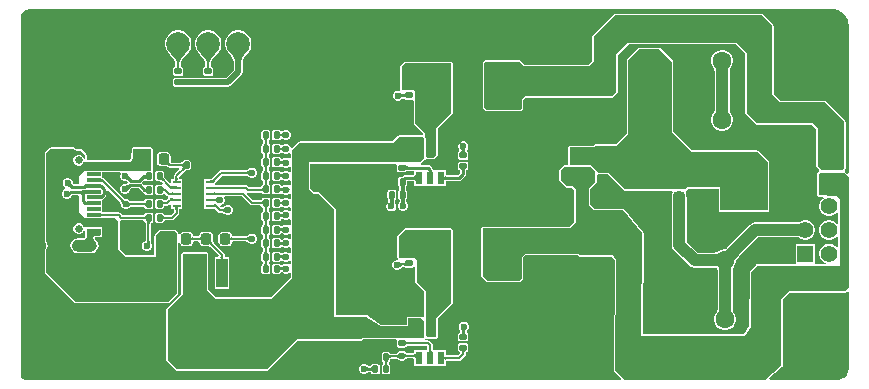
<source format=gbr>
%TF.GenerationSoftware,Altium Limited,Altium Designer,24.10.1 (45)*%
G04 Layer_Physical_Order=1*
G04 Layer_Color=255*
%FSLAX45Y45*%
%MOMM*%
%TF.SameCoordinates,F50C4461-6059-43A5-BEE7-B7ABC5EDFC2B*%
%TF.FilePolarity,Positive*%
%TF.FileFunction,Copper,L1,Top,Signal*%
%TF.Part,Single*%
G01*
G75*
%TA.AperFunction,SMDPad,CuDef*%
%ADD10R,2.50000X3.50000*%
G04:AMPARAMS|DCode=11|XSize=0.49mm|YSize=0.6mm|CornerRadius=0.049mm|HoleSize=0mm|Usage=FLASHONLY|Rotation=90.000|XOffset=0mm|YOffset=0mm|HoleType=Round|Shape=RoundedRectangle|*
%AMROUNDEDRECTD11*
21,1,0.49000,0.50200,0,0,90.0*
21,1,0.39200,0.60000,0,0,90.0*
1,1,0.09800,0.25100,0.19600*
1,1,0.09800,0.25100,-0.19600*
1,1,0.09800,-0.25100,-0.19600*
1,1,0.09800,-0.25100,0.19600*
%
%ADD11ROUNDEDRECTD11*%
G04:AMPARAMS|DCode=12|XSize=0.6mm|YSize=0.54mm|CornerRadius=0.1431mm|HoleSize=0mm|Usage=FLASHONLY|Rotation=0.000|XOffset=0mm|YOffset=0mm|HoleType=Round|Shape=RoundedRectangle|*
%AMROUNDEDRECTD12*
21,1,0.60000,0.25380,0,0,0.0*
21,1,0.31380,0.54000,0,0,0.0*
1,1,0.28620,0.15690,-0.12690*
1,1,0.28620,-0.15690,-0.12690*
1,1,0.28620,-0.15690,0.12690*
1,1,0.28620,0.15690,0.12690*
%
%ADD12ROUNDEDRECTD12*%
G04:AMPARAMS|DCode=13|XSize=0.9mm|YSize=0.96mm|CornerRadius=0.225mm|HoleSize=0mm|Usage=FLASHONLY|Rotation=180.000|XOffset=0mm|YOffset=0mm|HoleType=Round|Shape=RoundedRectangle|*
%AMROUNDEDRECTD13*
21,1,0.90000,0.51000,0,0,180.0*
21,1,0.45000,0.96000,0,0,180.0*
1,1,0.45000,-0.22500,0.25500*
1,1,0.45000,0.22500,0.25500*
1,1,0.45000,0.22500,-0.25500*
1,1,0.45000,-0.22500,-0.25500*
%
%ADD13ROUNDEDRECTD13*%
%ADD14R,3.59999X2.47000*%
%ADD15R,0.98001X2.47000*%
G04:AMPARAMS|DCode=16|XSize=0.49mm|YSize=0.6mm|CornerRadius=0.049mm|HoleSize=0mm|Usage=FLASHONLY|Rotation=180.000|XOffset=0mm|YOffset=0mm|HoleType=Round|Shape=RoundedRectangle|*
%AMROUNDEDRECTD16*
21,1,0.49000,0.50200,0,0,180.0*
21,1,0.39200,0.60000,0,0,180.0*
1,1,0.09800,-0.19600,0.25100*
1,1,0.09800,0.19600,0.25100*
1,1,0.09800,0.19600,-0.25100*
1,1,0.09800,-0.19600,-0.25100*
%
%ADD16ROUNDEDRECTD16*%
%ADD17O,1.90000X0.70000*%
%ADD18O,3.49999X2.00000*%
%ADD19O,2.10000X0.70000*%
G04:AMPARAMS|DCode=20|XSize=1.15mm|YSize=1.45mm|CornerRadius=0.2875mm|HoleSize=0mm|Usage=FLASHONLY|Rotation=270.000|XOffset=0mm|YOffset=0mm|HoleType=Round|Shape=RoundedRectangle|*
%AMROUNDEDRECTD20*
21,1,1.15000,0.87500,0,0,270.0*
21,1,0.57500,1.45000,0,0,270.0*
1,1,0.57500,-0.43750,-0.28750*
1,1,0.57500,-0.43750,0.28750*
1,1,0.57500,0.43750,0.28750*
1,1,0.57500,0.43750,-0.28750*
%
%ADD20ROUNDEDRECTD20*%
G04:AMPARAMS|DCode=21|XSize=0.6mm|YSize=0.54mm|CornerRadius=0.1431mm|HoleSize=0mm|Usage=FLASHONLY|Rotation=270.000|XOffset=0mm|YOffset=0mm|HoleType=Round|Shape=RoundedRectangle|*
%AMROUNDEDRECTD21*
21,1,0.60000,0.25380,0,0,270.0*
21,1,0.31380,0.54000,0,0,270.0*
1,1,0.28620,-0.12690,-0.15690*
1,1,0.28620,-0.12690,0.15690*
1,1,0.28620,0.12690,0.15690*
1,1,0.28620,0.12690,-0.15690*
%
%ADD21ROUNDEDRECTD21*%
%ADD22R,0.60000X1.10000*%
G04:AMPARAMS|DCode=23|XSize=0.9mm|YSize=0.96mm|CornerRadius=0.225mm|HoleSize=0mm|Usage=FLASHONLY|Rotation=270.000|XOffset=0mm|YOffset=0mm|HoleType=Round|Shape=RoundedRectangle|*
%AMROUNDEDRECTD23*
21,1,0.90000,0.51000,0,0,270.0*
21,1,0.45000,0.96000,0,0,270.0*
1,1,0.45000,-0.25500,-0.22500*
1,1,0.45000,-0.25500,0.22500*
1,1,0.45000,0.25500,0.22500*
1,1,0.45000,0.25500,-0.22500*
%
%ADD23ROUNDEDRECTD23*%
%ADD24R,1.50000X2.50000*%
%ADD25R,0.66500X0.28001*%
%TA.AperFunction,ConnectorPad*%
%ADD26R,1.15001X0.60000*%
%ADD27R,1.15001X0.30000*%
%TA.AperFunction,Conductor*%
%ADD28C,0.23665*%
%ADD29C,0.20000*%
%ADD30C,0.50000*%
%ADD31C,0.25400*%
%ADD32C,1.00000*%
%TA.AperFunction,ComponentPad*%
%ADD33R,1.40000X1.40000*%
%ADD34C,1.40000*%
%ADD35C,2.00000*%
%ADD36R,2.00000X2.00000*%
%ADD37C,5.00000*%
%ADD38C,1.60000*%
%ADD39C,0.64999*%
%ADD40O,1.90000X1.00000*%
%ADD41O,2.10000X1.00000*%
%TA.AperFunction,ViaPad*%
%ADD42C,0.60000*%
G36*
X6913459Y3161016D02*
X6942363Y3152248D01*
X6969001Y3138010D01*
X6992349Y3118849D01*
X7011510Y3095501D01*
X7025748Y3068863D01*
X7033476Y3043388D01*
X7035338Y3031605D01*
D01*
X7035710Y3020241D01*
Y1774864D01*
X7024623Y1770272D01*
X7008539Y1786356D01*
X7005997Y1787409D01*
X7003494Y1793430D01*
X7002984Y1801368D01*
X7007298Y1805681D01*
X7011273Y1815279D01*
Y2209800D01*
X7007298Y2219398D01*
X6842198Y2384498D01*
X6832600Y2388473D01*
X6457222D01*
X6401673Y2444022D01*
Y3022600D01*
X6397698Y3032198D01*
X6308798Y3121098D01*
X6299200Y3125073D01*
X5054600D01*
X5045002Y3121098D01*
X4867202Y2943298D01*
X4863227Y2933700D01*
Y2723422D01*
X4833078Y2693273D01*
X4290977D01*
X4257454Y2726797D01*
X4252720Y2728758D01*
X4247883Y2730773D01*
X3958221Y2731356D01*
X3958214Y2731353D01*
X3958207Y2731356D01*
X3953438Y2729386D01*
X3948616Y2727400D01*
X3948613Y2727393D01*
X3948606Y2727390D01*
X3940112Y2718913D01*
X3940109Y2718906D01*
X3940102Y2718904D01*
X3938079Y2714018D01*
X3936127Y2709320D01*
X3936130Y2709313D01*
X3936127Y2709306D01*
Y2336800D01*
X3940102Y2327202D01*
X3965502Y2301802D01*
X3975100Y2297827D01*
X4254500D01*
X4264098Y2301802D01*
X4276798Y2314502D01*
X4280773Y2324100D01*
Y2394678D01*
X4298222Y2412127D01*
X5029200D01*
X5038798Y2416102D01*
X5076898Y2454202D01*
X5080873Y2463800D01*
Y2775678D01*
X5171653Y2866458D01*
X6080546Y2866457D01*
X6159233Y2787771D01*
Y2285393D01*
X6163209Y2275796D01*
X6251502Y2187502D01*
X6261100Y2183527D01*
X6725378D01*
X6760390Y2148514D01*
Y1833794D01*
X6764366Y1824196D01*
X6785198Y1803364D01*
X6785669Y1799968D01*
X6782318Y1789273D01*
X6782102Y1789187D01*
X6782083Y1789143D01*
X6782039Y1789125D01*
X6773499Y1780695D01*
X6773480Y1780651D01*
X6773436Y1780633D01*
X6771462Y1775867D01*
X6769461Y1771124D01*
X6769479Y1771080D01*
X6769460Y1771035D01*
Y1588685D01*
X6771387Y1584033D01*
X6773192Y1579337D01*
X6773364Y1579260D01*
X6773436Y1579087D01*
X6778087Y1577160D01*
X6782684Y1575116D01*
X6819737Y1574163D01*
X6822808Y1562080D01*
X6818419Y1559546D01*
X6803051Y1544178D01*
X6792185Y1525357D01*
X6786560Y1504364D01*
Y1482631D01*
X6792185Y1461638D01*
X6803051Y1442817D01*
X6818419Y1427449D01*
X6837241Y1416583D01*
X6858233Y1410958D01*
X6879966D01*
X6900959Y1416583D01*
X6919780Y1427449D01*
X6934027Y1441696D01*
X6938861Y1441057D01*
X6946027Y1437659D01*
Y1349337D01*
X6938861Y1345939D01*
X6934027Y1345300D01*
X6919780Y1359546D01*
X6900959Y1370413D01*
X6879966Y1376038D01*
X6858233D01*
X6837241Y1370413D01*
X6818419Y1359546D01*
X6803051Y1344179D01*
X6792185Y1325357D01*
X6786560Y1304365D01*
Y1282631D01*
X6792185Y1261639D01*
X6803051Y1242817D01*
X6818419Y1227450D01*
X6837241Y1216583D01*
X6858233Y1210958D01*
X6879966D01*
X6900959Y1216583D01*
X6919780Y1227450D01*
X6934027Y1241696D01*
X6938861Y1241057D01*
X6946027Y1237659D01*
Y1149337D01*
X6938861Y1145940D01*
X6934027Y1145300D01*
X6919780Y1159547D01*
X6900959Y1170413D01*
X6879966Y1176038D01*
X6858233D01*
X6837241Y1170413D01*
X6818419Y1159547D01*
X6803051Y1144179D01*
X6792185Y1125358D01*
X6786560Y1104365D01*
Y1082632D01*
X6792185Y1061639D01*
X6803051Y1042818D01*
X6818419Y1027450D01*
X6837241Y1016584D01*
X6841160Y1015533D01*
X6839580Y1003533D01*
X6760565D01*
X6751640Y1010959D01*
X6751640Y1015534D01*
Y1176038D01*
X6586560D01*
Y1015534D01*
X6586560Y1010959D01*
X6577636Y1003533D01*
X6259355D01*
X6258524Y1003189D01*
X6257657Y1003427D01*
X6253828Y1001244D01*
X6249757Y999558D01*
X6249413Y998727D01*
X6248631Y998282D01*
X6198816Y934091D01*
X6197666Y929892D01*
X6195966Y925886D01*
X6192138Y478672D01*
X6147369Y411234D01*
X5302549D01*
X5294097Y419752D01*
X5300708Y1265069D01*
X5298955Y1269398D01*
X5297568Y1273859D01*
X5135002Y1469183D01*
X5134419Y1469489D01*
X5134167Y1470098D01*
X5129898Y1471866D01*
X5125807Y1474017D01*
X5125178Y1473821D01*
X5124569Y1474073D01*
X4882422D01*
X4846382Y1510113D01*
Y1639487D01*
X4899098Y1692202D01*
X4903073Y1701800D01*
Y1756067D01*
X4914248Y1764427D01*
X4998178D01*
X5133634Y1628971D01*
X5143232Y1624995D01*
X5541405D01*
X5547019Y1612995D01*
X5542193Y1605772D01*
X5539474Y1592100D01*
Y1582363D01*
X5536935Y1569600D01*
Y1168400D01*
X5541789Y1143998D01*
X5555611Y1123311D01*
X5686612Y992311D01*
X5707299Y978488D01*
X5731700Y973634D01*
X5887808D01*
X5903206Y973298D01*
X5914781Y972396D01*
X5918948Y971837D01*
X5922125Y971230D01*
X5923149Y970947D01*
X5923431Y969925D01*
X5923949Y967214D01*
X5925834Y937664D01*
Y639189D01*
X5925498Y623795D01*
X5924597Y612220D01*
X5924038Y608054D01*
X5923432Y604877D01*
X5922912Y602996D01*
X5922821Y602780D01*
X5922567Y602424D01*
X5922437Y601866D01*
X5922231Y601378D01*
X5922229Y600974D01*
X5922207Y600879D01*
X5915549Y594221D01*
X5903366Y573120D01*
X5897060Y549584D01*
Y525217D01*
X5903366Y501681D01*
X5915549Y480580D01*
X5932779Y463350D01*
X5953880Y451167D01*
X5977416Y444861D01*
X6001783D01*
X6025318Y451167D01*
X6046420Y463350D01*
X6063650Y480580D01*
X6075833Y501681D01*
X6082139Y525217D01*
Y549584D01*
X6075833Y573120D01*
X6063650Y594221D01*
X6057004Y600867D01*
X6056974Y600999D01*
X6056971Y601401D01*
X6056767Y601886D01*
X6056636Y602446D01*
X6056381Y602802D01*
X6056290Y603018D01*
X6055770Y604899D01*
X6055252Y607610D01*
X6053365Y637157D01*
Y935577D01*
X6053701Y950983D01*
X6054603Y962560D01*
X6055162Y966722D01*
X6055770Y969902D01*
X6056290Y971782D01*
X6056381Y971998D01*
X6056636Y972354D01*
X6056767Y972913D01*
X6056971Y973399D01*
X6056974Y973801D01*
X6057004Y973933D01*
X6063650Y980579D01*
X6075833Y1001680D01*
X6082139Y1025216D01*
Y1034613D01*
X6082215Y1034734D01*
X6082497Y1035020D01*
X6082696Y1035508D01*
X6083000Y1035996D01*
X6083071Y1036428D01*
X6083159Y1036645D01*
X6084121Y1038343D01*
X6085671Y1040624D01*
X6105231Y1062853D01*
X6272110Y1229733D01*
X6616136D01*
X6618420Y1227450D01*
X6637241Y1216583D01*
X6658234Y1210958D01*
X6679967D01*
X6700959Y1216583D01*
X6719781Y1227450D01*
X6735149Y1242817D01*
X6746015Y1261639D01*
X6751640Y1282631D01*
Y1304365D01*
X6746015Y1325357D01*
X6735149Y1344179D01*
X6719781Y1359546D01*
X6700959Y1370413D01*
X6679967Y1376038D01*
X6658234D01*
X6637241Y1370413D01*
X6618420Y1359546D01*
X6616136Y1357263D01*
X6245698D01*
X6221296Y1352409D01*
X6200609Y1338587D01*
X6016494Y1154472D01*
X6005372Y1143825D01*
X5996554Y1136281D01*
X5993206Y1133725D01*
X5990533Y1131909D01*
X5988836Y1130946D01*
X5988619Y1130858D01*
X5988187Y1130787D01*
X5987701Y1130484D01*
X5987211Y1130284D01*
X5986924Y1130000D01*
X5986826Y1129939D01*
X5977416D01*
X5953880Y1123633D01*
X5932779Y1111450D01*
X5926123Y1104794D01*
X5926024Y1104771D01*
X5925622Y1104769D01*
X5925137Y1104565D01*
X5924578Y1104435D01*
X5924222Y1104179D01*
X5924006Y1104089D01*
X5922125Y1103569D01*
X5919414Y1103051D01*
X5889868Y1101165D01*
X5758113D01*
X5664465Y1194812D01*
Y1569600D01*
X5661926Y1582363D01*
Y1592100D01*
X5659207Y1605772D01*
X5654274Y1613154D01*
X5654204Y1615318D01*
X5657267Y1625281D01*
X5658438Y1626879D01*
X5663487Y1628971D01*
X5677543Y1643027D01*
X5935674D01*
Y1462902D01*
X5939649Y1453304D01*
X5949247Y1449329D01*
X6350000D01*
X6359598Y1453304D01*
X6363573Y1462902D01*
Y1866900D01*
X6359598Y1876498D01*
X6270697Y1965398D01*
X6261099Y1969373D01*
X5707922D01*
X5550773Y2126522D01*
Y2717800D01*
X5546798Y2727397D01*
X5442816Y2831379D01*
X5433218Y2835355D01*
X5260182D01*
X5250584Y2831379D01*
X5159302Y2740098D01*
X5155327Y2730500D01*
Y2113822D01*
X5061678Y2020173D01*
X4889500D01*
X4879902Y2016198D01*
X4871178Y2007473D01*
X4673600D01*
X4664002Y2003498D01*
X4660027Y1993900D01*
Y1854200D01*
X4651937Y1842373D01*
X4622800D01*
X4613202Y1838398D01*
X4587802Y1812998D01*
X4583827Y1803400D01*
Y1714500D01*
X4587802Y1704902D01*
X4638602Y1654102D01*
X4648200Y1650127D01*
X4693378D01*
X4710827Y1632678D01*
Y1362566D01*
X4669934Y1321673D01*
X3937000D01*
X3927402Y1317698D01*
X3923427Y1308100D01*
Y901700D01*
X3927402Y892102D01*
X3965502Y854002D01*
X3975100Y850027D01*
X4241800D01*
X4251398Y854002D01*
X4276798Y879402D01*
X4280773Y889000D01*
Y1061178D01*
X4298222Y1078627D01*
X4744178D01*
X4752902Y1069902D01*
X4762500Y1065927D01*
X5034960D01*
X5054908Y1038308D01*
X5044664Y109897D01*
X5046580Y105121D01*
X5048474Y100316D01*
X5110094Y36536D01*
X5105407Y25490D01*
X75475Y25489D01*
X63474Y25549D01*
X63474Y25549D01*
X63436Y25541D01*
X48935Y28426D01*
X36641Y36641D01*
X28426Y48935D01*
X25541Y63436D01*
X25549Y63474D01*
X25489Y63500D01*
Y3096520D01*
X26069Y3097062D01*
X26069D01*
X26069Y3097062D01*
X27839Y3110512D01*
X34811Y3127344D01*
X45902Y3141798D01*
X60355Y3152889D01*
X77187Y3159861D01*
X95250Y3162239D01*
X99862Y3161631D01*
X99862Y3161631D01*
X103236Y3162210D01*
X6850345D01*
X6861691Y3161839D01*
X6861694Y3161838D01*
X6861695Y3161839D01*
X6883400Y3163977D01*
X6913459Y3161016D01*
D02*
G37*
G36*
X6388100Y3022600D02*
Y2438400D01*
X6451600Y2374900D01*
X6832600D01*
X6997700Y2209800D01*
Y1815279D01*
X6982609Y1800188D01*
X6807569D01*
X6773964Y1833794D01*
Y2154136D01*
X6731000Y2197100D01*
X6261100D01*
X6172807Y2285393D01*
Y2793393D01*
X6086168Y2880031D01*
X5166031Y2880031D01*
X5067300Y2781300D01*
Y2463800D01*
X5029200Y2425700D01*
X4292600D01*
X4267200Y2400300D01*
Y2324100D01*
X4254500Y2311400D01*
X3975100D01*
X3949700Y2336800D01*
Y2709306D01*
X3958194Y2717783D01*
X4247856Y2717200D01*
X4285355Y2679700D01*
X4838700D01*
X4876800Y2717800D01*
Y2933700D01*
X5054600Y3111500D01*
X6299200D01*
X6388100Y3022600D01*
D02*
G37*
G36*
X5537200Y2717800D02*
Y2120900D01*
X5702300Y1955800D01*
X6261099D01*
X6350000Y1866900D01*
Y1462902D01*
X5949247D01*
Y1656600D01*
X5671921D01*
X5653889Y1638568D01*
X5143232D01*
X5003800Y1778000D01*
X4914248D01*
X4903073Y1789174D01*
Y1790700D01*
X4899098Y1800298D01*
X4860998Y1838398D01*
X4851400Y1842373D01*
X4685427D01*
X4673600Y1854200D01*
Y1993900D01*
X4876800D01*
X4889500Y2006600D01*
X5067300D01*
X5168900Y2108200D01*
Y2730500D01*
X5260182Y2821782D01*
X5433218D01*
X5537200Y2717800D01*
D02*
G37*
G36*
X6103066Y1080155D02*
X6096694Y1073698D01*
X6074920Y1048954D01*
X6072583Y1045513D01*
X6070919Y1042576D01*
X6069927Y1040141D01*
X6069608Y1038208D01*
X5990403Y1117396D01*
X5992334Y1117715D01*
X5994768Y1118707D01*
X5997705Y1120372D01*
X6001145Y1122709D01*
X6005088Y1125719D01*
X6014482Y1133756D01*
X6032345Y1150856D01*
X6103066Y1080155D01*
D02*
G37*
G36*
X5932481Y981400D02*
X5930889Y982540D01*
X5928466Y983560D01*
X5925212Y984460D01*
X5921127Y985240D01*
X5916211Y985899D01*
X5903885Y986860D01*
X5879162Y987400D01*
Y1087399D01*
X5888234Y1087460D01*
X5921127Y1089559D01*
X5925212Y1090339D01*
X5928466Y1091239D01*
X5930889Y1092259D01*
X5932481Y1093399D01*
Y981400D01*
D02*
G37*
G36*
X6045603Y980259D02*
X6044462Y978667D01*
X6043442Y976244D01*
X6042541Y972990D01*
X6041761Y968904D01*
X6041100Y963988D01*
X6040140Y951662D01*
X6039599Y926940D01*
X5939599Y926960D01*
X5939539Y936032D01*
X5937441Y968924D01*
X5936661Y973009D01*
X5935762Y976263D01*
X5934743Y978686D01*
X5933603Y980277D01*
X6045603Y980259D01*
D02*
G37*
G36*
X6039659Y638788D02*
X6041761Y605896D01*
X6042541Y601810D01*
X6043442Y598556D01*
X6044462Y596133D01*
X6045603Y594541D01*
X5933603Y594523D01*
X5934743Y596114D01*
X5935762Y598537D01*
X5936661Y601791D01*
X5937441Y605876D01*
X5938100Y610792D01*
X5939060Y623118D01*
X5939599Y647840D01*
X6039599Y647860D01*
X6039659Y638788D01*
D02*
G37*
G36*
X7035710Y766395D02*
Y135469D01*
X7035108Y124102D01*
X7035108Y124100D01*
X7036130Y112261D01*
X7033349Y91135D01*
X7024408Y69550D01*
X7010185Y51014D01*
X6991649Y36791D01*
X6970064Y27851D01*
X6956701Y26091D01*
X6956701Y26092D01*
Y26091D01*
X6956162Y25490D01*
X6366820D01*
X6362765Y36784D01*
X6474914Y129226D01*
X6475239Y129837D01*
X6475878Y130102D01*
X6477636Y134346D01*
X6479791Y138399D01*
X6479589Y139060D01*
X6479854Y139700D01*
Y703971D01*
X6532130Y760419D01*
X7008433D01*
X7018031Y764395D01*
X7024623Y770987D01*
X7035710Y766395D01*
D02*
G37*
G36*
X4889500Y1790700D02*
Y1701800D01*
X4832809Y1645109D01*
Y1504491D01*
X4876800Y1460500D01*
X5124569D01*
X5287135Y1265176D01*
X5280350Y397660D01*
X6154650D01*
X6205676Y474524D01*
X6209539Y925770D01*
X6259355Y989960D01*
X6959600D01*
Y1557804D01*
X6931180Y1584875D01*
X6783033Y1588685D01*
Y1771035D01*
X6791574Y1779465D01*
X6998942Y1776759D01*
X7035710Y1739989D01*
X7035710Y801269D01*
X7008433Y773992D01*
X6526200D01*
X6466281Y709291D01*
Y139700D01*
X6327723Y25490D01*
X5139640D01*
X5058236Y109747D01*
X5068530Y1042629D01*
X5041900Y1079500D01*
X4762500D01*
X4749800Y1092200D01*
X4292600D01*
X4267200Y1066800D01*
Y889000D01*
X4241800Y863600D01*
X3975100D01*
X3937000Y901700D01*
Y1308100D01*
X4675556D01*
X4724400Y1356944D01*
Y1638300D01*
X4699000Y1663700D01*
X4648200D01*
X4597400Y1714500D01*
Y1803400D01*
X4622800Y1828800D01*
X4851400D01*
X4889500Y1790700D01*
D02*
G37*
%LPC*%
G36*
X1627716Y2982740D02*
X1598084D01*
X1569461Y2975071D01*
X1543799Y2960254D01*
X1522846Y2939301D01*
X1508029Y2913639D01*
X1500360Y2885016D01*
Y2855384D01*
X1508029Y2826761D01*
X1522846Y2801099D01*
X1532260Y2791684D01*
X1533274Y2789216D01*
X1544537Y2777887D01*
X1554348Y2767426D01*
X1570598Y2748100D01*
X1576664Y2739733D01*
X1581554Y2732023D01*
X1585193Y2725160D01*
X1587609Y2719254D01*
X1588899Y2714425D01*
X1589391Y2709383D01*
X1589918Y2708394D01*
Y2682545D01*
X1589331Y2681226D01*
X1589242Y2677779D01*
X1589023Y2675256D01*
X1588764Y2673681D01*
X1587800D01*
X1580995Y2672328D01*
X1575226Y2668473D01*
X1571372Y2662705D01*
X1570018Y2655900D01*
Y2616700D01*
X1571372Y2609895D01*
X1575226Y2604127D01*
X1580995Y2600272D01*
X1587800Y2598919D01*
X1638000D01*
X1644805Y2600272D01*
X1650574Y2604127D01*
X1654428Y2609895D01*
X1655782Y2616700D01*
Y2655900D01*
X1654428Y2662705D01*
X1650574Y2668473D01*
X1644805Y2672328D01*
X1638000Y2673681D01*
X1637036D01*
X1636777Y2675256D01*
X1636558Y2677779D01*
X1636469Y2681226D01*
X1635882Y2682545D01*
Y2708394D01*
X1636409Y2709383D01*
X1636901Y2714425D01*
X1638191Y2719254D01*
X1640607Y2725160D01*
X1644246Y2732023D01*
X1649136Y2739733D01*
X1655124Y2747992D01*
X1681430Y2778055D01*
X1692526Y2789216D01*
X1693540Y2791684D01*
X1702954Y2801099D01*
X1717771Y2826761D01*
X1725440Y2855384D01*
Y2885016D01*
X1717771Y2913639D01*
X1702954Y2939301D01*
X1682001Y2960254D01*
X1656339Y2975071D01*
X1627716Y2982740D01*
D02*
G37*
G36*
X1373716D02*
X1344084D01*
X1315461Y2975071D01*
X1289799Y2960254D01*
X1268846Y2939301D01*
X1254029Y2913639D01*
X1246360Y2885016D01*
Y2855384D01*
X1254029Y2826761D01*
X1268846Y2801099D01*
X1278260Y2791684D01*
X1279274Y2789216D01*
X1290537Y2777887D01*
X1300348Y2767426D01*
X1316598Y2748100D01*
X1322664Y2739733D01*
X1327554Y2732023D01*
X1331193Y2725160D01*
X1333609Y2719254D01*
X1334899Y2714425D01*
X1335391Y2709383D01*
X1335918Y2708394D01*
Y2682545D01*
X1335331Y2681226D01*
X1335242Y2677779D01*
X1335023Y2675256D01*
X1334764Y2673681D01*
X1333800D01*
X1326995Y2672328D01*
X1321226Y2668473D01*
X1317372Y2662705D01*
X1316018Y2655900D01*
Y2616700D01*
X1317372Y2609895D01*
X1321226Y2604127D01*
X1326995Y2600272D01*
X1333800Y2598919D01*
X1384000D01*
X1390805Y2600272D01*
X1396574Y2604127D01*
X1400428Y2609895D01*
X1401782Y2616700D01*
Y2655900D01*
X1400428Y2662705D01*
X1396574Y2668473D01*
X1390805Y2672328D01*
X1384000Y2673681D01*
X1383036D01*
X1382777Y2675256D01*
X1382558Y2677779D01*
X1382469Y2681226D01*
X1381882Y2682545D01*
Y2708394D01*
X1382409Y2709383D01*
X1382901Y2714425D01*
X1384191Y2719254D01*
X1386607Y2725160D01*
X1390246Y2732023D01*
X1395136Y2739733D01*
X1401124Y2747992D01*
X1427430Y2778055D01*
X1438526Y2789216D01*
X1439540Y2791684D01*
X1448954Y2801099D01*
X1463771Y2826761D01*
X1471440Y2855384D01*
Y2885016D01*
X1463771Y2913639D01*
X1448954Y2939301D01*
X1428001Y2960254D01*
X1402339Y2975071D01*
X1373716Y2982740D01*
D02*
G37*
G36*
X1881716D02*
X1852084D01*
X1823461Y2975071D01*
X1797799Y2960254D01*
X1776846Y2939301D01*
X1762029Y2913639D01*
X1754360Y2885016D01*
Y2855384D01*
X1762029Y2826761D01*
X1776846Y2801099D01*
X1786209Y2791736D01*
X1787168Y2789324D01*
X1795473Y2780783D01*
X1802627Y2772612D01*
X1808864Y2764589D01*
X1814192Y2756733D01*
X1818625Y2749060D01*
X1822188Y2741571D01*
X1824905Y2734275D01*
X1826811Y2727160D01*
X1827936Y2720207D01*
X1828347Y2712639D01*
X1828625Y2712060D01*
Y2644754D01*
X1767446Y2583575D01*
X1358900D01*
X1354406Y2582681D01*
X1333800D01*
X1326995Y2581328D01*
X1321226Y2577473D01*
X1317372Y2571705D01*
X1316018Y2564900D01*
Y2525700D01*
X1317372Y2518895D01*
X1321226Y2513127D01*
X1326995Y2509272D01*
X1333800Y2507919D01*
X1354406D01*
X1358900Y2507025D01*
X1783300D01*
X1797947Y2509938D01*
X1810365Y2518235D01*
X1893965Y2601835D01*
X1902262Y2614253D01*
X1905175Y2628900D01*
Y2712060D01*
X1905453Y2712639D01*
X1905864Y2720207D01*
X1906989Y2727160D01*
X1908895Y2734275D01*
X1911612Y2741572D01*
X1915174Y2749059D01*
X1919608Y2756733D01*
X1924822Y2764422D01*
X1938463Y2780923D01*
X1946632Y2789324D01*
X1947591Y2791736D01*
X1956954Y2801099D01*
X1971771Y2826761D01*
X1979440Y2855384D01*
Y2885016D01*
X1971771Y2913639D01*
X1956954Y2939301D01*
X1936001Y2960254D01*
X1910339Y2975071D01*
X1881716Y2982740D01*
D02*
G37*
G36*
X3670300Y2718673D02*
X3276600D01*
X3267002Y2714698D01*
X3241602Y2689298D01*
X3237627Y2679700D01*
Y2489200D01*
X3240756Y2481645D01*
X3236675Y2475344D01*
X3232765Y2471966D01*
X3227315Y2474223D01*
X3210392D01*
X3194757Y2467747D01*
X3182790Y2455780D01*
X3176314Y2440145D01*
Y2423221D01*
X3182790Y2407586D01*
X3194757Y2395620D01*
X3210392Y2389143D01*
X3227315D01*
X3242951Y2395620D01*
X3248891Y2401560D01*
X3251292Y2402609D01*
X3252412Y2403773D01*
X3253112Y2404365D01*
X3253910Y2404911D01*
X3254841Y2405420D01*
X3255948Y2405895D01*
X3257253Y2406323D01*
X3258784Y2406689D01*
X3260554Y2406973D01*
X3262565Y2407156D01*
X3262610Y2407157D01*
X3263078Y2407147D01*
X3266417Y2406899D01*
X3269311Y2406511D01*
X3271758Y2406008D01*
X3273732Y2405433D01*
X3275241Y2404834D01*
X3276306Y2404269D01*
X3276985Y2403791D01*
X3277373Y2403428D01*
X3278248Y2402317D01*
X3278990Y2401900D01*
X3279315Y2401115D01*
X3281529Y2400198D01*
X3288534Y2395517D01*
X3299010Y2393434D01*
X3330390D01*
X3339927Y2395330D01*
X3341353Y2395207D01*
X3351927Y2388476D01*
Y2197100D01*
X3355902Y2187502D01*
X3431447Y2111958D01*
X3430197Y2097173D01*
X3429000Y2096373D01*
X3225800D01*
X3216202Y2092398D01*
X3169378Y2045573D01*
X2387600D01*
X2378002Y2041598D01*
X2325738Y1989333D01*
X2312117Y1992683D01*
X2308175Y2002201D01*
X2296208Y2014168D01*
X2280573Y2020644D01*
X2263650D01*
X2248014Y2014168D01*
X2244977Y2011131D01*
X2242921Y2010449D01*
X2240941Y2008736D01*
X2240933Y2008730D01*
X2233238Y2009913D01*
X2231331Y2010674D01*
X2228217Y2012749D01*
X2227827Y2013105D01*
X2223973Y2018873D01*
X2218204Y2022728D01*
X2211399Y2024081D01*
X2172200D01*
X2165395Y2022728D01*
X2159626Y2018873D01*
X2155772Y2013104D01*
X2154418Y2006300D01*
Y1956100D01*
X2155772Y1949295D01*
X2159626Y1943526D01*
X2165395Y1939672D01*
X2172200Y1938318D01*
X2211399D01*
X2218204Y1939672D01*
X2223973Y1943526D01*
X2226145Y1946778D01*
X2228745Y1948043D01*
X2230939Y1948665D01*
X2234714Y1949063D01*
X2239789Y1948892D01*
X2242264Y1947791D01*
X2248014Y1942041D01*
X2263650Y1935564D01*
X2280573D01*
X2296208Y1942041D01*
X2298527Y1944359D01*
X2310527Y1939388D01*
Y1902520D01*
X2298527Y1897549D01*
X2296208Y1899868D01*
X2280573Y1906344D01*
X2263650D01*
X2248014Y1899868D01*
X2246178Y1898032D01*
X2244608Y1897596D01*
X2242499Y1895947D01*
X2240720Y1894719D01*
X2232814Y1896507D01*
X2227827Y1898805D01*
X2223973Y1904574D01*
X2218204Y1908428D01*
X2211400Y1909782D01*
X2172200D01*
X2165395Y1908428D01*
X2159626Y1904574D01*
X2155772Y1898805D01*
X2154418Y1892000D01*
Y1841800D01*
X2155772Y1834995D01*
X2159626Y1829226D01*
X2165395Y1825372D01*
X2172200Y1824018D01*
X2211400D01*
X2218204Y1825372D01*
X2223973Y1829226D01*
X2225849Y1832034D01*
X2226448Y1832616D01*
X2227232Y1833191D01*
X2228144Y1833661D01*
X2234086Y1835186D01*
X2240138Y1835371D01*
X2240636Y1835119D01*
X2248014Y1827741D01*
X2263650Y1821264D01*
X2280573D01*
X2296208Y1827741D01*
X2298527Y1830059D01*
X2310527Y1825088D01*
Y1788220D01*
X2298527Y1783249D01*
X2296208Y1785568D01*
X2280573Y1792044D01*
X2263650D01*
X2248014Y1785568D01*
X2246178Y1783732D01*
X2244608Y1783296D01*
X2242499Y1781647D01*
X2240720Y1780419D01*
X2232814Y1782207D01*
X2227827Y1784505D01*
X2223973Y1790274D01*
X2218204Y1794128D01*
X2211400Y1795482D01*
X2172200D01*
X2165395Y1794128D01*
X2159626Y1790274D01*
X2155772Y1784505D01*
X2154418Y1777700D01*
Y1727500D01*
X2155772Y1720695D01*
X2159626Y1714926D01*
X2165395Y1711072D01*
X2172200Y1709718D01*
X2211400D01*
X2218204Y1711072D01*
X2223973Y1714926D01*
X2225849Y1717734D01*
X2226448Y1718316D01*
X2227232Y1718891D01*
X2228144Y1719361D01*
X2234086Y1720886D01*
X2240138Y1721071D01*
X2240636Y1720819D01*
X2248014Y1713441D01*
X2263650Y1706964D01*
X2280573D01*
X2296208Y1713441D01*
X2298527Y1715759D01*
X2310527Y1710788D01*
Y1673920D01*
X2298527Y1668949D01*
X2296208Y1671268D01*
X2280573Y1677744D01*
X2263650D01*
X2248014Y1671268D01*
X2246178Y1669432D01*
X2244608Y1668996D01*
X2242499Y1667347D01*
X2240720Y1666119D01*
X2232814Y1667907D01*
X2227827Y1670205D01*
X2223973Y1675974D01*
X2218204Y1679828D01*
X2211400Y1681182D01*
X2172200D01*
X2165395Y1679828D01*
X2159626Y1675974D01*
X2155772Y1670205D01*
X2154418Y1663400D01*
Y1613200D01*
X2155772Y1606395D01*
X2159626Y1600626D01*
X2165395Y1596772D01*
X2172200Y1595418D01*
X2211400D01*
X2218204Y1596772D01*
X2223973Y1600626D01*
X2225849Y1603434D01*
X2226448Y1604016D01*
X2227232Y1604591D01*
X2228144Y1605061D01*
X2234086Y1606586D01*
X2240138Y1606771D01*
X2240636Y1606519D01*
X2248014Y1599141D01*
X2263650Y1592664D01*
X2280573D01*
X2296208Y1599141D01*
X2298527Y1601459D01*
X2310527Y1596488D01*
Y1559620D01*
X2298527Y1554649D01*
X2296208Y1556968D01*
X2280573Y1563444D01*
X2263650D01*
X2248014Y1556968D01*
X2244977Y1553931D01*
X2242921Y1553249D01*
X2240940Y1551536D01*
X2240933Y1551531D01*
X2233241Y1552713D01*
X2231331Y1553475D01*
X2228215Y1555551D01*
X2227828Y1555905D01*
X2223973Y1561674D01*
X2218204Y1565528D01*
X2211400Y1566882D01*
X2172200D01*
X2165395Y1565528D01*
X2159626Y1561674D01*
X2155772Y1555905D01*
X2154418Y1549100D01*
Y1498900D01*
X2155772Y1492095D01*
X2159626Y1486326D01*
X2165395Y1482472D01*
X2172200Y1481118D01*
X2211400D01*
X2218204Y1482472D01*
X2223973Y1486326D01*
X2226145Y1489577D01*
X2228755Y1490847D01*
X2230926Y1491462D01*
X2234718Y1491863D01*
X2239789Y1491692D01*
X2242264Y1490591D01*
X2248014Y1484841D01*
X2263650Y1478364D01*
X2280573D01*
X2296208Y1484841D01*
X2298527Y1487159D01*
X2310527Y1482188D01*
Y1458020D01*
X2298527Y1453049D01*
X2296208Y1455368D01*
X2280573Y1461844D01*
X2263650D01*
X2248014Y1455368D01*
X2238450Y1445804D01*
X2238382Y1445764D01*
X2236282Y1444937D01*
X2226920Y1445928D01*
X2226016Y1446234D01*
X2224432Y1447059D01*
X2223973Y1447374D01*
X2218204Y1451228D01*
X2211400Y1452582D01*
X2172200D01*
X2165395Y1451228D01*
X2159626Y1447374D01*
X2155772Y1441605D01*
X2154418Y1434800D01*
Y1384600D01*
X2155772Y1377795D01*
X2159626Y1372026D01*
X2165395Y1368172D01*
X2172200Y1366818D01*
X2211400D01*
X2218204Y1368172D01*
X2223973Y1372026D01*
X2227828Y1377795D01*
X2228320Y1380269D01*
X2229659Y1382190D01*
X2230837Y1383365D01*
X2233433Y1385120D01*
X2235449Y1386076D01*
X2241181Y1387426D01*
X2242392Y1386769D01*
X2244314Y1385578D01*
X2246563Y1384010D01*
X2247436Y1383819D01*
X2248014Y1383241D01*
X2263650Y1376764D01*
X2280573D01*
X2296208Y1383241D01*
X2298527Y1385559D01*
X2310527Y1380588D01*
Y1334116D01*
X2298527Y1329145D01*
X2296208Y1331464D01*
X2280573Y1337940D01*
X2263650D01*
X2248014Y1331464D01*
X2243687Y1327137D01*
X2241315Y1326218D01*
X2240444Y1325387D01*
X2234229Y1325739D01*
X2230699Y1326602D01*
X2227210Y1328230D01*
X2223973Y1333074D01*
X2218204Y1336928D01*
X2211400Y1338282D01*
X2172200D01*
X2165395Y1336928D01*
X2159626Y1333074D01*
X2155772Y1327305D01*
X2154418Y1320500D01*
Y1270300D01*
X2155772Y1263495D01*
X2159626Y1257726D01*
X2165395Y1253872D01*
X2172200Y1252518D01*
X2211400D01*
X2218204Y1253872D01*
X2223973Y1257726D01*
X2227210Y1262571D01*
X2230702Y1264199D01*
X2234209Y1265058D01*
X2240444Y1265413D01*
X2241315Y1264582D01*
X2243687Y1263663D01*
X2248014Y1259336D01*
X2263650Y1252860D01*
X2280573D01*
X2296208Y1259336D01*
X2298527Y1261655D01*
X2310527Y1256684D01*
Y1219816D01*
X2298527Y1214845D01*
X2296208Y1217164D01*
X2280573Y1223640D01*
X2263650D01*
X2248014Y1217164D01*
X2243687Y1212837D01*
X2241315Y1211918D01*
X2240444Y1211087D01*
X2234229Y1211439D01*
X2230699Y1212302D01*
X2227210Y1213930D01*
X2223973Y1218774D01*
X2218204Y1222628D01*
X2211400Y1223982D01*
X2172200D01*
X2165395Y1222628D01*
X2159626Y1218774D01*
X2155772Y1213005D01*
X2154418Y1206200D01*
Y1156000D01*
X2155772Y1149195D01*
X2159626Y1143426D01*
X2165395Y1139572D01*
X2172200Y1138218D01*
X2211400D01*
X2218204Y1139572D01*
X2223973Y1143426D01*
X2227210Y1148271D01*
X2230702Y1149899D01*
X2234209Y1150758D01*
X2240444Y1151113D01*
X2241315Y1150282D01*
X2243687Y1149363D01*
X2248014Y1145036D01*
X2263650Y1138560D01*
X2280573D01*
X2296208Y1145036D01*
X2298527Y1147355D01*
X2310527Y1142384D01*
Y1099900D01*
X2298527Y1094929D01*
X2292512Y1100944D01*
X2276876Y1107421D01*
X2259953D01*
X2244318Y1100944D01*
X2240803Y1097430D01*
X2240348Y1097270D01*
X2234119Y1097984D01*
X2228443Y1099665D01*
X2227253Y1100351D01*
X2226032Y1101392D01*
X2223973Y1104474D01*
X2218204Y1108328D01*
X2211400Y1109682D01*
X2172200D01*
X2165395Y1108328D01*
X2159626Y1104474D01*
X2155772Y1098705D01*
X2154418Y1091900D01*
Y1041700D01*
X2155772Y1034895D01*
X2159626Y1029126D01*
X2165395Y1025272D01*
X2172200Y1023918D01*
X2211400D01*
X2218204Y1025272D01*
X2223973Y1029126D01*
X2224589Y1030048D01*
X2225512Y1030880D01*
X2226482Y1031496D01*
X2233976Y1034111D01*
X2239760Y1033374D01*
X2244318Y1028817D01*
X2259953Y1022341D01*
X2276876D01*
X2292512Y1028817D01*
X2298527Y1034832D01*
X2310527Y1029862D01*
Y1005105D01*
X2298527Y1000134D01*
X2297397Y1001264D01*
X2281762Y1007740D01*
X2264838D01*
X2249203Y1001264D01*
X2244876Y996937D01*
X2242504Y996018D01*
X2240658Y994257D01*
X2240634Y994236D01*
X2233224Y995155D01*
X2227859Y997094D01*
X2227823Y997112D01*
X2223973Y1002874D01*
X2218204Y1006728D01*
X2211400Y1008082D01*
X2172200D01*
X2165395Y1006728D01*
X2159626Y1002874D01*
X2155772Y997105D01*
X2154418Y990300D01*
Y940100D01*
X2155772Y933295D01*
X2159626Y927526D01*
X2165395Y923672D01*
X2172200Y922318D01*
X2211400D01*
X2218204Y923672D01*
X2223973Y927526D01*
X2227823Y933289D01*
X2227856Y933305D01*
X2233224Y935245D01*
X2240634Y936164D01*
X2240655Y936146D01*
X2242504Y934382D01*
X2244876Y933463D01*
X2249203Y929136D01*
X2264838Y922660D01*
X2281762D01*
X2297397Y929136D01*
X2298527Y930266D01*
X2310527Y925295D01*
Y894622D01*
X2140678Y724773D01*
X1682022D01*
X1613773Y793022D01*
Y1092200D01*
X1609798Y1101798D01*
X1600200Y1105773D01*
X1397000D01*
X1387402Y1101798D01*
X1383427Y1092200D01*
Y754922D01*
X1260402Y631898D01*
X1256427Y622300D01*
Y190500D01*
X1260402Y180902D01*
X1336193Y105111D01*
X1345791Y101136D01*
X2108609D01*
X2118206Y105111D01*
X2367820Y354725D01*
X2438400Y354727D01*
X2909571Y354725D01*
X2910504Y355112D01*
X2911482Y354861D01*
X2915190Y357053D01*
X2919169Y358701D01*
X2919555Y359633D01*
X2920424Y360147D01*
X2925891Y367427D01*
X3200028D01*
X3208383Y355427D01*
X3208318Y355100D01*
Y315900D01*
X3209672Y309095D01*
X3213526Y303327D01*
X3219295Y299472D01*
X3226100Y298119D01*
X3276300D01*
X3283105Y299472D01*
X3288874Y303327D01*
X3292728Y309095D01*
X3293143Y311183D01*
X3293643Y311313D01*
X3295570Y311623D01*
X3298138Y311842D01*
X3301619Y311931D01*
X3302941Y312518D01*
X3464981D01*
X3469518Y307981D01*
Y286963D01*
X3461856Y275439D01*
X3452044D01*
X3449960Y275439D01*
X3440044D01*
X3437960Y275439D01*
X3354964D01*
Y252729D01*
X3353427Y252477D01*
X3350904Y252258D01*
X3347457Y252169D01*
X3346138Y251582D01*
X3299280D01*
X3298020Y252163D01*
X3295790Y252251D01*
X3294186Y252446D01*
X3292655Y252763D01*
X3291179Y253203D01*
X3289725Y253774D01*
X3288278Y254488D01*
X3286820Y255361D01*
X3285342Y256412D01*
X3283845Y257654D01*
X3281996Y259418D01*
X3279624Y260337D01*
X3275297Y264664D01*
X3259662Y271140D01*
X3242738D01*
X3227103Y264664D01*
X3215136Y252697D01*
X3215095Y252598D01*
X3214657Y252315D01*
X3213391Y250488D01*
X3212470Y249389D01*
X3211569Y248511D01*
X3210679Y247808D01*
X3209770Y247240D01*
X3208806Y246776D01*
X3207729Y246396D01*
X3206500Y246102D01*
X3205066Y245907D01*
X3202837Y245811D01*
X3201653Y245259D01*
X3200365Y245474D01*
X3200025Y245232D01*
X3165137D01*
X3163815Y245819D01*
X3160284Y245908D01*
X3157666Y246128D01*
X3155675Y246445D01*
X3155173Y246574D01*
X3154928Y247805D01*
X3151073Y253574D01*
X3145305Y257428D01*
X3138500Y258782D01*
X3099300D01*
X3092495Y257428D01*
X3086727Y253574D01*
X3082872Y247805D01*
X3081519Y241000D01*
Y190800D01*
X3082872Y183995D01*
X3086727Y178226D01*
X3092495Y174372D01*
X3095219Y165100D01*
X3092495Y155828D01*
X3086727Y151974D01*
X3082872Y146205D01*
X3081519Y139400D01*
Y89200D01*
X3082872Y82395D01*
X3086727Y76626D01*
X3092495Y72772D01*
X3099300Y71418D01*
X3138500D01*
X3145305Y72772D01*
X3151073Y76626D01*
X3154928Y82395D01*
X3156281Y89200D01*
Y139400D01*
X3154928Y146205D01*
X3151073Y151974D01*
X3145305Y155828D01*
X3142581Y165100D01*
X3145305Y174372D01*
X3151073Y178226D01*
X3154928Y183995D01*
X3156281Y190800D01*
Y198122D01*
X3157807Y198372D01*
X3160353Y198592D01*
X3163824Y198681D01*
X3165144Y199268D01*
X3206316D01*
X3207606Y198684D01*
X3209852Y198611D01*
X3211658Y198435D01*
X3213485Y198138D01*
X3215331Y197716D01*
X3217215Y197163D01*
X3219130Y196474D01*
X3220928Y195709D01*
X3225298Y193415D01*
X3227514Y192030D01*
X3228875Y191802D01*
X3242738Y186060D01*
X3259662D01*
X3275297Y192536D01*
X3279624Y196863D01*
X3281996Y197782D01*
X3283842Y199543D01*
X3285343Y200788D01*
X3286821Y201840D01*
X3288276Y202711D01*
X3289726Y203426D01*
X3291179Y203997D01*
X3292655Y204437D01*
X3294187Y204755D01*
X3295790Y204949D01*
X3298020Y205037D01*
X3299280Y205618D01*
X3346138D01*
X3347457Y205031D01*
X3350904Y204942D01*
X3353427Y204723D01*
X3354964Y204470D01*
Y140359D01*
X3437960D01*
X3440044Y140359D01*
X3449960D01*
X3452044Y140359D01*
X3532956D01*
X3535040Y140359D01*
X3544956D01*
X3547040Y140359D01*
X3630036D01*
Y183746D01*
X3631705Y184024D01*
X3634168Y184242D01*
X3637548Y184331D01*
X3638866Y184917D01*
X3738499D01*
X3747294Y186667D01*
X3754749Y191649D01*
X3788150Y225050D01*
X3793132Y232505D01*
X3794882Y241300D01*
Y251155D01*
X3795469Y252474D01*
X3795558Y255921D01*
X3795777Y258444D01*
X3796036Y260019D01*
X3797000D01*
X3803805Y261372D01*
X3809574Y265227D01*
X3813428Y270995D01*
X3814782Y277800D01*
Y317000D01*
X3813428Y323805D01*
X3809574Y329573D01*
X3803805Y333428D01*
X3797000Y334781D01*
X3746800D01*
X3739995Y333428D01*
X3734226Y329573D01*
X3730372Y323805D01*
X3729018Y317000D01*
Y277800D01*
X3730372Y270995D01*
X3734226Y265227D01*
X3739995Y261372D01*
X3743663Y260643D01*
X3746402Y250288D01*
X3746317Y248218D01*
X3728980Y230881D01*
X3638866D01*
X3637548Y231467D01*
X3634168Y231556D01*
X3631705Y231774D01*
X3630036Y232052D01*
Y275439D01*
X3547040D01*
X3544956Y275439D01*
X3535040D01*
X3532956Y275439D01*
X3516629D01*
X3516377Y276976D01*
X3516158Y279499D01*
X3516069Y282946D01*
X3515482Y284265D01*
Y317500D01*
X3513732Y326295D01*
X3508751Y333750D01*
X3490750Y351750D01*
X3483295Y356732D01*
X3474500Y358482D01*
X3451462D01*
X3449075Y370482D01*
X3451298Y371402D01*
X3451864Y372770D01*
X3465733Y375872D01*
X3475331Y371896D01*
X3543300D01*
X3552898Y375872D01*
X3556873Y385469D01*
Y540478D01*
X3679898Y663502D01*
X3683873Y673100D01*
Y1257300D01*
Y1295400D01*
X3679898Y1304998D01*
X3670300Y1308973D01*
X3276600D01*
X3267002Y1304998D01*
X3216202Y1254198D01*
X3212227Y1244600D01*
Y1066800D01*
X3216202Y1057202D01*
X3220892Y1052512D01*
X3215922Y1040512D01*
X3206149D01*
X3190514Y1034036D01*
X3178547Y1022069D01*
X3172071Y1006434D01*
Y989510D01*
X3178547Y973875D01*
X3190514Y961908D01*
X3206149Y955432D01*
X3223073D01*
X3238708Y961908D01*
X3249070Y972271D01*
X3250323Y973021D01*
X3251683Y974853D01*
X3252696Y975991D01*
X3253691Y976915D01*
X3254676Y977660D01*
X3255674Y978263D01*
X3256721Y978753D01*
X3257862Y979148D01*
X3259142Y979448D01*
X3260596Y979644D01*
X3262826Y979739D01*
X3263778Y980182D01*
X3264807Y979971D01*
X3264827Y979984D01*
X3265394Y979731D01*
X3268132Y979660D01*
X3270423Y979477D01*
X3272617Y979177D01*
X3274728Y978764D01*
X3276755Y978240D01*
X3278710Y977606D01*
X3280606Y976861D01*
X3282447Y976002D01*
X3284241Y975027D01*
X3286348Y973709D01*
X3288084Y973418D01*
X3288533Y973117D01*
X3299010Y971034D01*
X3330390D01*
X3340866Y973117D01*
X3349747Y979052D01*
X3352627Y983361D01*
X3364627Y979721D01*
Y850900D01*
X3368602Y841302D01*
X3440827Y769078D01*
Y557739D01*
X3428827Y552769D01*
X3425898Y555697D01*
X3416300Y559673D01*
X3307050D01*
X3297452Y555697D01*
X3293476Y546100D01*
Y491961D01*
X3292307Y490792D01*
X3078098D01*
X2955776Y570185D01*
X2951966Y570890D01*
X2948386Y572373D01*
X2693273D01*
Y1473200D01*
X2689298Y1482798D01*
X2562298Y1609798D01*
X2552700Y1613773D01*
X2507522D01*
X2477373Y1643922D01*
Y1853326D01*
X2928648Y1853327D01*
X3199732D01*
X3208318Y1841443D01*
Y1802243D01*
X3209672Y1795438D01*
X3213526Y1789670D01*
X3219295Y1785815D01*
X3226100Y1784462D01*
X3276300D01*
X3279803Y1785158D01*
X3279817Y1785153D01*
X3279857Y1785169D01*
X3283105Y1785815D01*
X3283117Y1785823D01*
X3283822Y1785757D01*
X3286364Y1787864D01*
X3289415Y1789128D01*
X3290213Y1791056D01*
X3291819Y1792387D01*
X3292222Y1793150D01*
X3292671Y1793434D01*
X3293637Y1793876D01*
X3295167Y1794376D01*
X3297260Y1794849D01*
X3299891Y1795230D01*
X3303045Y1795478D01*
X3307000Y1795573D01*
X3308209Y1796108D01*
X3354964D01*
Y1759696D01*
X3354556Y1759531D01*
X3352664Y1759028D01*
X3349967Y1758584D01*
X3346526Y1758284D01*
X3342056Y1758168D01*
X3340856Y1757634D01*
X3283199D01*
X3273351Y1755675D01*
X3265002Y1750096D01*
X3259588Y1744682D01*
X3239000D01*
X3232195Y1743328D01*
X3226427Y1739474D01*
X3222572Y1733705D01*
X3221219Y1726900D01*
Y1676700D01*
X3221915Y1673197D01*
X3221909Y1673183D01*
X3221927Y1673140D01*
X3222572Y1669895D01*
X3222585Y1669876D01*
X3222519Y1669162D01*
X3224623Y1666630D01*
X3225885Y1663585D01*
X3227821Y1662784D01*
X3229159Y1661173D01*
X3229978Y1660742D01*
X3229999Y1660718D01*
X3230295Y1660255D01*
X3230743Y1659288D01*
X3231245Y1657769D01*
X3231719Y1655692D01*
X3232104Y1653069D01*
X3232354Y1649938D01*
X3232450Y1646038D01*
X3232356Y1642104D01*
X3232109Y1638932D01*
X3231731Y1636284D01*
X3231262Y1634177D01*
X3230765Y1632640D01*
X3230325Y1631669D01*
X3230067Y1631257D01*
X3229370Y1630888D01*
X3228045Y1629286D01*
X3226125Y1628491D01*
X3224857Y1625431D01*
X3222749Y1622882D01*
X3222815Y1622185D01*
X3222812Y1622180D01*
X3222167Y1618936D01*
X3222149Y1618893D01*
X3222155Y1618878D01*
X3221458Y1615376D01*
Y1565176D01*
X3222812Y1558371D01*
X3224938Y1555190D01*
X3225440Y1553419D01*
X3226145Y1553025D01*
X3226452Y1552278D01*
X3228328Y1551492D01*
X3232435Y1548748D01*
X3233481Y1548540D01*
X3233687Y1547999D01*
X3234220Y1545873D01*
X3234679Y1542918D01*
X3234975Y1539324D01*
X3234867Y1537930D01*
X3234601Y1535971D01*
X3234248Y1534199D01*
X3233820Y1532618D01*
X3233331Y1531219D01*
X3232787Y1529981D01*
X3232197Y1528888D01*
X3231563Y1527919D01*
X3230503Y1526573D01*
X3230030Y1524890D01*
X3227836Y1522697D01*
X3221360Y1507062D01*
Y1490138D01*
X3227836Y1474503D01*
X3239803Y1462536D01*
X3255438Y1456060D01*
X3272362D01*
X3287997Y1462536D01*
X3299964Y1474503D01*
X3306440Y1490138D01*
Y1507062D01*
X3299964Y1522697D01*
X3293292Y1529369D01*
X3292204Y1531712D01*
X3291033Y1532788D01*
X3290460Y1533440D01*
X3289934Y1534183D01*
X3289438Y1535062D01*
X3288974Y1536112D01*
X3288549Y1537374D01*
X3288184Y1538864D01*
X3287899Y1540604D01*
X3287874Y1540869D01*
X3287932Y1542456D01*
X3288233Y1545283D01*
X3288635Y1547679D01*
X3289068Y1549444D01*
X3289448Y1550529D01*
X3289534Y1550705D01*
X3289766Y1550923D01*
X3289972Y1551380D01*
X3289982Y1551395D01*
X3291517Y1552024D01*
X3292884Y1555288D01*
X3295052Y1558088D01*
X3294958Y1558826D01*
X3295494Y1561520D01*
X3295530Y1561605D01*
X3295517Y1561636D01*
X3296221Y1565176D01*
Y1615376D01*
X3295525Y1618878D01*
X3295531Y1618893D01*
X3295513Y1618936D01*
X3294868Y1622180D01*
X3294855Y1622199D01*
X3294921Y1622914D01*
X3292817Y1625446D01*
X3291555Y1628491D01*
X3289619Y1629292D01*
X3288280Y1630903D01*
X3287462Y1631334D01*
X3287441Y1631358D01*
X3287145Y1631821D01*
X3286697Y1632788D01*
X3286195Y1634306D01*
X3285720Y1636384D01*
X3285336Y1639006D01*
X3285085Y1642138D01*
X3284990Y1646038D01*
X3285084Y1649971D01*
X3285331Y1653144D01*
X3285709Y1655791D01*
X3286178Y1657898D01*
X3286675Y1659436D01*
X3287115Y1660407D01*
X3287373Y1660819D01*
X3288070Y1661188D01*
X3289395Y1662790D01*
X3291315Y1663585D01*
X3292583Y1666645D01*
X3294691Y1669194D01*
X3294625Y1669891D01*
X3294628Y1669895D01*
X3295273Y1673140D01*
X3295291Y1673183D01*
X3295285Y1673197D01*
X3295981Y1676700D01*
Y1706164D01*
X3340856D01*
X3342056Y1705630D01*
X3346527Y1705514D01*
X3349967Y1705214D01*
X3352664Y1704770D01*
X3354556Y1704267D01*
X3354964Y1704102D01*
Y1664359D01*
X3440043D01*
Y1664359D01*
X3449961D01*
Y1664359D01*
X3532956D01*
X3535040Y1664359D01*
X3544956D01*
X3547040Y1664359D01*
X3630036D01*
Y1703874D01*
X3630135Y1704057D01*
X3630685Y1704281D01*
X3632525Y1704777D01*
X3635163Y1705216D01*
X3638538Y1705514D01*
X3642948Y1705630D01*
X3644147Y1706164D01*
X3738499D01*
X3748347Y1708123D01*
X3756696Y1713702D01*
X3790097Y1747103D01*
X3795676Y1755452D01*
X3797635Y1765300D01*
Y1782577D01*
X3798169Y1783779D01*
X3798284Y1788271D01*
X3798583Y1791742D01*
X3799026Y1794469D01*
X3799530Y1796389D01*
X3799803Y1797073D01*
X3800387Y1797392D01*
X3803805Y1798072D01*
X3809574Y1801927D01*
X3813428Y1807695D01*
X3814782Y1814500D01*
Y1853700D01*
X3813428Y1860505D01*
X3809574Y1866273D01*
X3803805Y1870128D01*
X3797000Y1871481D01*
X3746800D01*
X3739995Y1870128D01*
X3734226Y1866273D01*
X3730372Y1860505D01*
X3729018Y1853700D01*
Y1814500D01*
X3730372Y1807695D01*
X3734226Y1801927D01*
X3739995Y1798072D01*
X3743413Y1797392D01*
X3743997Y1797073D01*
X3744270Y1796388D01*
X3744774Y1794469D01*
X3745217Y1791742D01*
X3745516Y1788271D01*
X3745631Y1783778D01*
X3746165Y1782577D01*
Y1775960D01*
X3727839Y1757634D01*
X3644147D01*
X3642948Y1758167D01*
X3638539Y1758284D01*
X3635163Y1758582D01*
X3632525Y1759021D01*
X3630685Y1759516D01*
X3630135Y1759742D01*
X3630036Y1759924D01*
Y1799439D01*
X3547040D01*
X3544956Y1799439D01*
X3535040D01*
X3532956Y1799439D01*
X3518914D01*
X3518808Y1800775D01*
X3518772Y1803572D01*
X3517706Y1806056D01*
X3516276Y1813248D01*
X3510697Y1821597D01*
X3492254Y1840040D01*
X3483905Y1845619D01*
X3474057Y1847577D01*
X3419152D01*
X3418331Y1848918D01*
X3415473Y1859577D01*
X3445710Y1889815D01*
X3455339Y1894541D01*
X3463233Y1892859D01*
X3466691Y1891427D01*
X3517900D01*
X3527498Y1895402D01*
X3552898Y1920802D01*
X3556873Y1930400D01*
Y2153378D01*
X3679898Y2276402D01*
X3683873Y2286000D01*
Y2705100D01*
X3679898Y2714698D01*
X3670300Y2718673D01*
D02*
G37*
G36*
X5976383Y2819039D02*
X5952016D01*
X5928480Y2812733D01*
X5907379Y2800550D01*
X5890149Y2783320D01*
X5877966Y2762219D01*
X5871660Y2738683D01*
Y2714316D01*
X5877966Y2690780D01*
X5890149Y2669679D01*
X5896794Y2663033D01*
X5896825Y2662901D01*
X5896827Y2662499D01*
X5897032Y2662014D01*
X5897162Y2661454D01*
X5897418Y2661098D01*
X5897508Y2660882D01*
X5898029Y2659001D01*
X5898547Y2656290D01*
X5900434Y2626743D01*
Y2328323D01*
X5900097Y2312917D01*
X5899195Y2301340D01*
X5898636Y2297178D01*
X5898029Y2293998D01*
X5897509Y2292118D01*
X5897418Y2291902D01*
X5897162Y2291546D01*
X5897032Y2290987D01*
X5896827Y2290501D01*
X5896825Y2290099D01*
X5896794Y2289967D01*
X5890149Y2283321D01*
X5877966Y2262220D01*
X5871660Y2238684D01*
Y2214317D01*
X5877966Y2190781D01*
X5890149Y2169680D01*
X5907379Y2152450D01*
X5928480Y2140267D01*
X5952016Y2133961D01*
X5976383D01*
X5999918Y2140267D01*
X6021020Y2152450D01*
X6038250Y2169680D01*
X6050433Y2190781D01*
X6056739Y2214317D01*
Y2238684D01*
X6050433Y2262220D01*
X6038250Y2283321D01*
X6031591Y2289980D01*
X6031570Y2290074D01*
X6031567Y2290478D01*
X6031362Y2290967D01*
X6031232Y2291524D01*
X6030978Y2291879D01*
X6030887Y2292097D01*
X6030367Y2293975D01*
X6029850Y2296686D01*
X6027965Y2326236D01*
Y2624711D01*
X6028301Y2640105D01*
X6029202Y2651680D01*
X6029761Y2655846D01*
X6030367Y2659023D01*
X6030887Y2660904D01*
X6030978Y2661120D01*
X6031232Y2661476D01*
X6031362Y2662034D01*
X6031567Y2662522D01*
X6031570Y2662926D01*
X6031592Y2663021D01*
X6038250Y2669679D01*
X6050433Y2690780D01*
X6056739Y2714316D01*
Y2738683D01*
X6050433Y2762219D01*
X6038250Y2783320D01*
X6021020Y2800550D01*
X5999918Y2812733D01*
X5976383Y2819039D01*
D02*
G37*
G36*
X2280573Y2140122D02*
X2263650D01*
X2248014Y2133645D01*
X2242749Y2128380D01*
X2240279Y2127328D01*
X2240112Y2127158D01*
X2232065Y2127320D01*
X2229185Y2128113D01*
X2226490Y2129407D01*
X2223974Y2133174D01*
X2218205Y2137028D01*
X2211400Y2138382D01*
X2172200D01*
X2165396Y2137028D01*
X2159627Y2133174D01*
X2155772Y2127405D01*
X2154419Y2120600D01*
Y2070400D01*
X2155772Y2063595D01*
X2159627Y2057826D01*
X2165396Y2053972D01*
X2172200Y2052618D01*
X2211400D01*
X2218205Y2053972D01*
X2223974Y2057826D01*
X2227828Y2063595D01*
X2229034Y2064381D01*
X2232702Y2065996D01*
X2240449Y2067459D01*
X2242386Y2065729D01*
X2244566Y2064966D01*
X2248014Y2061518D01*
X2263650Y2055042D01*
X2280573D01*
X2296208Y2061518D01*
X2308175Y2073485D01*
X2314651Y2089120D01*
Y2106044D01*
X2308175Y2121679D01*
X2296208Y2133645D01*
X2280573Y2140122D01*
D02*
G37*
G36*
X3781873Y2043812D02*
X3764949D01*
X3749314Y2037336D01*
X3737347Y2025369D01*
X3730871Y2009734D01*
Y1992810D01*
X3737347Y1977175D01*
X3740343Y1974179D01*
X3740566Y1973477D01*
X3740400Y1969297D01*
X3739123Y1962824D01*
X3738025Y1959811D01*
X3734226Y1957273D01*
X3730372Y1951505D01*
X3729018Y1944700D01*
Y1905500D01*
X3730372Y1898695D01*
X3734226Y1892927D01*
X3739995Y1889072D01*
X3746800Y1887719D01*
X3797000D01*
X3803805Y1889072D01*
X3809574Y1892927D01*
X3813428Y1898695D01*
X3814782Y1905500D01*
Y1944700D01*
X3813428Y1951505D01*
X3809574Y1957273D01*
X3808153Y1958222D01*
X3807468Y1959095D01*
X3805043Y1964316D01*
X3804787Y1968691D01*
X3805354Y1973055D01*
X3809474Y1977175D01*
X3815951Y1992810D01*
Y2009734D01*
X3809474Y2025369D01*
X3797508Y2037336D01*
X3781873Y2043812D01*
D02*
G37*
G36*
X1130378Y1994773D02*
X977900D01*
X973239Y1992843D01*
X968528Y1991018D01*
X968459Y1990863D01*
X968302Y1990798D01*
X966371Y1986136D01*
X964330Y1981515D01*
X962592Y1906604D01*
X950703Y1883334D01*
X594695D01*
X592003Y1884883D01*
X585373Y1893400D01*
Y1930100D01*
X581398Y1939698D01*
X549252Y1971844D01*
X539654Y1975819D01*
X511896D01*
X491453Y1979886D01*
X473011Y1992208D01*
X470692Y1992669D01*
X467936Y1994512D01*
X466571Y1994241D01*
X465285Y1994773D01*
X279400D01*
X269802Y1990798D01*
X231702Y1952698D01*
X227727Y1943100D01*
Y1197619D01*
X229242Y1193961D01*
X230014Y1190079D01*
X236685Y1180095D01*
X240486Y1160989D01*
X236685Y1141883D01*
X230014Y1131899D01*
X229242Y1128016D01*
X227727Y1124358D01*
Y939800D01*
X231702Y930202D01*
X485702Y676202D01*
X495300Y672227D01*
X1270000D01*
X1279598Y676202D01*
X1355798Y752402D01*
X1359773Y762000D01*
Y1180454D01*
X1371773Y1181636D01*
X1372093Y1180028D01*
X1379837Y1168438D01*
X1391428Y1160693D01*
X1405100Y1157974D01*
X1450100D01*
X1463772Y1160693D01*
X1475362Y1168438D01*
X1483107Y1180028D01*
X1485826Y1193700D01*
Y1195112D01*
X1487112Y1195323D01*
X1489635Y1195542D01*
X1493082Y1195631D01*
X1494401Y1196218D01*
X1528199D01*
X1529518Y1195631D01*
X1532965Y1195542D01*
X1535488Y1195323D01*
X1536774Y1195112D01*
Y1193700D01*
X1539493Y1180028D01*
X1547238Y1168438D01*
X1558828Y1160693D01*
X1572500Y1157974D01*
X1613904D01*
X1614243Y1157815D01*
X1614680Y1157974D01*
X1615971D01*
X1616293Y1157879D01*
X1616466Y1157974D01*
X1617500D01*
X1620740Y1158618D01*
X1622041Y1157734D01*
X1628031Y1152708D01*
X1631545Y1149321D01*
X1632244Y1149046D01*
X1632615Y1148392D01*
X1633572Y1148127D01*
X1702470Y1079229D01*
X1698021Y1067229D01*
X1667057D01*
Y795150D01*
X1790137D01*
Y1067229D01*
X1752726D01*
X1752474Y1068766D01*
X1752255Y1071289D01*
X1752166Y1074736D01*
X1751579Y1076056D01*
Y1085603D01*
X1749829Y1094398D01*
X1744848Y1101853D01*
X1663674Y1183027D01*
X1663135Y1184399D01*
X1659655Y1188010D01*
X1656920Y1191103D01*
X1654787Y1193794D01*
X1653259Y1196017D01*
X1653227Y1196074D01*
Y1203479D01*
X1653321Y1203801D01*
X1653227Y1203974D01*
Y1244700D01*
X1650507Y1258372D01*
X1642763Y1269962D01*
X1631172Y1277707D01*
X1617500Y1280426D01*
X1572500D01*
X1558828Y1277707D01*
X1547238Y1269962D01*
X1539493Y1258372D01*
X1536774Y1244700D01*
Y1243288D01*
X1535488Y1243077D01*
X1532965Y1242858D01*
X1529518Y1242769D01*
X1528199Y1242182D01*
X1494401D01*
X1493082Y1242769D01*
X1489635Y1242858D01*
X1487112Y1243077D01*
X1485826Y1243288D01*
Y1244700D01*
X1483107Y1258372D01*
X1475362Y1269962D01*
X1463772Y1277707D01*
X1450100Y1280426D01*
X1405100D01*
X1391428Y1277707D01*
X1379837Y1269962D01*
X1372093Y1258372D01*
X1371773Y1256764D01*
X1359773Y1257946D01*
Y1270000D01*
X1355798Y1279598D01*
X1343098Y1292298D01*
X1333500Y1296273D01*
X1206500D01*
X1196902Y1292298D01*
X1158802Y1254198D01*
X1154827Y1244600D01*
Y1080373D01*
X920022D01*
X864473Y1135922D01*
Y1364460D01*
X869744Y1370774D01*
X874078Y1374460D01*
X876300Y1374018D01*
X1063362D01*
X1064681Y1373431D01*
X1068128Y1373342D01*
X1070651Y1373123D01*
X1072225Y1372864D01*
Y1371900D01*
X1073579Y1365095D01*
X1076319Y1360993D01*
X1076530Y1360179D01*
X1077080Y1359856D01*
X1077336Y1359472D01*
X1077507Y1359023D01*
X1078658Y1358508D01*
X1082886Y1355683D01*
X1083046Y1355043D01*
X1083370Y1352951D01*
X1083595Y1350223D01*
X1083684Y1346593D01*
X1084272Y1345268D01*
Y1206271D01*
X1083897Y1205689D01*
X1084105Y1204733D01*
X1083692Y1203846D01*
X1083595Y1201550D01*
X1083413Y1200235D01*
X1083187Y1199346D01*
X1082985Y1198831D01*
X1082855Y1198604D01*
X1082799Y1198534D01*
X1082750Y1198489D01*
X1082585Y1198379D01*
X1082171Y1198184D01*
X1080652Y1197698D01*
X1078946Y1196255D01*
X1068103Y1191764D01*
X1056136Y1179797D01*
X1049660Y1164162D01*
Y1147238D01*
X1056136Y1131603D01*
X1068103Y1119636D01*
X1083738Y1113160D01*
X1100662D01*
X1116297Y1119636D01*
X1128264Y1131603D01*
X1134740Y1147238D01*
Y1164162D01*
X1133557Y1167018D01*
X1133753Y1168795D01*
X1133748Y1168802D01*
X1133749Y1168810D01*
X1133240Y1170558D01*
X1132322Y1174959D01*
X1132012Y1177066D01*
X1130858Y1195452D01*
X1130826Y1199750D01*
X1130235Y1201148D01*
Y1345258D01*
X1130822Y1346579D01*
X1130912Y1350076D01*
X1131133Y1352654D01*
X1131444Y1354563D01*
X1136011Y1355472D01*
X1141780Y1359326D01*
X1145634Y1365095D01*
X1146988Y1371900D01*
Y1422100D01*
X1145634Y1428905D01*
X1141780Y1434674D01*
X1136011Y1438528D01*
X1129207Y1439882D01*
X1090007D01*
X1083202Y1438528D01*
X1077433Y1434674D01*
X1073579Y1428905D01*
X1072225Y1422100D01*
Y1421136D01*
X1070651Y1420877D01*
X1068128Y1420658D01*
X1064681Y1420569D01*
X1063362Y1419982D01*
X885819D01*
X871046Y1434755D01*
X863591Y1439737D01*
X854796Y1441486D01*
X720581D01*
X719204Y1442076D01*
X715716Y1442120D01*
X711881Y1442345D01*
Y1548970D01*
X719558Y1554100D01*
X744369Y1578911D01*
X749756Y1586973D01*
X751648Y1596483D01*
X751648Y1596484D01*
Y1624581D01*
X763648Y1629551D01*
X864152Y1529047D01*
X864632Y1527745D01*
X866146Y1526106D01*
X867143Y1524834D01*
X868001Y1523528D01*
X868734Y1522172D01*
X869358Y1520740D01*
X869876Y1519213D01*
X870290Y1517564D01*
X870591Y1515780D01*
X870772Y1513837D01*
X870832Y1511285D01*
X871860Y1508957D01*
Y1502838D01*
X878336Y1487203D01*
X890303Y1475236D01*
X905938Y1468760D01*
X922862D01*
X938497Y1475236D01*
X944817Y1481556D01*
X947264Y1482698D01*
X948918Y1484506D01*
X950228Y1485732D01*
X951513Y1486750D01*
X952789Y1487592D01*
X954061Y1488275D01*
X955358Y1488825D01*
X956706Y1489254D01*
X958132Y1489566D01*
X959675Y1489763D01*
X961904Y1489855D01*
X962127Y1489958D01*
X962362Y1489881D01*
X963458Y1490435D01*
X1063362D01*
X1064681Y1489848D01*
X1068128Y1489759D01*
X1070651Y1489539D01*
X1072462Y1489242D01*
X1073579Y1483628D01*
X1077433Y1477860D01*
X1083202Y1474005D01*
X1090007Y1472652D01*
X1129207D01*
X1136011Y1474005D01*
X1141780Y1477860D01*
X1145634Y1483628D01*
X1146988Y1490433D01*
Y1540633D01*
X1145634Y1547438D01*
X1141780Y1553207D01*
X1136011Y1557061D01*
X1129207Y1558415D01*
X1090007D01*
X1083202Y1557061D01*
X1077433Y1553207D01*
X1073579Y1547438D01*
X1072225Y1540633D01*
Y1537552D01*
X1070651Y1537294D01*
X1068128Y1537075D01*
X1064681Y1536985D01*
X1063362Y1536398D01*
X961622D01*
X960354Y1536980D01*
X958122Y1537064D01*
X956450Y1537255D01*
X954819Y1537572D01*
X953214Y1538015D01*
X951610Y1538594D01*
X949997Y1539319D01*
X948363Y1540201D01*
X946702Y1541254D01*
X945009Y1542494D01*
X942979Y1544186D01*
X941084Y1544776D01*
X938497Y1547364D01*
X922862Y1553840D01*
X916743D01*
X914415Y1554868D01*
X911863Y1554928D01*
X909920Y1555109D01*
X908136Y1555410D01*
X906488Y1555824D01*
X904961Y1556342D01*
X903529Y1556966D01*
X902172Y1557700D01*
X900865Y1558557D01*
X899594Y1559553D01*
X897955Y1561068D01*
X896653Y1561548D01*
X728239Y1729962D01*
X720783Y1734944D01*
X714863Y1736122D01*
X712147Y1737284D01*
X711881Y1737287D01*
Y1782539D01*
X868286D01*
X873766Y1770539D01*
X868563Y1757978D01*
Y1741055D01*
X875039Y1725419D01*
X887006Y1713453D01*
X902641Y1706977D01*
X915469D01*
X917410Y1706414D01*
X919180Y1706611D01*
X920191Y1706618D01*
X921155Y1706521D01*
X922119Y1706319D01*
X923135Y1705991D01*
X924229Y1705511D01*
X925426Y1704844D01*
X926728Y1703960D01*
X928133Y1702828D01*
X928232Y1702736D01*
X929873Y1696188D01*
X930103Y1694744D01*
X929647Y1692416D01*
X927486Y1687400D01*
X927104Y1687044D01*
X925721Y1685936D01*
X924458Y1685087D01*
X923318Y1684463D01*
X922304Y1684034D01*
X921386Y1683755D01*
X920529Y1683596D01*
X919676Y1683535D01*
X918776Y1683573D01*
X917078Y1683831D01*
X916022Y1683571D01*
X900514D01*
X884879Y1677095D01*
X872912Y1665128D01*
X866436Y1649493D01*
Y1632569D01*
X872912Y1616934D01*
X884879Y1604967D01*
X900514Y1598491D01*
X917438D01*
X933073Y1604967D01*
X945040Y1616934D01*
X951276Y1631990D01*
X951727Y1632636D01*
X952170Y1634645D01*
X952624Y1636200D01*
X953189Y1637742D01*
X953872Y1639288D01*
X954682Y1640845D01*
X955627Y1642415D01*
X956614Y1643857D01*
X959488Y1647382D01*
X960032Y1647953D01*
X1024244D01*
X1055702Y1616495D01*
X1063764Y1611108D01*
X1072225Y1609425D01*
Y1608966D01*
X1073579Y1602162D01*
X1077433Y1596393D01*
X1083202Y1592538D01*
X1090007Y1591185D01*
X1129207D01*
X1136011Y1592538D01*
X1141780Y1596393D01*
X1145634Y1602162D01*
X1146988Y1608966D01*
Y1659166D01*
X1145634Y1665971D01*
X1141780Y1671740D01*
X1136011Y1675594D01*
X1129207Y1676948D01*
X1090007D01*
X1083202Y1675594D01*
X1077433Y1671740D01*
X1071344Y1671140D01*
X1052109Y1690375D01*
X1051579Y1695761D01*
X1065806Y1709987D01*
X1065889Y1710046D01*
X1077170Y1714115D01*
X1080162Y1712974D01*
X1082653Y1710963D01*
X1083367Y1711039D01*
X1090007Y1709718D01*
X1129207D01*
X1136011Y1711072D01*
X1141780Y1714926D01*
X1145634Y1720695D01*
X1146988Y1727499D01*
Y1777700D01*
X1145634Y1784504D01*
X1141780Y1790273D01*
X1141586Y1790403D01*
X1143951Y1796112D01*
Y1981200D01*
X1139976Y1990798D01*
X1130378Y1994773D01*
D02*
G37*
G36*
X1259600Y1953526D02*
X1214600D01*
X1200928Y1950807D01*
X1189337Y1943062D01*
X1181593Y1931472D01*
X1178873Y1917800D01*
Y1866800D01*
X1181593Y1853128D01*
X1189337Y1841538D01*
X1200928Y1833793D01*
X1214600Y1831074D01*
X1259600D01*
X1262248Y1831600D01*
X1262909Y1831389D01*
X1263864Y1831881D01*
X1264925Y1831711D01*
X1265729Y1832293D01*
X1266333Y1832413D01*
X1266735Y1832140D01*
X1272018Y1827701D01*
X1275170Y1824660D01*
X1276277Y1824225D01*
X1276927Y1823228D01*
X1279135Y1822763D01*
X1282870Y1820268D01*
X1291665Y1818518D01*
X1362039D01*
X1366631Y1807432D01*
X1328050Y1768850D01*
X1323068Y1761395D01*
X1321319Y1752600D01*
Y1735567D01*
X1320732Y1734247D01*
X1320642Y1730800D01*
X1320423Y1728277D01*
X1320171Y1726740D01*
X1299369D01*
Y1696517D01*
X1288282Y1691925D01*
X1249749Y1730458D01*
X1249259Y1731772D01*
X1242175Y1739384D01*
X1239897Y1742214D01*
X1238196Y1744634D01*
X1237988Y1744992D01*
Y1749697D01*
X1238449Y1750810D01*
X1238010Y1751870D01*
X1238273Y1752987D01*
X1237988Y1753448D01*
Y1777700D01*
X1236635Y1784504D01*
X1232780Y1790273D01*
X1227011Y1794127D01*
X1220207Y1795481D01*
X1181007D01*
X1174202Y1794127D01*
X1168433Y1790273D01*
X1164579Y1784504D01*
X1163225Y1777700D01*
Y1727499D01*
X1164579Y1720695D01*
X1168433Y1714926D01*
X1174202Y1711072D01*
X1181007Y1709718D01*
X1194258D01*
X1194719Y1709433D01*
X1195836Y1709696D01*
X1196896Y1709257D01*
X1198008Y1709718D01*
X1202714D01*
X1203073Y1709510D01*
X1205345Y1707912D01*
X1211929Y1702314D01*
X1215748Y1698623D01*
X1217125Y1698080D01*
X1227467Y1687739D01*
X1221555Y1676680D01*
X1220207Y1676948D01*
X1181007D01*
X1174202Y1675594D01*
X1168433Y1671740D01*
X1164579Y1665971D01*
X1163225Y1659166D01*
Y1608966D01*
X1164579Y1602162D01*
X1168433Y1596393D01*
X1174202Y1592538D01*
X1181007Y1591185D01*
X1220207D01*
X1227011Y1592538D01*
X1232780Y1596393D01*
X1234485Y1598944D01*
X1245513Y1601776D01*
X1248765Y1601634D01*
X1266450Y1583950D01*
X1273042Y1579544D01*
X1274342Y1574439D01*
X1275109Y1566493D01*
X1275026Y1566438D01*
X1254361Y1545773D01*
X1246841D01*
X1245517Y1546360D01*
X1241926Y1546449D01*
X1239240Y1546672D01*
X1237189Y1546994D01*
X1236698Y1547118D01*
X1236635Y1547438D01*
X1233632Y1551931D01*
X1233391Y1552479D01*
X1233223Y1552545D01*
X1232780Y1553207D01*
X1227011Y1557061D01*
X1220207Y1558415D01*
X1181007D01*
X1174202Y1557061D01*
X1168433Y1553207D01*
X1164579Y1547438D01*
X1163225Y1540633D01*
Y1490433D01*
X1164579Y1483628D01*
X1168433Y1477860D01*
X1174202Y1474005D01*
X1181007Y1472652D01*
X1220207D01*
X1227011Y1474005D01*
X1232780Y1477860D01*
X1236635Y1483628D01*
X1237988Y1490433D01*
Y1498669D01*
X1239476Y1498912D01*
X1242043Y1499133D01*
X1245529Y1499222D01*
X1246849Y1499809D01*
X1263880D01*
X1272675Y1501559D01*
X1280131Y1506541D01*
X1287369Y1513779D01*
X1299369Y1508808D01*
Y1473660D01*
X1321029D01*
X1321281Y1472123D01*
X1321501Y1469600D01*
X1321590Y1466153D01*
X1322177Y1464833D01*
Y1443578D01*
X1298581Y1419982D01*
X1246852D01*
X1245532Y1420569D01*
X1242085Y1420658D01*
X1239562Y1420877D01*
X1237988Y1421136D01*
Y1422100D01*
X1236635Y1428905D01*
X1232780Y1434674D01*
X1227011Y1438528D01*
X1220207Y1439882D01*
X1181007D01*
X1174202Y1438528D01*
X1168433Y1434674D01*
X1164579Y1428905D01*
X1163225Y1422100D01*
Y1371900D01*
X1164579Y1365095D01*
X1168433Y1359326D01*
X1174202Y1355472D01*
X1181007Y1354118D01*
X1220207D01*
X1227011Y1355472D01*
X1232780Y1359326D01*
X1236635Y1365095D01*
X1237988Y1371900D01*
Y1372864D01*
X1239562Y1373123D01*
X1242085Y1373342D01*
X1245532Y1373431D01*
X1246852Y1374018D01*
X1308100D01*
X1316895Y1375768D01*
X1324350Y1380750D01*
X1361409Y1417808D01*
X1366391Y1425264D01*
X1368140Y1434059D01*
Y1464833D01*
X1368727Y1466153D01*
X1368817Y1469600D01*
X1369036Y1472123D01*
X1369288Y1473660D01*
X1390948D01*
Y1523647D01*
Y1623647D01*
X1390949D01*
Y1676728D01*
X1390948D01*
Y1726740D01*
X1368430D01*
X1368178Y1728277D01*
X1367958Y1730800D01*
X1367869Y1734247D01*
X1367282Y1735567D01*
Y1743081D01*
X1411186Y1786984D01*
X1412500Y1787474D01*
X1420103Y1794549D01*
X1422926Y1796821D01*
X1425220Y1798434D01*
X1431100D01*
X1431515Y1798262D01*
X1431930Y1798434D01*
X1442890D01*
X1453367Y1800518D01*
X1462248Y1806452D01*
X1468182Y1815334D01*
X1470266Y1825810D01*
Y1857190D01*
X1468182Y1867666D01*
X1462248Y1876548D01*
X1453367Y1882482D01*
X1442890Y1884566D01*
X1417510D01*
X1407034Y1882482D01*
X1398153Y1876548D01*
X1392218Y1867666D01*
X1391856Y1865848D01*
X1391299Y1865707D01*
X1389234Y1865384D01*
X1386524Y1865159D01*
X1382896Y1865069D01*
X1381571Y1864482D01*
X1302286D01*
X1299751Y1867206D01*
X1297717Y1869720D01*
X1296149Y1871923D01*
X1295326Y1873295D01*
Y1917800D01*
X1292607Y1931472D01*
X1284862Y1943062D01*
X1273272Y1950807D01*
X1259600Y1953526D01*
D02*
G37*
G36*
X2120400Y2138382D02*
X2081200D01*
X2074395Y2137028D01*
X2068627Y2133174D01*
X2064772Y2127405D01*
X2063419Y2120600D01*
Y2070400D01*
X2064772Y2063595D01*
X2068627Y2057826D01*
X2074395Y2053972D01*
X2076483Y2053557D01*
X2076613Y2053057D01*
X2076923Y2051130D01*
X2077142Y2048562D01*
X2077231Y2045081D01*
X2077818Y2043759D01*
Y2032941D01*
X2077231Y2031619D01*
X2077143Y2028139D01*
X2076923Y2025570D01*
X2076613Y2023643D01*
X2076483Y2023143D01*
X2074395Y2022728D01*
X2068626Y2018874D01*
X2064772Y2013105D01*
X2063418Y2006300D01*
Y1956100D01*
X2064772Y1949295D01*
X2068626Y1943526D01*
X2074395Y1939672D01*
X2076483Y1939257D01*
X2076613Y1938757D01*
X2076923Y1936830D01*
X2077142Y1934262D01*
X2077231Y1930781D01*
X2077818Y1929459D01*
Y1918641D01*
X2077231Y1917319D01*
X2077143Y1913839D01*
X2076923Y1911270D01*
X2076613Y1909343D01*
X2076483Y1908843D01*
X2074395Y1908428D01*
X2068626Y1904574D01*
X2064772Y1898805D01*
X2063418Y1892000D01*
Y1841800D01*
X2064772Y1834995D01*
X2068626Y1829226D01*
X2074395Y1825372D01*
X2076483Y1824957D01*
X2076613Y1824457D01*
X2076923Y1822530D01*
X2077142Y1819962D01*
X2077231Y1816481D01*
X2077818Y1815159D01*
Y1804341D01*
X2077231Y1803019D01*
X2077143Y1799539D01*
X2076923Y1796970D01*
X2076613Y1795043D01*
X2076483Y1794543D01*
X2074395Y1794128D01*
X2068626Y1790274D01*
X2064772Y1784505D01*
X2063418Y1777700D01*
Y1727500D01*
X2064772Y1720695D01*
X2068626Y1714926D01*
X2074395Y1711072D01*
X2076483Y1710657D01*
X2076613Y1710157D01*
X2076923Y1708230D01*
X2077142Y1705662D01*
X2077231Y1702181D01*
X2077818Y1700859D01*
Y1690041D01*
X2077231Y1688719D01*
X2077143Y1685239D01*
X2076923Y1682670D01*
X2076613Y1680743D01*
X2076483Y1680243D01*
X2074395Y1679828D01*
X2068626Y1675974D01*
X2064772Y1670205D01*
X2063418Y1663400D01*
Y1657382D01*
X2061844Y1657124D01*
X2059321Y1656904D01*
X2055874Y1656815D01*
X2054555Y1656228D01*
X1957673D01*
X1947463Y1666438D01*
X1940008Y1671420D01*
X1931213Y1673169D01*
X1681207D01*
X1679865Y1673758D01*
X1677724Y1673802D01*
X1673057Y1684836D01*
X1672792Y1685796D01*
X1673158Y1686722D01*
X1672431Y1688400D01*
Y1691766D01*
X1678780Y1699317D01*
X1683448Y1704106D01*
X1684003Y1705496D01*
X1732679Y1754172D01*
X1933441D01*
X1934704Y1753591D01*
X1936934Y1753504D01*
X1938567Y1753310D01*
X1940134Y1752993D01*
X1941666Y1752550D01*
X1943181Y1751974D01*
X1944692Y1751255D01*
X1946223Y1750374D01*
X1947771Y1749322D01*
X1949354Y1748072D01*
X1951272Y1746337D01*
X1953495Y1745545D01*
X1957103Y1741936D01*
X1972738Y1735460D01*
X1989662D01*
X2005297Y1741936D01*
X2017264Y1753903D01*
X2023740Y1769538D01*
Y1786462D01*
X2017264Y1802097D01*
X2005297Y1814064D01*
X1989662Y1820540D01*
X1972738D01*
X1957103Y1814064D01*
X1952018Y1808979D01*
X1949559Y1807950D01*
X1947789Y1806167D01*
X1946364Y1804926D01*
X1944962Y1803885D01*
X1943578Y1803023D01*
X1942200Y1802318D01*
X1940810Y1801755D01*
X1939383Y1801318D01*
X1937892Y1801001D01*
X1936315Y1800806D01*
X1934086Y1800716D01*
X1932829Y1800135D01*
X1723160D01*
X1714365Y1798386D01*
X1706909Y1793404D01*
X1651970Y1738465D01*
X1650657Y1737976D01*
X1643080Y1730928D01*
X1640264Y1728663D01*
X1638156Y1727182D01*
X1630642D01*
X1629364Y1726928D01*
X1629243Y1726955D01*
X1629127Y1726881D01*
X1628421Y1726740D01*
X1580852D01*
Y1676728D01*
X1580851D01*
Y1623647D01*
X1580852D01*
Y1573660D01*
Y1473660D01*
X1655594D01*
X1655851Y1473456D01*
X1657636Y1473660D01*
X1657828D01*
X1659586Y1472931D01*
X1661345Y1473660D01*
X1668840D01*
X1698250Y1444250D01*
X1705706Y1439268D01*
X1714500Y1437518D01*
X1729920D01*
X1731180Y1436937D01*
X1733410Y1436849D01*
X1735014Y1436654D01*
X1736545Y1436337D01*
X1738021Y1435897D01*
X1739475Y1435326D01*
X1740922Y1434612D01*
X1742380Y1433739D01*
X1743858Y1432688D01*
X1745355Y1431446D01*
X1747204Y1429682D01*
X1749576Y1428763D01*
X1753903Y1424436D01*
X1769538Y1417960D01*
X1786462D01*
X1802097Y1424436D01*
X1814064Y1436403D01*
X1820540Y1452038D01*
Y1468962D01*
X1814064Y1484597D01*
X1802097Y1496564D01*
X1786462Y1503040D01*
X1769538D01*
X1753903Y1496564D01*
X1749576Y1492237D01*
X1747204Y1491318D01*
X1745358Y1489557D01*
X1743857Y1488312D01*
X1742379Y1487260D01*
X1740924Y1486389D01*
X1739474Y1485674D01*
X1738021Y1485103D01*
X1736545Y1484663D01*
X1735013Y1484345D01*
X1733410Y1484151D01*
X1731180Y1484063D01*
X1729920Y1483482D01*
X1724082D01*
X1716690Y1492446D01*
X1721182Y1503290D01*
X1721302D01*
X1736937Y1509766D01*
X1748904Y1521733D01*
X1755380Y1537368D01*
Y1554292D01*
X1750854Y1565218D01*
X1757291Y1577218D01*
X1895481D01*
X1964950Y1507750D01*
X1972405Y1502768D01*
X1981200Y1501018D01*
X2054555D01*
X2055874Y1500431D01*
X2059321Y1500342D01*
X2061844Y1500123D01*
X2063418Y1499864D01*
Y1498900D01*
X2064772Y1492095D01*
X2068626Y1486326D01*
X2074395Y1482472D01*
X2076483Y1482057D01*
X2076613Y1481557D01*
X2076923Y1479630D01*
X2077142Y1477062D01*
X2077231Y1473581D01*
X2077818Y1472259D01*
Y1461441D01*
X2077231Y1460119D01*
X2077142Y1456639D01*
X2076923Y1454070D01*
X2076613Y1452142D01*
X2076483Y1451643D01*
X2074395Y1451228D01*
X2068626Y1447374D01*
X2064772Y1441605D01*
X2063418Y1434800D01*
Y1384600D01*
X2064772Y1377795D01*
X2068626Y1372026D01*
X2074395Y1368172D01*
X2076483Y1367757D01*
X2076613Y1367257D01*
X2076923Y1365330D01*
X2077142Y1362762D01*
X2077231Y1359281D01*
X2077818Y1357959D01*
Y1347141D01*
X2077231Y1345819D01*
X2077142Y1342339D01*
X2076923Y1339770D01*
X2076613Y1337842D01*
X2076483Y1337343D01*
X2074395Y1336928D01*
X2068626Y1333074D01*
X2064772Y1327305D01*
X2063418Y1320500D01*
Y1270300D01*
X2064772Y1263495D01*
X2068626Y1257726D01*
X2074395Y1253872D01*
X2076483Y1253457D01*
X2076613Y1252957D01*
X2076923Y1251030D01*
X2077142Y1248462D01*
X2077231Y1244981D01*
X2077818Y1243659D01*
Y1232841D01*
X2077231Y1231519D01*
X2077142Y1228039D01*
X2076923Y1225470D01*
X2076613Y1223542D01*
X2076483Y1223043D01*
X2074395Y1222628D01*
X2068626Y1218774D01*
X2064772Y1213005D01*
X2063418Y1206200D01*
Y1156000D01*
X2064772Y1149195D01*
X2068626Y1143426D01*
X2074395Y1139572D01*
X2076483Y1139157D01*
X2076613Y1138657D01*
X2076923Y1136730D01*
X2077142Y1134162D01*
X2077231Y1130681D01*
X2077818Y1129359D01*
Y1118541D01*
X2077231Y1117219D01*
X2077142Y1113739D01*
X2076923Y1111170D01*
X2076613Y1109242D01*
X2076483Y1108743D01*
X2074395Y1108328D01*
X2068627Y1104474D01*
X2064772Y1098705D01*
X2063419Y1091900D01*
Y1041700D01*
X2064772Y1034895D01*
X2068627Y1029126D01*
X2074395Y1025272D01*
X2077119Y1016000D01*
X2074395Y1006728D01*
X2068626Y1002874D01*
X2064772Y997105D01*
X2063418Y990300D01*
Y940100D01*
X2064772Y933295D01*
X2068626Y927526D01*
X2074395Y923672D01*
X2081200Y922318D01*
X2120400D01*
X2127204Y923672D01*
X2132973Y927526D01*
X2136828Y933295D01*
X2138181Y940100D01*
Y990300D01*
X2136828Y997105D01*
X2132973Y1002874D01*
X2127205Y1006728D01*
X2124481Y1016000D01*
X2127205Y1025272D01*
X2132973Y1029126D01*
X2136828Y1034895D01*
X2138181Y1041700D01*
Y1091900D01*
X2136828Y1098705D01*
X2132973Y1104474D01*
X2127205Y1108328D01*
X2125117Y1108743D01*
X2124987Y1109243D01*
X2124676Y1111170D01*
X2124457Y1113738D01*
X2124369Y1117219D01*
X2123781Y1118541D01*
Y1129359D01*
X2124369Y1130681D01*
X2124457Y1134161D01*
X2124676Y1136730D01*
X2124987Y1138658D01*
X2125117Y1139157D01*
X2127204Y1139572D01*
X2132973Y1143426D01*
X2136828Y1149195D01*
X2138181Y1156000D01*
Y1206200D01*
X2136828Y1213005D01*
X2132973Y1218774D01*
X2127204Y1222628D01*
X2125117Y1223043D01*
X2124987Y1223543D01*
X2124676Y1225470D01*
X2124457Y1228038D01*
X2124369Y1231519D01*
X2123781Y1232841D01*
Y1243659D01*
X2124369Y1244981D01*
X2124457Y1248461D01*
X2124676Y1251030D01*
X2124987Y1252958D01*
X2125117Y1253457D01*
X2127204Y1253872D01*
X2132973Y1257726D01*
X2136828Y1263495D01*
X2138181Y1270300D01*
Y1320500D01*
X2136828Y1327305D01*
X2132973Y1333074D01*
X2127204Y1336928D01*
X2125117Y1337343D01*
X2124987Y1337843D01*
X2124676Y1339770D01*
X2124457Y1342338D01*
X2124369Y1345819D01*
X2123781Y1347141D01*
Y1357959D01*
X2124369Y1359281D01*
X2124457Y1362761D01*
X2124676Y1365330D01*
X2124987Y1367258D01*
X2125117Y1367757D01*
X2127204Y1368172D01*
X2132973Y1372026D01*
X2136828Y1377795D01*
X2138181Y1384600D01*
Y1434800D01*
X2136828Y1441605D01*
X2132973Y1447374D01*
X2127204Y1451228D01*
X2125117Y1451643D01*
X2124987Y1452143D01*
X2124676Y1454070D01*
X2124457Y1456638D01*
X2124369Y1460119D01*
X2123781Y1461441D01*
Y1472259D01*
X2124369Y1473581D01*
X2124457Y1477061D01*
X2124676Y1479630D01*
X2124987Y1481558D01*
X2125117Y1482057D01*
X2127204Y1482472D01*
X2132973Y1486326D01*
X2136828Y1492095D01*
X2138181Y1498900D01*
Y1549100D01*
X2136828Y1555905D01*
X2132973Y1561674D01*
X2127204Y1565528D01*
X2120400Y1566882D01*
X2081200D01*
X2074395Y1565528D01*
X2068626Y1561674D01*
X2064772Y1555905D01*
X2063418Y1549100D01*
Y1548136D01*
X2061844Y1547877D01*
X2059321Y1547658D01*
X2055874Y1547569D01*
X2054555Y1546982D01*
X1990719D01*
X1937565Y1600136D01*
X1943476Y1611195D01*
X1948154Y1610265D01*
X2054555D01*
X2055874Y1609678D01*
X2059321Y1609588D01*
X2061844Y1609369D01*
X2063737Y1609059D01*
X2064270Y1608917D01*
X2064772Y1606395D01*
X2068626Y1600626D01*
X2074395Y1596772D01*
X2081200Y1595418D01*
X2120400D01*
X2127204Y1596772D01*
X2132973Y1600626D01*
X2136828Y1606395D01*
X2138181Y1613200D01*
Y1663400D01*
X2136828Y1670205D01*
X2132973Y1675974D01*
X2127204Y1679828D01*
X2125117Y1680243D01*
X2124987Y1680743D01*
X2124676Y1682670D01*
X2124458Y1685238D01*
X2124369Y1688719D01*
X2123782Y1690041D01*
Y1700859D01*
X2124369Y1702181D01*
X2124457Y1705661D01*
X2124676Y1708230D01*
X2124987Y1710158D01*
X2125117Y1710657D01*
X2127204Y1711072D01*
X2132973Y1714926D01*
X2136828Y1720695D01*
X2138181Y1727500D01*
Y1777700D01*
X2136828Y1784505D01*
X2132973Y1790274D01*
X2127204Y1794128D01*
X2125117Y1794543D01*
X2124987Y1795043D01*
X2124676Y1796970D01*
X2124458Y1799538D01*
X2124369Y1803019D01*
X2123782Y1804341D01*
Y1815159D01*
X2124369Y1816481D01*
X2124457Y1819961D01*
X2124676Y1822530D01*
X2124987Y1824458D01*
X2125117Y1824957D01*
X2127204Y1825372D01*
X2132973Y1829226D01*
X2136828Y1834995D01*
X2138181Y1841800D01*
Y1892000D01*
X2136828Y1898805D01*
X2132973Y1904574D01*
X2127204Y1908428D01*
X2125117Y1908843D01*
X2124987Y1909343D01*
X2124676Y1911270D01*
X2124458Y1913838D01*
X2124369Y1917319D01*
X2123782Y1918641D01*
Y1929459D01*
X2124369Y1930781D01*
X2124457Y1934261D01*
X2124676Y1936830D01*
X2124987Y1938758D01*
X2125117Y1939257D01*
X2127204Y1939672D01*
X2132973Y1943526D01*
X2136828Y1949295D01*
X2138181Y1956100D01*
Y2006300D01*
X2136828Y2013105D01*
X2132973Y2018874D01*
X2127204Y2022728D01*
X2125117Y2023143D01*
X2124987Y2023643D01*
X2124676Y2025570D01*
X2124458Y2028138D01*
X2124369Y2031619D01*
X2123782Y2032941D01*
Y2043759D01*
X2124369Y2045081D01*
X2124457Y2048561D01*
X2124676Y2051130D01*
X2124987Y2053058D01*
X2125117Y2053557D01*
X2127205Y2053972D01*
X2132973Y2057826D01*
X2136828Y2063595D01*
X2138181Y2070400D01*
Y2120600D01*
X2136828Y2127405D01*
X2132973Y2133174D01*
X2127205Y2137028D01*
X2120400Y2138382D01*
D02*
G37*
G36*
X3187440Y1633157D02*
X3148240D01*
X3141435Y1631804D01*
X3135666Y1627949D01*
X3131812Y1622180D01*
X3130458Y1615376D01*
Y1565176D01*
X3131155Y1561673D01*
X3131149Y1561659D01*
X3131166Y1561616D01*
X3131744Y1558712D01*
X3131657Y1557981D01*
X3133798Y1555262D01*
X3135125Y1552060D01*
X3136885Y1551332D01*
X3136958Y1551234D01*
X3137211Y1550700D01*
X3137557Y1550387D01*
X3137676Y1550159D01*
X3138066Y1549109D01*
X3138515Y1547396D01*
X3138899Y1545252D01*
X3139479Y1538564D01*
X3139497Y1537600D01*
X3139481Y1537063D01*
X3139298Y1535057D01*
X3139014Y1533298D01*
X3138648Y1531780D01*
X3138220Y1530484D01*
X3137749Y1529395D01*
X3137242Y1528475D01*
X3136703Y1527695D01*
X3136115Y1527007D01*
X3134949Y1525899D01*
X3133885Y1523507D01*
X3127747Y1517369D01*
X3121271Y1501734D01*
Y1484810D01*
X3127747Y1469175D01*
X3139714Y1457208D01*
X3155349Y1450732D01*
X3172273D01*
X3187908Y1457208D01*
X3199874Y1469175D01*
X3206351Y1484810D01*
Y1501734D01*
X3199874Y1517369D01*
X3197279Y1519965D01*
X3196728Y1521807D01*
X3195650Y1523131D01*
X3195014Y1524072D01*
X3194423Y1525134D01*
X3193879Y1526338D01*
X3193388Y1527703D01*
X3192957Y1529254D01*
X3192601Y1530995D01*
X3192332Y1532937D01*
X3192162Y1535081D01*
X3192139Y1535971D01*
X3192203Y1538119D01*
X3192481Y1540982D01*
X3192901Y1543357D01*
X3193416Y1545239D01*
X3193962Y1546631D01*
X3194481Y1547587D01*
X3194926Y1548190D01*
X3195299Y1548562D01*
X3195677Y1548835D01*
X3197086Y1549548D01*
X3198520Y1551218D01*
X3200555Y1552060D01*
X3201777Y1555010D01*
X3203854Y1557429D01*
X3203791Y1558257D01*
X3203868Y1558371D01*
X3204513Y1561616D01*
X3204531Y1561659D01*
X3204524Y1561673D01*
X3205221Y1565176D01*
Y1615376D01*
X3203868Y1622180D01*
X3200013Y1627949D01*
X3194244Y1631804D01*
X3187440Y1633157D01*
D02*
G37*
G36*
X1780300Y1280426D02*
X1735300D01*
X1721628Y1277707D01*
X1710037Y1269962D01*
X1702293Y1258372D01*
X1699573Y1244700D01*
Y1193700D01*
X1702293Y1180028D01*
X1710037Y1168438D01*
X1721628Y1160693D01*
X1735300Y1157974D01*
X1780300D01*
X1793972Y1160693D01*
X1805562Y1168438D01*
X1813307Y1180028D01*
X1816026Y1193700D01*
Y1195112D01*
X1817312Y1195323D01*
X1819835Y1195542D01*
X1823282Y1195631D01*
X1824601Y1196218D01*
X1933120D01*
X1934380Y1195637D01*
X1936610Y1195549D01*
X1938214Y1195354D01*
X1939745Y1195037D01*
X1941221Y1194597D01*
X1942675Y1194026D01*
X1944122Y1193312D01*
X1945580Y1192439D01*
X1947058Y1191388D01*
X1948555Y1190146D01*
X1950404Y1188382D01*
X1952776Y1187463D01*
X1957103Y1183136D01*
X1972738Y1176660D01*
X1989662D01*
X2005297Y1183136D01*
X2017264Y1195103D01*
X2023740Y1210738D01*
Y1227662D01*
X2017264Y1243297D01*
X2005297Y1255264D01*
X1989662Y1261740D01*
X1972738D01*
X1957103Y1255264D01*
X1952776Y1250937D01*
X1950404Y1250018D01*
X1948558Y1248257D01*
X1947057Y1247012D01*
X1945579Y1245960D01*
X1944124Y1245089D01*
X1942674Y1244374D01*
X1941221Y1243803D01*
X1939745Y1243363D01*
X1938213Y1243045D01*
X1936610Y1242851D01*
X1934380Y1242763D01*
X1933120Y1242182D01*
X1824601D01*
X1823282Y1242769D01*
X1819835Y1242858D01*
X1817312Y1243077D01*
X1816026Y1243288D01*
Y1244700D01*
X1813307Y1258372D01*
X1805562Y1269962D01*
X1793972Y1277707D01*
X1780300Y1280426D01*
D02*
G37*
G36*
X3784528Y517261D02*
X3767604D01*
X3751969Y510785D01*
X3740002Y498818D01*
X3733526Y483183D01*
Y466260D01*
X3740002Y450624D01*
X3742616Y448011D01*
X3743212Y446106D01*
X3744906Y444078D01*
X3746144Y442390D01*
X3747198Y440731D01*
X3748080Y439100D01*
X3748805Y437489D01*
X3748365Y434921D01*
X3747011Y431854D01*
X3742991Y425024D01*
X3739995Y424428D01*
X3734226Y420573D01*
X3730372Y414805D01*
X3729018Y408000D01*
Y368800D01*
X3730372Y361995D01*
X3734226Y356227D01*
X3739995Y352372D01*
X3746800Y351019D01*
X3797000D01*
X3803805Y352372D01*
X3809574Y356227D01*
X3813428Y361995D01*
X3814782Y368800D01*
Y408000D01*
X3813428Y414805D01*
X3809574Y420573D01*
X3803805Y424428D01*
X3803270Y425644D01*
X3801304Y431729D01*
X3800440Y437310D01*
X3800651Y437630D01*
X3801670Y438918D01*
X3802895Y440230D01*
X3804704Y441889D01*
X3805845Y444339D01*
X3812130Y450624D01*
X3818606Y466260D01*
Y483183D01*
X3812130Y498818D01*
X3800163Y510785D01*
X3784528Y517261D01*
D02*
G37*
G36*
X3047500Y157182D02*
X3008300D01*
X3001495Y155828D01*
X2995727Y151974D01*
X2991872Y146205D01*
X2991192Y142787D01*
X2990873Y142203D01*
X2990188Y141930D01*
X2988269Y141426D01*
X2985542Y140983D01*
X2982071Y140684D01*
X2978429Y140591D01*
X2976596Y140640D01*
X2974525Y140818D01*
X2972675Y141098D01*
X2971047Y141461D01*
X2969621Y141896D01*
X2968389Y142385D01*
X2967321Y142921D01*
X2966392Y143499D01*
X2965573Y144122D01*
X2964349Y145256D01*
X2962055Y146106D01*
X2957797Y150364D01*
X2942162Y156840D01*
X2925238D01*
X2909603Y150364D01*
X2897636Y138397D01*
X2891160Y122762D01*
Y105838D01*
X2897636Y90203D01*
X2909603Y78236D01*
X2925238Y71760D01*
X2942162D01*
X2957797Y78236D01*
X2962055Y82494D01*
X2964349Y83344D01*
X2965572Y84477D01*
X2966392Y85102D01*
X2967321Y85679D01*
X2968388Y86214D01*
X2969622Y86704D01*
X2971044Y87138D01*
X2972675Y87502D01*
X2974528Y87782D01*
X2976596Y87959D01*
X2978429Y88009D01*
X2982071Y87916D01*
X2985542Y87617D01*
X2988269Y87174D01*
X2990189Y86670D01*
X2990873Y86397D01*
X2991192Y85813D01*
X2991872Y82395D01*
X2995727Y76626D01*
X3001495Y72772D01*
X3008300Y71418D01*
X3047500D01*
X3054305Y72772D01*
X3060073Y76626D01*
X3063928Y82395D01*
X3065281Y89200D01*
Y139400D01*
X3063928Y146205D01*
X3060073Y151974D01*
X3054305Y155828D01*
X3047500Y157182D01*
D02*
G37*
%LPD*%
G36*
X1671500Y2787319D02*
X1644500Y2756462D01*
X1637900Y2747359D01*
X1632500Y2738846D01*
X1628300Y2730923D01*
X1625300Y2723592D01*
X1623500Y2716851D01*
X1622900Y2710701D01*
X1602900D01*
X1602300Y2716851D01*
X1600500Y2723592D01*
X1597500Y2730923D01*
X1593300Y2738846D01*
X1587900Y2747359D01*
X1581300Y2756462D01*
X1564500Y2776443D01*
X1554300Y2787319D01*
X1542900Y2798786D01*
X1682900D01*
X1671500Y2787319D01*
D02*
G37*
G36*
X1623000Y2677016D02*
X1623300Y2673564D01*
X1623800Y2670518D01*
X1624500Y2667879D01*
X1625400Y2665645D01*
X1626500Y2663818D01*
X1627800Y2662397D01*
X1629300Y2661381D01*
X1631000Y2660772D01*
X1632900Y2660569D01*
X1592900D01*
X1594800Y2660772D01*
X1596500Y2661381D01*
X1598000Y2662397D01*
X1599300Y2663818D01*
X1600400Y2665645D01*
X1601300Y2667879D01*
X1602000Y2670518D01*
X1602500Y2673564D01*
X1602800Y2677016D01*
X1602900Y2680874D01*
X1622900D01*
X1623000Y2677016D01*
D02*
G37*
G36*
X1417500Y2787319D02*
X1390500Y2756462D01*
X1383900Y2747359D01*
X1378500Y2738846D01*
X1374300Y2730923D01*
X1371300Y2723592D01*
X1369500Y2716851D01*
X1368900Y2710701D01*
X1348900D01*
X1348300Y2716851D01*
X1346500Y2723592D01*
X1343500Y2730923D01*
X1339300Y2738846D01*
X1333900Y2747359D01*
X1327300Y2756462D01*
X1310500Y2776443D01*
X1300300Y2787319D01*
X1288900Y2798786D01*
X1428900D01*
X1417500Y2787319D01*
D02*
G37*
G36*
X1369000Y2677016D02*
X1369300Y2673564D01*
X1369800Y2670518D01*
X1370500Y2667879D01*
X1371400Y2665645D01*
X1372500Y2663818D01*
X1373800Y2662397D01*
X1375300Y2661381D01*
X1377000Y2660772D01*
X1378900Y2660569D01*
X1338900D01*
X1340800Y2660772D01*
X1342500Y2661381D01*
X1344000Y2662397D01*
X1345300Y2663818D01*
X1346400Y2665645D01*
X1347300Y2667879D01*
X1348000Y2670518D01*
X1348500Y2673564D01*
X1348800Y2677016D01*
X1348900Y2680874D01*
X1368900D01*
X1369000Y2677016D01*
D02*
G37*
G36*
X1928350Y2789992D02*
X1913950Y2772573D01*
X1908100Y2763948D01*
X1903150Y2755379D01*
X1899100Y2746866D01*
X1895950Y2738409D01*
X1893700Y2730008D01*
X1892350Y2721664D01*
X1891900Y2713375D01*
X1841900D01*
X1841450Y2721664D01*
X1840100Y2730008D01*
X1837850Y2738409D01*
X1834700Y2746866D01*
X1830650Y2755379D01*
X1825700Y2763948D01*
X1819850Y2772573D01*
X1813100Y2781255D01*
X1805450Y2789992D01*
X1796900Y2798786D01*
X1936900D01*
X1928350Y2789992D01*
D02*
G37*
G36*
X3288913Y2410712D02*
X3287403Y2412631D01*
X3285571Y2414347D01*
X3283417Y2415862D01*
X3280941Y2417174D01*
X3278144Y2418285D01*
X3275025Y2419194D01*
X3271584Y2419901D01*
X3267821Y2420406D01*
X3263737Y2420708D01*
X3262570Y2420735D01*
X3261754Y2420712D01*
X3258860Y2420448D01*
X3256128Y2420009D01*
X3253556Y2419395D01*
X3251145Y2418605D01*
X3248896Y2417639D01*
X3246808Y2416497D01*
X3244881Y2415180D01*
X3243115Y2413687D01*
X3241510Y2412019D01*
X3238967Y2453942D01*
X3240751Y2452471D01*
X3242674Y2451155D01*
X3244738Y2449993D01*
X3246942Y2448987D01*
X3249286Y2448135D01*
X3251770Y2447438D01*
X3254395Y2446896D01*
X3257159Y2446509D01*
X3260063Y2446277D01*
X3261522Y2446240D01*
X3263737Y2446291D01*
X3271584Y2447098D01*
X3275025Y2447805D01*
X3278144Y2448714D01*
X3280941Y2449825D01*
X3283417Y2451137D01*
X3285571Y2452652D01*
X3287403Y2454368D01*
X3288913Y2456287D01*
Y2410712D01*
D02*
G37*
G36*
X2249632Y1958237D02*
X2247573Y1960406D01*
X2245432Y1962347D01*
X2243208Y1964059D01*
X2240901Y1965543D01*
X2238512Y1966798D01*
X2236040Y1967826D01*
X2233485Y1968625D01*
X2230848Y1969195D01*
X2229854Y1969320D01*
X2229064Y1969252D01*
X2226018Y1968752D01*
X2223378Y1968052D01*
X2221145Y1967152D01*
X2219317Y1966052D01*
X2217896Y1964752D01*
X2216881Y1963252D01*
X2216271Y1961552D01*
X2216068Y1959652D01*
Y1999652D01*
X2216271Y1997752D01*
X2216881Y1996052D01*
X2217896Y1994552D01*
X2219317Y1993252D01*
X2221145Y1992152D01*
X2223378Y1991252D01*
X2226018Y1990552D01*
X2229064Y1990052D01*
X2230582Y1989920D01*
X2231896Y1990073D01*
X2234558Y1990600D01*
X2237170Y1991337D01*
X2239733Y1992284D01*
X2242245Y1993443D01*
X2244708Y1994811D01*
X2247122Y1996391D01*
X2249485Y1998181D01*
X2251799Y2000181D01*
X2249632Y1958237D01*
D02*
G37*
G36*
X3670300Y2286000D02*
X3543300Y2159000D01*
Y1930400D01*
X3517900Y1905000D01*
X3466691D01*
X3455273Y1916417D01*
Y2070100D01*
X3451298Y2079698D01*
X3450658Y2080338D01*
Y2111942D01*
X3365500Y2197100D01*
Y2463741D01*
X3352741Y2476500D01*
X3263900D01*
X3251200Y2489200D01*
Y2679700D01*
X3276600Y2705100D01*
X3670300D01*
Y2286000D01*
D02*
G37*
G36*
X2248634Y1845127D02*
X2246711Y1847364D01*
X2244689Y1849365D01*
X2242566Y1851131D01*
X2240344Y1852662D01*
X2238022Y1853957D01*
X2235600Y1855016D01*
X2233079Y1855841D01*
X2230458Y1856429D01*
X2229572Y1856544D01*
X2229064Y1856500D01*
X2226018Y1856000D01*
X2223378Y1855300D01*
X2221145Y1854400D01*
X2219317Y1853300D01*
X2217896Y1852000D01*
X2216881Y1850500D01*
X2216272Y1848800D01*
X2216069Y1846900D01*
Y1886900D01*
X2216272Y1885000D01*
X2216881Y1883300D01*
X2217896Y1881800D01*
X2219317Y1880500D01*
X2221145Y1879400D01*
X2223378Y1878500D01*
X2226018Y1877800D01*
X2229064Y1877300D01*
X2231026Y1877130D01*
X2232563Y1877300D01*
X2235234Y1877800D01*
X2237870Y1878500D01*
X2240472Y1879401D01*
X2243039Y1880501D01*
X2245573Y1881801D01*
X2248072Y1883302D01*
X2250537Y1885002D01*
X2252968Y1886903D01*
X2248634Y1845127D01*
D02*
G37*
G36*
X3280862Y1842981D02*
X3282272Y1841210D01*
X3284046Y1839647D01*
X3286185Y1838293D01*
X3288689Y1837147D01*
X3291557Y1836210D01*
X3294789Y1835480D01*
X3298386Y1834959D01*
X3302348Y1834647D01*
X3306674Y1834543D01*
Y1809143D01*
X3302348Y1809039D01*
X3298386Y1808726D01*
X3294789Y1808205D01*
X3291557Y1807476D01*
X3288689Y1806539D01*
X3286185Y1805393D01*
X3284046Y1804039D01*
X3282272Y1802476D01*
X3280862Y1800705D01*
X3279817Y1798726D01*
Y1844960D01*
X3280862Y1842981D01*
D02*
G37*
G36*
X3505241Y1800149D02*
X3505857Y1792449D01*
X3506226Y1790567D01*
X3506678Y1789027D01*
X3507212Y1787829D01*
X3507828Y1786974D01*
X3508526Y1786460D01*
X3509306Y1786289D01*
X3475694D01*
X3476474Y1786460D01*
X3477172Y1786974D01*
X3477788Y1787829D01*
X3478322Y1789027D01*
X3478774Y1790567D01*
X3479143Y1792449D01*
X3479430Y1794674D01*
X3479759Y1800149D01*
X3479800Y1803400D01*
X3505200D01*
X3505241Y1800149D01*
D02*
G37*
G36*
X3794793Y1809674D02*
X3792653Y1808900D01*
X3790766Y1807610D01*
X3789130Y1805803D01*
X3787746Y1803481D01*
X3786613Y1800642D01*
X3785733Y1797287D01*
X3785103Y1793416D01*
X3784726Y1789029D01*
X3784600Y1784126D01*
X3759200D01*
X3759074Y1789029D01*
X3758697Y1793416D01*
X3758067Y1797287D01*
X3757187Y1800642D01*
X3756054Y1803481D01*
X3754670Y1805803D01*
X3753034Y1807610D01*
X3751147Y1808900D01*
X3749007Y1809674D01*
X3746617Y1809932D01*
X3797183D01*
X3794793Y1809674D01*
D02*
G37*
G36*
X2248634Y1730827D02*
X2246711Y1733064D01*
X2244689Y1735065D01*
X2242566Y1736831D01*
X2240344Y1738362D01*
X2238022Y1739657D01*
X2235600Y1740716D01*
X2233079Y1741541D01*
X2230458Y1742129D01*
X2229572Y1742244D01*
X2229064Y1742200D01*
X2226018Y1741700D01*
X2223378Y1741000D01*
X2221145Y1740100D01*
X2219317Y1739000D01*
X2217896Y1737700D01*
X2216881Y1736200D01*
X2216272Y1734500D01*
X2216069Y1732600D01*
Y1772600D01*
X2216272Y1770700D01*
X2216881Y1769000D01*
X2217896Y1767500D01*
X2219317Y1766200D01*
X2221145Y1765100D01*
X2223378Y1764200D01*
X2226018Y1763500D01*
X2229064Y1763000D01*
X2231026Y1762830D01*
X2232563Y1763000D01*
X2235234Y1763500D01*
X2237870Y1764200D01*
X2240472Y1765101D01*
X2243039Y1766201D01*
X2245573Y1767501D01*
X2248072Y1769002D01*
X2250537Y1770702D01*
X2252968Y1772603D01*
X2248634Y1730827D01*
D02*
G37*
G36*
X3617445Y1754886D02*
X3618207Y1752727D01*
X3619477Y1750822D01*
X3621255Y1749171D01*
X3623541Y1747774D01*
X3626335Y1746631D01*
X3629637Y1745742D01*
X3633447Y1745107D01*
X3637765Y1744726D01*
X3642591Y1744599D01*
Y1719199D01*
X3637765Y1719072D01*
X3633447Y1718691D01*
X3629637Y1718056D01*
X3626335Y1717167D01*
X3623541Y1716024D01*
X3621255Y1714627D01*
X3619477Y1712976D01*
X3618207Y1711071D01*
X3617445Y1708912D01*
X3617191Y1706499D01*
Y1757299D01*
X3617445Y1754886D01*
D02*
G37*
G36*
X3368114Y1706499D02*
X3367857Y1708912D01*
X3367085Y1711071D01*
X3365800Y1712976D01*
X3364001Y1714627D01*
X3361687Y1716024D01*
X3358860Y1717167D01*
X3355518Y1718056D01*
X3351663Y1718691D01*
X3347293Y1719072D01*
X3342409Y1719199D01*
Y1744599D01*
X3347293Y1744726D01*
X3351663Y1745107D01*
X3355518Y1745742D01*
X3358860Y1746631D01*
X3361687Y1747774D01*
X3364001Y1749171D01*
X3365800Y1750822D01*
X3367085Y1752727D01*
X3367857Y1754886D01*
X3368114Y1757299D01*
Y1706499D01*
D02*
G37*
G36*
X2248634Y1616527D02*
X2246711Y1618764D01*
X2244689Y1620765D01*
X2242566Y1622531D01*
X2240344Y1624062D01*
X2238022Y1625357D01*
X2235600Y1626416D01*
X2233079Y1627241D01*
X2230458Y1627829D01*
X2229572Y1627944D01*
X2229064Y1627900D01*
X2226018Y1627400D01*
X2223378Y1626700D01*
X2221145Y1625800D01*
X2219317Y1624700D01*
X2217896Y1623400D01*
X2216881Y1621900D01*
X2216272Y1620200D01*
X2216069Y1618300D01*
Y1658300D01*
X2216272Y1656400D01*
X2216881Y1654700D01*
X2217896Y1653200D01*
X2219317Y1651900D01*
X2221145Y1650800D01*
X2223378Y1649900D01*
X2226018Y1649200D01*
X2229064Y1648700D01*
X2231026Y1648530D01*
X2232563Y1648700D01*
X2235234Y1649200D01*
X2237870Y1649900D01*
X2240472Y1650801D01*
X2243039Y1651901D01*
X2245573Y1653201D01*
X2248072Y1654702D01*
X2250537Y1656402D01*
X2252968Y1658303D01*
X2248634Y1616527D01*
D02*
G37*
G36*
X3279761Y1672147D02*
X3278010Y1670744D01*
X3276466Y1668975D01*
X3275127Y1666839D01*
X3273994Y1664336D01*
X3273067Y1661467D01*
X3272347Y1658232D01*
X3271832Y1654630D01*
X3271523Y1650661D01*
X3271420Y1646326D01*
X3246020D01*
X3245915Y1650643D01*
X3245599Y1654598D01*
X3245071Y1658190D01*
X3244334Y1661420D01*
X3243386Y1664287D01*
X3242227Y1666791D01*
X3240857Y1668933D01*
X3239276Y1670712D01*
X3237485Y1672129D01*
X3235483Y1673183D01*
X3281717D01*
X3279761Y1672147D01*
D02*
G37*
G36*
X3271525Y1641432D02*
X3271841Y1637478D01*
X3272368Y1633885D01*
X3273106Y1630656D01*
X3274054Y1627789D01*
X3275213Y1625285D01*
X3276583Y1623143D01*
X3278164Y1621364D01*
X3279955Y1619947D01*
X3281957Y1618893D01*
X3235723D01*
X3237679Y1619929D01*
X3239430Y1621332D01*
X3240974Y1623101D01*
X3242313Y1625237D01*
X3243446Y1627739D01*
X3244372Y1630608D01*
X3245093Y1633844D01*
X3245608Y1637446D01*
X3245917Y1641415D01*
X3246020Y1645750D01*
X3271420D01*
X3271525Y1641432D01*
D02*
G37*
G36*
X2249632Y1501038D02*
X2247573Y1503206D01*
X2245432Y1505147D01*
X2243208Y1506859D01*
X2240901Y1508343D01*
X2238512Y1509598D01*
X2236040Y1510626D01*
X2233485Y1511425D01*
X2230848Y1511995D01*
X2229854Y1512121D01*
X2229064Y1512052D01*
X2226018Y1511552D01*
X2223378Y1510852D01*
X2221145Y1509952D01*
X2219317Y1508852D01*
X2217896Y1507552D01*
X2216881Y1506052D01*
X2216272Y1504352D01*
X2216069Y1502452D01*
Y1542452D01*
X2216272Y1540552D01*
X2216881Y1538852D01*
X2217896Y1537352D01*
X2219317Y1536052D01*
X2221145Y1534952D01*
X2223378Y1534052D01*
X2226018Y1533352D01*
X2229064Y1532852D01*
X2230582Y1532720D01*
X2231896Y1532873D01*
X2234558Y1533400D01*
X2237170Y1534137D01*
X2239733Y1535085D01*
X2242245Y1536243D01*
X2244708Y1537612D01*
X2247122Y1539191D01*
X2249485Y1540981D01*
X2251799Y1542982D01*
X2249632Y1501038D01*
D02*
G37*
G36*
X3281957Y1561659D02*
X3280458Y1560802D01*
X3279118Y1559539D01*
X3277935Y1557869D01*
X3276909Y1555793D01*
X3276042Y1553311D01*
X3275332Y1550422D01*
X3274780Y1547127D01*
X3274385Y1543425D01*
X3274278Y1540488D01*
X3274428Y1538874D01*
X3274875Y1536148D01*
X3275502Y1533589D01*
X3276307Y1531195D01*
X3277291Y1528968D01*
X3278455Y1526906D01*
X3279797Y1525011D01*
X3281318Y1523282D01*
X3283018Y1521719D01*
X3241168Y1518177D01*
X3242593Y1519988D01*
X3243869Y1521935D01*
X3244994Y1524020D01*
X3245969Y1526241D01*
X3246794Y1528600D01*
X3247470Y1531095D01*
X3247995Y1533727D01*
X3248370Y1536497D01*
X3248566Y1539031D01*
X3248544Y1539930D01*
X3248166Y1544519D01*
X3247537Y1548569D01*
X3246656Y1552081D01*
X3245524Y1555054D01*
X3244140Y1557488D01*
X3242504Y1559384D01*
X3240617Y1560741D01*
X3238477Y1561558D01*
X3236086Y1561838D01*
X3281957Y1561659D01*
D02*
G37*
G36*
X2254325Y1395146D02*
X2251774Y1396923D01*
X2249206Y1398514D01*
X2246620Y1399917D01*
X2244016Y1401134D01*
X2241394Y1402163D01*
X2238754Y1403005D01*
X2236097Y1403660D01*
X2233421Y1404128D01*
X2231575Y1404320D01*
X2229064Y1404102D01*
X2226018Y1403602D01*
X2223378Y1402902D01*
X2221145Y1402002D01*
X2219317Y1400902D01*
X2217896Y1399602D01*
X2216881Y1398102D01*
X2216272Y1396402D01*
X2216069Y1394502D01*
Y1434502D01*
X2216272Y1432602D01*
X2216881Y1430902D01*
X2217896Y1429402D01*
X2219317Y1428102D01*
X2221145Y1427002D01*
X2223378Y1426102D01*
X2226018Y1425402D01*
X2229064Y1424902D01*
X2229325Y1424880D01*
X2230125Y1424986D01*
X2232726Y1425591D01*
X2235208Y1426438D01*
X2237572Y1427527D01*
X2239816Y1428859D01*
X2241941Y1430432D01*
X2243947Y1432247D01*
X2245834Y1434305D01*
X2247602Y1436604D01*
X2254325Y1395146D01*
D02*
G37*
G36*
X2250687Y1274400D02*
X2248498Y1276490D01*
X2246242Y1278360D01*
X2243921Y1280010D01*
X2241534Y1281440D01*
X2239081Y1282650D01*
X2236562Y1283640D01*
X2233977Y1284410D01*
X2231326Y1284960D01*
X2230191Y1285098D01*
X2229064Y1285000D01*
X2226018Y1284500D01*
X2223378Y1283800D01*
X2221145Y1282900D01*
X2219317Y1281800D01*
X2217896Y1280500D01*
X2216881Y1279000D01*
X2216272Y1277300D01*
X2216069Y1275400D01*
Y1315400D01*
X2216272Y1313500D01*
X2216881Y1311800D01*
X2217896Y1310300D01*
X2219317Y1309000D01*
X2221145Y1307900D01*
X2223378Y1307000D01*
X2226018Y1306300D01*
X2229064Y1305800D01*
X2230191Y1305702D01*
X2231326Y1305840D01*
X2233977Y1306390D01*
X2236562Y1307160D01*
X2239081Y1308150D01*
X2241534Y1309360D01*
X2243921Y1310790D01*
X2246242Y1312440D01*
X2248498Y1314310D01*
X2250687Y1316400D01*
Y1274400D01*
D02*
G37*
G36*
Y1160100D02*
X2248498Y1162190D01*
X2246242Y1164060D01*
X2243921Y1165710D01*
X2241534Y1167140D01*
X2239081Y1168350D01*
X2236562Y1169340D01*
X2233977Y1170110D01*
X2231326Y1170660D01*
X2230191Y1170798D01*
X2229064Y1170700D01*
X2226018Y1170200D01*
X2223378Y1169500D01*
X2221145Y1168600D01*
X2219317Y1167500D01*
X2217896Y1166200D01*
X2216881Y1164700D01*
X2216272Y1163000D01*
X2216069Y1161100D01*
Y1201100D01*
X2216272Y1199200D01*
X2216881Y1197500D01*
X2217896Y1196000D01*
X2219317Y1194700D01*
X2221145Y1193600D01*
X2223378Y1192700D01*
X2226018Y1192000D01*
X2229064Y1191500D01*
X2230191Y1191402D01*
X2231326Y1191540D01*
X2233977Y1192090D01*
X2236562Y1192860D01*
X2239081Y1193850D01*
X2241534Y1195060D01*
X2243921Y1196490D01*
X2246242Y1198140D01*
X2248498Y1200010D01*
X2250687Y1202100D01*
Y1160100D01*
D02*
G37*
G36*
X2246330Y1044577D02*
X2244220Y1046717D01*
X2242035Y1048632D01*
X2239774Y1050321D01*
X2237436Y1051786D01*
X2235022Y1053025D01*
X2232532Y1054038D01*
X2229965Y1054827D01*
X2227946Y1055257D01*
X2226018Y1054940D01*
X2223378Y1054240D01*
X2221145Y1053341D01*
X2219317Y1052240D01*
X2217896Y1050940D01*
X2216881Y1049440D01*
X2216272Y1047740D01*
X2216069Y1045840D01*
Y1085840D01*
X2216272Y1083940D01*
X2216881Y1082240D01*
X2217896Y1080740D01*
X2219317Y1079440D01*
X2221145Y1078340D01*
X2223378Y1077440D01*
X2226018Y1076740D01*
X2228384Y1076352D01*
X2230630Y1076805D01*
X2233232Y1077555D01*
X2235778Y1078519D01*
X2238269Y1079698D01*
X2240704Y1081091D01*
X2243083Y1082698D01*
X2245406Y1084520D01*
X2247673Y1086555D01*
X2246330Y1044577D01*
D02*
G37*
G36*
X3293545Y985217D02*
X3291090Y986753D01*
X3288562Y988127D01*
X3285963Y989339D01*
X3283291Y990390D01*
X3280547Y991279D01*
X3277731Y992007D01*
X3274843Y992573D01*
X3271883Y992977D01*
X3268851Y993219D01*
X3265747Y993300D01*
X3264730Y1013300D01*
X3268990Y1013400D01*
X3272755Y1013700D01*
X3276024Y1014200D01*
X3278798Y1014900D01*
X3281076Y1015800D01*
X3282859Y1016900D01*
X3284146Y1018200D01*
X3284938Y1019700D01*
X3285234Y1021400D01*
X3285035Y1023300D01*
X3293545Y985217D01*
D02*
G37*
G36*
X3234550Y1020706D02*
X3237148Y1019152D01*
X3239759Y1017780D01*
X3242383Y1016592D01*
X3245020Y1015586D01*
X3247670Y1014763D01*
X3250333Y1014123D01*
X3253009Y1013666D01*
X3255698Y1013391D01*
X3258399Y1013300D01*
X3262245Y993300D01*
X3259400Y993178D01*
X3256680Y992812D01*
X3254085Y992203D01*
X3251615Y991350D01*
X3249271Y990253D01*
X3247051Y988912D01*
X3244957Y987327D01*
X3242987Y985499D01*
X3241143Y983427D01*
X3239424Y981111D01*
X3231965Y1022443D01*
X3234550Y1020706D01*
D02*
G37*
G36*
X2251876Y944200D02*
X2249686Y946290D01*
X2247431Y948160D01*
X2245110Y949810D01*
X2242723Y951240D01*
X2240270Y952450D01*
X2237751Y953440D01*
X2235166Y954210D01*
X2232515Y954760D01*
X2230884Y954958D01*
X2229064Y954800D01*
X2226018Y954300D01*
X2223378Y953600D01*
X2221145Y952700D01*
X2219317Y951600D01*
X2217896Y950300D01*
X2216881Y948800D01*
X2216272Y947100D01*
X2216069Y945200D01*
Y985200D01*
X2216272Y983300D01*
X2216881Y981600D01*
X2217896Y980100D01*
X2219317Y978800D01*
X2221145Y977700D01*
X2223378Y976800D01*
X2226018Y976100D01*
X2229064Y975600D01*
X2230884Y975442D01*
X2232515Y975640D01*
X2235166Y976190D01*
X2237751Y976960D01*
X2240270Y977950D01*
X2242723Y979160D01*
X2245110Y980590D01*
X2247431Y982240D01*
X2249686Y984110D01*
X2251876Y986200D01*
Y944200D01*
D02*
G37*
G36*
X3441700Y2070100D02*
Y1905000D01*
X3403600Y1866900D01*
X2928648D01*
X2463800Y1866899D01*
Y1638300D01*
X2501900Y1600200D01*
X2552700D01*
X2679700Y1473200D01*
Y558800D01*
X2948386D01*
X3074080Y477219D01*
X3297929D01*
X3307050Y486339D01*
Y546100D01*
X3416300D01*
X3441700Y520700D01*
X3441700Y381000D01*
X2919110D01*
X2909571Y368298D01*
X2438400Y368300D01*
X2362198Y368298D01*
X2108609Y114709D01*
X1345791D01*
X1270000Y190500D01*
Y622300D01*
X1397000Y749300D01*
Y1092200D01*
X1600200D01*
Y787400D01*
X1676400Y711200D01*
X2146300D01*
X2324100Y889000D01*
Y1968500D01*
X2387600Y2032000D01*
X3175000D01*
X3225800Y2082800D01*
X3429000D01*
X3441700Y2070100D01*
D02*
G37*
G36*
X3670300Y1257300D02*
Y673100D01*
X3543300Y546100D01*
Y385469D01*
X3475331D01*
X3455273Y405527D01*
X3455273Y520700D01*
X3454400Y522807D01*
Y774700D01*
X3378200Y850900D01*
Y1041400D01*
X3365500Y1054100D01*
X3238500D01*
X3225800Y1066800D01*
Y1244600D01*
X3276600Y1295400D01*
X3670300D01*
Y1257300D01*
D02*
G37*
G36*
X3281031Y353506D02*
X3281644Y351825D01*
X3282667Y350343D01*
X3284098Y349058D01*
X3285938Y347971D01*
X3288187Y347081D01*
X3290846Y346389D01*
X3293913Y345895D01*
X3297389Y345599D01*
X3301274Y345500D01*
Y325500D01*
X3297389Y325401D01*
X3293913Y325105D01*
X3290846Y324610D01*
X3288187Y323919D01*
X3285938Y323029D01*
X3284098Y321942D01*
X3282667Y320657D01*
X3281644Y319175D01*
X3281031Y317494D01*
X3280827Y315617D01*
Y355383D01*
X3281031Y353506D01*
D02*
G37*
G36*
X3502600Y278736D02*
X3502900Y275284D01*
X3503400Y272239D01*
X3504100Y269599D01*
X3505000Y267365D01*
X3506100Y265538D01*
X3507400Y264117D01*
X3508900Y263102D01*
X3510600Y262492D01*
X3512500Y262289D01*
X3472500D01*
X3474400Y262492D01*
X3476100Y263102D01*
X3477600Y264117D01*
X3478900Y265538D01*
X3480000Y267365D01*
X3480900Y269599D01*
X3481600Y272239D01*
X3482100Y275284D01*
X3482400Y278736D01*
X3482500Y282594D01*
X3502500D01*
X3502600Y278736D01*
D02*
G37*
G36*
X3790000Y272928D02*
X3788300Y272319D01*
X3786800Y271303D01*
X3785500Y269882D01*
X3784400Y268055D01*
X3783500Y265821D01*
X3782800Y263182D01*
X3782300Y260136D01*
X3782000Y256684D01*
X3781900Y252826D01*
X3761900D01*
X3761800Y256684D01*
X3761500Y260136D01*
X3761000Y263182D01*
X3760300Y265821D01*
X3759400Y268055D01*
X3758300Y269882D01*
X3757000Y271303D01*
X3755500Y272319D01*
X3753800Y272928D01*
X3751900Y273131D01*
X3791900D01*
X3790000Y272928D01*
D02*
G37*
G36*
X3368114Y208600D02*
X3367911Y210500D01*
X3367301Y212200D01*
X3366286Y213700D01*
X3364865Y215000D01*
X3363037Y216100D01*
X3360804Y217000D01*
X3358164Y217700D01*
X3355119Y218200D01*
X3351667Y218500D01*
X3347809Y218600D01*
Y238600D01*
X3351667Y238700D01*
X3355119Y239000D01*
X3358164Y239500D01*
X3360804Y240200D01*
X3363037Y241100D01*
X3364865Y242200D01*
X3366286Y243500D01*
X3367301Y245000D01*
X3367911Y246700D01*
X3368114Y248600D01*
Y208600D01*
D02*
G37*
G36*
X3274814Y247510D02*
X3277069Y245640D01*
X3279390Y243990D01*
X3281777Y242560D01*
X3284230Y241350D01*
X3286749Y240360D01*
X3289334Y239590D01*
X3291985Y239040D01*
X3294702Y238710D01*
X3297484Y238600D01*
Y218600D01*
X3294702Y218490D01*
X3291985Y218160D01*
X3289334Y217610D01*
X3286749Y216840D01*
X3284230Y215850D01*
X3281777Y214640D01*
X3279390Y213210D01*
X3277069Y211560D01*
X3274814Y209690D01*
X3272624Y207600D01*
Y249600D01*
X3274814Y247510D01*
D02*
G37*
G36*
X3234706Y203541D02*
X3232058Y205196D01*
X3226750Y207983D01*
X3224090Y209115D01*
X3221426Y210073D01*
X3218758Y210857D01*
X3216086Y211466D01*
X3213410Y211902D01*
X3210731Y212163D01*
X3208047Y212250D01*
X3203423Y232250D01*
X3206279Y232373D01*
X3208997Y232744D01*
X3211579Y233360D01*
X3214024Y234224D01*
X3216332Y235335D01*
X3218502Y236692D01*
X3220536Y238296D01*
X3222433Y240147D01*
X3224193Y242245D01*
X3225816Y244589D01*
X3234706Y203541D01*
D02*
G37*
G36*
X3142905Y240256D02*
X3143546Y238575D01*
X3144598Y237093D01*
X3146061Y235808D01*
X3147936Y234721D01*
X3150221Y233831D01*
X3152917Y233139D01*
X3156025Y232645D01*
X3159544Y232349D01*
X3163474Y232250D01*
Y212250D01*
X3159594Y212150D01*
X3156124Y211850D01*
X3153066Y211350D01*
X3150419Y210650D01*
X3148183Y209750D01*
X3146358Y208650D01*
X3144944Y207350D01*
X3143941Y205850D01*
X3143350Y204150D01*
X3143169Y202250D01*
X3142674Y242133D01*
X3142905Y240256D01*
D02*
G37*
G36*
X3617391Y225999D02*
X3617991Y224299D01*
X3618991Y222799D01*
X3620391Y221499D01*
X3622191Y220399D01*
X3624391Y219499D01*
X3626991Y218799D01*
X3629991Y218299D01*
X3633391Y217999D01*
X3637191Y217899D01*
Y197899D01*
X3633391Y197799D01*
X3629991Y197499D01*
X3626991Y196999D01*
X3624391Y196299D01*
X3622191Y195399D01*
X3620391Y194299D01*
X3618991Y192999D01*
X3617991Y191499D01*
X3617391Y189799D01*
X3617191Y187899D01*
Y227899D01*
X3617391Y225999D01*
D02*
G37*
G36*
X3136906Y186069D02*
X3135225Y185456D01*
X3133743Y184433D01*
X3132458Y183002D01*
X3131371Y181162D01*
X3130481Y178913D01*
X3129790Y176254D01*
X3129295Y173187D01*
X3128999Y169711D01*
X3128900Y165826D01*
X3108900D01*
X3108801Y169711D01*
X3108505Y173187D01*
X3108011Y176254D01*
X3107319Y178913D01*
X3106429Y181162D01*
X3105342Y183002D01*
X3104057Y184433D01*
X3102575Y185456D01*
X3100894Y186069D01*
X3099017Y186273D01*
X3138783D01*
X3136906Y186069D01*
D02*
G37*
G36*
X3128999Y160489D02*
X3129295Y157013D01*
X3129790Y153946D01*
X3130481Y151287D01*
X3131371Y149038D01*
X3132458Y147198D01*
X3133743Y145767D01*
X3135225Y144744D01*
X3136906Y144131D01*
X3138783Y143927D01*
X3099017D01*
X3100894Y144131D01*
X3102575Y144744D01*
X3104057Y145767D01*
X3105342Y147198D01*
X3106429Y149038D01*
X3107319Y151287D01*
X3108011Y153946D01*
X3108505Y157013D01*
X3108801Y160489D01*
X3108900Y164374D01*
X3128900D01*
X3128999Y160489D01*
D02*
G37*
G36*
X6019056Y2667786D02*
X6018037Y2665363D01*
X6017138Y2662109D01*
X6016358Y2658024D01*
X6015698Y2653108D01*
X6014739Y2640782D01*
X6014199Y2616060D01*
X5914199Y2616040D01*
X5914139Y2625112D01*
X5912038Y2658004D01*
X5911258Y2662090D01*
X5910357Y2665344D01*
X5909337Y2667767D01*
X5908196Y2669359D01*
X6020196Y2669377D01*
X6019056Y2667786D01*
D02*
G37*
G36*
X6014199Y2336940D02*
X6014259Y2327868D01*
X6016358Y2294976D01*
X6017138Y2290891D01*
X6018037Y2287637D01*
X6019056Y2285214D01*
X6020196Y2283623D01*
X5908196Y2283641D01*
X5909337Y2285233D01*
X5910357Y2287656D01*
X5911258Y2290910D01*
X5912038Y2294996D01*
X5912699Y2299912D01*
X5913659Y2312238D01*
X5914199Y2336960D01*
X6014199Y2336940D01*
D02*
G37*
G36*
X2251429Y2075851D02*
X2249155Y2077882D01*
X2246826Y2079699D01*
X2244442Y2081303D01*
X2242004Y2082693D01*
X2239510Y2083869D01*
X2236961Y2084830D01*
X2234358Y2085579D01*
X2231699Y2086113D01*
X2230448Y2086261D01*
X2229064Y2086141D01*
X2226019Y2085641D01*
X2223379Y2084941D01*
X2221145Y2084041D01*
X2219318Y2082941D01*
X2217897Y2081641D01*
X2216882Y2080141D01*
X2216272Y2078441D01*
X2216069Y2076541D01*
Y2116541D01*
X2216272Y2114641D01*
X2216882Y2112941D01*
X2217897Y2111441D01*
X2219318Y2110141D01*
X2221145Y2109041D01*
X2223379Y2108141D01*
X2226019Y2107441D01*
X2229064Y2106941D01*
X2229959Y2106863D01*
X2230995Y2106992D01*
X2233637Y2107557D01*
X2236202Y2108347D01*
X2238689Y2109362D01*
X2241100Y2110603D01*
X2243433Y2112070D01*
X2245690Y2113763D01*
X2247869Y2115682D01*
X2249971Y2117826D01*
X2251429Y2075851D01*
D02*
G37*
G36*
X3793305Y1978817D02*
X3791651Y1977195D01*
X3790171Y1975414D01*
X3788865Y1973474D01*
X3787734Y1971375D01*
X3786776Y1969116D01*
X3785993Y1966698D01*
X3785384Y1964122D01*
X3785379Y1964091D01*
X3785733Y1961913D01*
X3786613Y1958558D01*
X3787746Y1955719D01*
X3789130Y1953397D01*
X3790766Y1951590D01*
X3792653Y1950300D01*
X3794793Y1949526D01*
X3797183Y1949268D01*
X3746617D01*
X3749007Y1949526D01*
X3751147Y1950300D01*
X3753034Y1951590D01*
X3754670Y1953397D01*
X3756054Y1955719D01*
X3757187Y1958558D01*
X3758067Y1961913D01*
X3758572Y1965016D01*
X3758494Y1965562D01*
X3757945Y1968182D01*
X3757240Y1970662D01*
X3756377Y1972999D01*
X3755358Y1975195D01*
X3754181Y1977249D01*
X3752848Y1979161D01*
X3751359Y1980933D01*
X3793305Y1978817D01*
D02*
G37*
G36*
X1130378Y1796112D02*
X564212D01*
X520700Y1752600D01*
Y1679709D01*
X473650D01*
X473588Y1679869D01*
X471824Y1681731D01*
X470495Y1683305D01*
X469340Y1684853D01*
X468349Y1686377D01*
X467511Y1687877D01*
X466815Y1689356D01*
X466248Y1690828D01*
X465802Y1692302D01*
X465469Y1693793D01*
X465173Y1695815D01*
X464459Y1697012D01*
Y1699067D01*
X457983Y1714703D01*
X446016Y1726669D01*
X430381Y1733146D01*
X413457D01*
X397822Y1726669D01*
X385855Y1714703D01*
X379379Y1699067D01*
Y1682144D01*
X385855Y1666509D01*
X397822Y1654542D01*
X402798Y1652481D01*
Y1639492D01*
X395003Y1636264D01*
X383036Y1624297D01*
X376560Y1608662D01*
Y1591738D01*
X383036Y1576103D01*
X395003Y1564136D01*
X410638Y1557660D01*
X427562D01*
X443197Y1564136D01*
X455164Y1576103D01*
X461640Y1591738D01*
Y1593643D01*
X513987D01*
X514423Y1593351D01*
X520700Y1583736D01*
Y1447800D01*
X571500Y1397000D01*
X571800D01*
Y1390964D01*
X695499D01*
X696068Y1390564D01*
X697600Y1390831D01*
X699036Y1390236D01*
X700795Y1390964D01*
X711881D01*
Y1394580D01*
X715849Y1394891D01*
X719204Y1394932D01*
X720581Y1395522D01*
X821668D01*
X850900Y1366290D01*
Y1130300D01*
X914400Y1066800D01*
X1168400D01*
Y1244600D01*
X1206500Y1282700D01*
X1333500D01*
X1346200Y1270000D01*
Y762000D01*
X1270000Y685800D01*
X495300D01*
X241300Y939800D01*
Y1124358D01*
X249471Y1136587D01*
X254325Y1160989D01*
X249471Y1185391D01*
X241300Y1197619D01*
Y1943100D01*
X279400Y1981200D01*
X465285D01*
X465470Y1980922D01*
X486157Y1967100D01*
X510559Y1962246D01*
X539654D01*
X571800Y1930100D01*
Y1893400D01*
X560608Y1891448D01*
X553752Y1908001D01*
X541082Y1920671D01*
X524528Y1927528D01*
X506610D01*
X490056Y1920671D01*
X477387Y1908001D01*
X470530Y1891447D01*
Y1873530D01*
X477387Y1856976D01*
X490056Y1844306D01*
X506610Y1837449D01*
X524528D01*
X541082Y1844306D01*
X553752Y1856976D01*
X560608Y1873529D01*
X571800Y1871577D01*
Y1870949D01*
X584200D01*
Y1869761D01*
X959011D01*
X976090Y1903190D01*
X977900Y1981200D01*
X1130378D01*
Y1796112D01*
D02*
G37*
G36*
X1086490Y1723982D02*
X1085693Y1725445D01*
X1084577Y1726754D01*
X1083143Y1727910D01*
X1081391Y1728911D01*
X1079320Y1729758D01*
X1076931Y1730451D01*
X1074223Y1730990D01*
X1071197Y1731375D01*
X1067853Y1731606D01*
X1064190Y1731683D01*
Y1755348D01*
X1068254Y1755438D01*
X1075083Y1756159D01*
X1077848Y1756790D01*
X1080179Y1757600D01*
X1082077Y1758592D01*
X1083542Y1759763D01*
X1084574Y1761115D01*
X1085173Y1762646D01*
X1085338Y1764358D01*
X1086490Y1723982D01*
D02*
G37*
G36*
X941251Y1751234D02*
X941872Y1748776D01*
X942669Y1746358D01*
X943642Y1743981D01*
X944791Y1741643D01*
X946116Y1739346D01*
X947617Y1737089D01*
X949295Y1734872D01*
X951147Y1732694D01*
X953176Y1730557D01*
X939226Y1711040D01*
X937034Y1713088D01*
X934811Y1714877D01*
X932557Y1716409D01*
X930272Y1717682D01*
X927956Y1718698D01*
X925609Y1719455D01*
X923231Y1719954D01*
X920822Y1720196D01*
X918382Y1720179D01*
X915911Y1719904D01*
X940805Y1753732D01*
X941251Y1751234D01*
D02*
G37*
G36*
X698871Y1726103D02*
X699274Y1725601D01*
X699941Y1725158D01*
X700871Y1724775D01*
X702065Y1724450D01*
X703523Y1724184D01*
X705244Y1723978D01*
X709476Y1723741D01*
X711988Y1723712D01*
Y1703712D01*
X699036Y1703796D01*
X698731Y1726664D01*
X698871Y1726103D01*
D02*
G37*
G36*
X951328Y1658494D02*
X949298Y1656364D01*
X945736Y1651995D01*
X944202Y1649756D01*
X942834Y1647481D01*
X941631Y1645169D01*
X940594Y1642821D01*
X939721Y1640437D01*
X939014Y1638016D01*
X938473Y1635559D01*
X915037Y1670412D01*
X917468Y1670043D01*
X919873Y1669942D01*
X922253Y1670110D01*
X924607Y1670548D01*
X926935Y1671255D01*
X929238Y1672230D01*
X931514Y1673475D01*
X933765Y1674989D01*
X935990Y1676771D01*
X938189Y1678823D01*
X951328Y1658494D01*
D02*
G37*
G36*
X584645Y1656366D02*
X584523Y1656424D01*
X584159Y1656476D01*
X583552Y1656522D01*
X576877Y1656659D01*
X572507Y1656671D01*
Y1680336D01*
X584645Y1680641D01*
Y1656366D01*
D02*
G37*
G36*
X452112Y1691330D02*
X452665Y1688851D01*
X453403Y1686415D01*
X454325Y1684020D01*
X455432Y1681668D01*
X456723Y1679357D01*
X458199Y1677088D01*
X459860Y1674862D01*
X461704Y1672677D01*
X463734Y1670534D01*
X449172Y1651629D01*
X446986Y1653673D01*
X444765Y1655468D01*
X442510Y1657014D01*
X440220Y1658311D01*
X437896Y1659358D01*
X435537Y1660155D01*
X433144Y1660704D01*
X430717Y1661003D01*
X428255Y1661052D01*
X425759Y1660853D01*
X451743Y1693850D01*
X452112Y1691330D01*
D02*
G37*
G36*
X584645Y1608952D02*
X588081Y1606661D01*
X584645Y1606480D01*
Y1603798D01*
X584408Y1604342D01*
X583698Y1604829D01*
X582515Y1605258D01*
X580858Y1605631D01*
X579894Y1605773D01*
X579561Y1605714D01*
X576011Y1604531D01*
X572935Y1602875D01*
X570332Y1600745D01*
X568202Y1598142D01*
X566545Y1595065D01*
X565362Y1591515D01*
X564652Y1587492D01*
X564415Y1582996D01*
X540750D01*
X540514Y1587492D01*
X539804Y1591515D01*
X538620Y1595065D01*
X536964Y1598142D01*
X534834Y1600745D01*
X532231Y1602875D01*
X529154Y1604531D01*
X525604Y1605714D01*
X521581Y1606424D01*
X517085Y1606661D01*
X552583Y1630326D01*
X560979Y1624729D01*
Y1630326D01*
X565476Y1630355D01*
X580858Y1631357D01*
X582515Y1631729D01*
X583698Y1632158D01*
X584408Y1632645D01*
X584645Y1633189D01*
Y1608952D01*
D02*
G37*
G36*
X890789Y1549209D02*
X892943Y1547521D01*
X895206Y1546036D01*
X897578Y1544753D01*
X900060Y1543672D01*
X902650Y1542793D01*
X905349Y1542116D01*
X908157Y1541641D01*
X911074Y1541369D01*
X914100Y1541298D01*
X884402Y1511600D01*
X884331Y1514626D01*
X884059Y1517543D01*
X883584Y1520351D01*
X882907Y1523050D01*
X882028Y1525640D01*
X880947Y1528122D01*
X879664Y1530494D01*
X878179Y1532757D01*
X876491Y1534911D01*
X874601Y1536957D01*
X888743Y1551099D01*
X890789Y1549209D01*
D02*
G37*
G36*
X584645Y1533189D02*
Y1503799D01*
X584463Y1504944D01*
X583917Y1505969D01*
X583007Y1506874D01*
X581733Y1507658D01*
X580095Y1508321D01*
X578093Y1508864D01*
X575727Y1509286D01*
X572997Y1509587D01*
X566446Y1509829D01*
Y1533494D01*
X584645Y1533189D01*
D02*
G37*
G36*
X1085338Y1493417D02*
X1085135Y1495317D01*
X1084525Y1497017D01*
X1083510Y1498517D01*
X1082089Y1499817D01*
X1080261Y1500916D01*
X1078028Y1501817D01*
X1075388Y1502517D01*
X1072343Y1503017D01*
X1068891Y1503317D01*
X1065033Y1503417D01*
Y1523417D01*
X1068891Y1523517D01*
X1072343Y1523817D01*
X1075388Y1524316D01*
X1078028Y1525017D01*
X1080261Y1525917D01*
X1082089Y1527017D01*
X1083510Y1528316D01*
X1084525Y1529817D01*
X1085135Y1531517D01*
X1085338Y1533417D01*
Y1493417D01*
D02*
G37*
G36*
X936647Y1531794D02*
X939049Y1530036D01*
X941494Y1528484D01*
X943984Y1527140D01*
X946518Y1526002D01*
X949095Y1525071D01*
X951716Y1524347D01*
X954382Y1523830D01*
X957091Y1523520D01*
X959844Y1523417D01*
X961346Y1503417D01*
X958537Y1503301D01*
X955816Y1502955D01*
X953185Y1502377D01*
X950642Y1501568D01*
X948189Y1500528D01*
X945824Y1499258D01*
X943548Y1497756D01*
X941360Y1496023D01*
X939262Y1494059D01*
X937252Y1491864D01*
X934289Y1533759D01*
X936647Y1531794D01*
D02*
G37*
G36*
X699236Y1432307D02*
X699836Y1431509D01*
X700836Y1430805D01*
X702236Y1430194D01*
X704036Y1429678D01*
X706236Y1429255D01*
X708836Y1428927D01*
X715236Y1428551D01*
X719036Y1428504D01*
Y1408504D01*
X715236Y1408457D01*
X706236Y1407753D01*
X704036Y1407330D01*
X702236Y1406814D01*
X700836Y1406203D01*
X699836Y1405499D01*
X699236Y1404701D01*
X699036Y1403809D01*
Y1433199D01*
X699236Y1432307D01*
D02*
G37*
G36*
X1085338Y1377000D02*
X1085135Y1378900D01*
X1084525Y1380600D01*
X1083510Y1382100D01*
X1082089Y1383400D01*
X1080261Y1384500D01*
X1078028Y1385400D01*
X1075388Y1386100D01*
X1072343Y1386600D01*
X1068891Y1386900D01*
X1065033Y1387000D01*
Y1407000D01*
X1068891Y1407100D01*
X1072343Y1407400D01*
X1075388Y1407900D01*
X1078028Y1408600D01*
X1080261Y1409500D01*
X1082089Y1410600D01*
X1083510Y1411900D01*
X1084525Y1413400D01*
X1085135Y1415100D01*
X1085338Y1417000D01*
Y1377000D01*
D02*
G37*
G36*
X1127253Y1367231D02*
X1125353Y1367078D01*
X1123653Y1366508D01*
X1122153Y1365521D01*
X1120853Y1364117D01*
X1119753Y1362295D01*
X1118853Y1360056D01*
X1118153Y1357399D01*
X1117653Y1354325D01*
X1117353Y1350834D01*
X1117253Y1346926D01*
X1097253D01*
X1097155Y1350946D01*
X1096858Y1354549D01*
X1096364Y1357735D01*
X1095672Y1360503D01*
X1094782Y1362854D01*
X1093695Y1364788D01*
X1092411Y1366304D01*
X1090928Y1367403D01*
X1089248Y1368084D01*
X1087370Y1368348D01*
X1127253Y1367231D01*
D02*
G37*
G36*
X1550175Y1199200D02*
X1549972Y1201100D01*
X1549363Y1202800D01*
X1548347Y1204300D01*
X1546926Y1205600D01*
X1545099Y1206700D01*
X1542865Y1207600D01*
X1540226Y1208300D01*
X1537180Y1208800D01*
X1533728Y1209100D01*
X1529870Y1209200D01*
Y1229200D01*
X1533728Y1229300D01*
X1537180Y1229600D01*
X1540226Y1230100D01*
X1542865Y1230800D01*
X1545099Y1231700D01*
X1546926Y1232800D01*
X1548347Y1234100D01*
X1549363Y1235600D01*
X1549972Y1237300D01*
X1550175Y1239200D01*
Y1199200D01*
D02*
G37*
G36*
X1472628Y1237300D02*
X1473237Y1235600D01*
X1474253Y1234100D01*
X1475674Y1232800D01*
X1477501Y1231700D01*
X1479735Y1230800D01*
X1482374Y1230100D01*
X1485420Y1229600D01*
X1488872Y1229300D01*
X1492730Y1229200D01*
Y1209200D01*
X1488872Y1209100D01*
X1485420Y1208800D01*
X1482374Y1208300D01*
X1479735Y1207600D01*
X1477501Y1206700D01*
X1475674Y1205600D01*
X1474253Y1204300D01*
X1473237Y1202800D01*
X1472628Y1201100D01*
X1472425Y1199200D01*
Y1239200D01*
X1472628Y1237300D01*
D02*
G37*
G36*
X1117253Y1199650D02*
X1117288Y1194979D01*
X1118501Y1175648D01*
X1118952Y1172586D01*
X1120060Y1167267D01*
X1120719Y1165010D01*
X1084785Y1184769D01*
X1087154Y1185527D01*
X1089274Y1186527D01*
X1091144Y1187770D01*
X1092765Y1189256D01*
X1094136Y1190985D01*
X1095258Y1192956D01*
X1096131Y1195171D01*
X1096755Y1197628D01*
X1097129Y1200328D01*
X1097253Y1203271D01*
X1117253Y1199650D01*
D02*
G37*
G36*
X1638849Y1200701D02*
X1638390Y1198808D01*
X1638449Y1196673D01*
X1639026Y1194297D01*
X1640121Y1191680D01*
X1641734Y1188822D01*
X1643864Y1185724D01*
X1646512Y1182383D01*
X1649678Y1178803D01*
X1653362Y1174980D01*
X1640965Y1159093D01*
X1637114Y1162805D01*
X1630238Y1168574D01*
X1627213Y1170630D01*
X1624464Y1172135D01*
X1621990Y1173087D01*
X1619791Y1173487D01*
X1617867Y1173335D01*
X1616219Y1172631D01*
X1614846Y1171375D01*
X1639825Y1202354D01*
X1638849Y1200701D01*
D02*
G37*
G36*
X1738697Y1070526D02*
X1738997Y1067075D01*
X1739497Y1064029D01*
X1740197Y1061389D01*
X1741097Y1059156D01*
X1742197Y1057328D01*
X1743497Y1055907D01*
X1744997Y1054892D01*
X1746697Y1054283D01*
X1748597Y1054080D01*
X1708597D01*
X1710497Y1054283D01*
X1712197Y1054892D01*
X1713697Y1055907D01*
X1714997Y1057328D01*
X1716097Y1059156D01*
X1716997Y1061389D01*
X1717697Y1064029D01*
X1718197Y1067075D01*
X1718497Y1070526D01*
X1718597Y1074384D01*
X1738597D01*
X1738697Y1070526D01*
D02*
G37*
%LPC*%
G36*
X524528Y1349525D02*
X506610D01*
X490056Y1342669D01*
X477387Y1329999D01*
X470530Y1313445D01*
Y1295527D01*
X477387Y1278973D01*
X490056Y1266304D01*
X506610Y1259447D01*
X524528D01*
X541082Y1266304D01*
X553752Y1278973D01*
X560608Y1295527D01*
X571800Y1293575D01*
X571799Y1230974D01*
X562376Y1224754D01*
X510559D01*
X486157Y1219900D01*
X465470Y1206078D01*
X451648Y1185391D01*
X446794Y1160989D01*
X451648Y1136587D01*
X465470Y1115900D01*
X486157Y1102078D01*
X510559Y1097224D01*
X620559D01*
X644961Y1102078D01*
X665648Y1115900D01*
X679470Y1136587D01*
X684324Y1160989D01*
X679470Y1185391D01*
X665648Y1206078D01*
X655919Y1212578D01*
X653472Y1228645D01*
X655354Y1230973D01*
X711881D01*
Y1316053D01*
X571800D01*
Y1315398D01*
X560608Y1313445D01*
X553752Y1329999D01*
X541082Y1342669D01*
X524528Y1349525D01*
D02*
G37*
%LPD*%
G36*
X698307Y1244547D02*
X655354D01*
X654650Y1244255D01*
X653919Y1244470D01*
X649942Y1242305D01*
X645756Y1240571D01*
X645464Y1239867D01*
X644796Y1239503D01*
X642914Y1237175D01*
X642821Y1236859D01*
X642539Y1236689D01*
X641364Y1231920D01*
X639975Y1227211D01*
X640133Y1226922D01*
X640054Y1226602D01*
X642500Y1210535D01*
X642671Y1210253D01*
X642607Y1209930D01*
X645333Y1205849D01*
X647875Y1201645D01*
X648195Y1201567D01*
X648378Y1201292D01*
X655862Y1196292D01*
X666684Y1180095D01*
X670485Y1160989D01*
X666684Y1141883D01*
X655862Y1125686D01*
X639665Y1114863D01*
X619222Y1110797D01*
X511896D01*
X491453Y1114863D01*
X475256Y1125686D01*
X464434Y1141883D01*
X460633Y1160989D01*
X464433Y1180094D01*
X475256Y1196292D01*
X491453Y1207114D01*
X511896Y1211181D01*
X562376D01*
X566001Y1212682D01*
X569853Y1213426D01*
X579276Y1219645D01*
X580077Y1220829D01*
X581397Y1221376D01*
X582899Y1225000D01*
X585097Y1228250D01*
X584826Y1229653D01*
X585373Y1230974D01*
X585373Y1293574D01*
X593866Y1301981D01*
X594955Y1302480D01*
X698307D01*
Y1244547D01*
D02*
G37*
G36*
X1281226Y1876011D02*
X1280997Y1874156D01*
X1281238Y1872076D01*
X1281949Y1869771D01*
X1283130Y1867242D01*
X1284781Y1864487D01*
X1286902Y1861508D01*
X1289493Y1858304D01*
X1296086Y1851221D01*
X1284594Y1834429D01*
X1281105Y1837795D01*
X1274932Y1842981D01*
X1272248Y1844802D01*
X1269833Y1846108D01*
X1267686Y1846899D01*
X1265808Y1847176D01*
X1264198Y1846937D01*
X1262856Y1846184D01*
X1261782Y1844915D01*
X1281925Y1877642D01*
X1281226Y1876011D01*
D02*
G37*
G36*
X1404387Y1838963D02*
X1431515Y1811835D01*
X1429987Y1812936D01*
X1428171Y1813472D01*
X1426066Y1813443D01*
X1423672Y1812849D01*
X1420990Y1811689D01*
X1418020Y1809964D01*
X1414761Y1807673D01*
X1411214Y1804818D01*
X1403254Y1797411D01*
X1389112Y1811553D01*
X1393098Y1815678D01*
X1399374Y1823061D01*
X1401664Y1826320D01*
X1402059Y1826999D01*
X1401002Y1827921D01*
X1399098Y1829015D01*
X1396771Y1829909D01*
X1394021Y1830605D01*
X1390847Y1831103D01*
X1387250Y1831401D01*
X1383231Y1831500D01*
Y1851500D01*
X1387250Y1851599D01*
X1390847Y1851897D01*
X1394021Y1852395D01*
X1396771Y1853091D01*
X1399098Y1853985D01*
X1401002Y1855079D01*
X1402483Y1856371D01*
X1403541Y1857862D01*
X1404175Y1859552D01*
X1404387Y1861441D01*
Y1838963D01*
D02*
G37*
G36*
X1354400Y1730037D02*
X1354700Y1726586D01*
X1355200Y1723540D01*
X1355900Y1720900D01*
X1356800Y1718667D01*
X1357900Y1716839D01*
X1359200Y1715418D01*
X1360700Y1714403D01*
X1362400Y1713794D01*
X1364300Y1713591D01*
X1324300D01*
X1326200Y1713794D01*
X1327900Y1714403D01*
X1329400Y1715418D01*
X1330700Y1716839D01*
X1331800Y1718667D01*
X1332700Y1720900D01*
X1333400Y1723540D01*
X1333900Y1726586D01*
X1334200Y1730037D01*
X1334300Y1733895D01*
X1354300D01*
X1354400Y1730037D01*
D02*
G37*
G36*
X1223775Y1749282D02*
X1223240Y1747465D01*
X1223270Y1745358D01*
X1223866Y1742963D01*
X1225028Y1740279D01*
X1226755Y1737307D01*
X1229049Y1734045D01*
X1231908Y1730494D01*
X1239323Y1722526D01*
X1225180Y1708383D01*
X1221052Y1712374D01*
X1213661Y1718657D01*
X1210399Y1720951D01*
X1207427Y1722678D01*
X1204743Y1723840D01*
X1202348Y1724436D01*
X1200241Y1724466D01*
X1198424Y1723931D01*
X1196896Y1722830D01*
X1224876Y1750810D01*
X1223775Y1749282D01*
D02*
G37*
G36*
X1312214Y1663883D02*
Y1636492D01*
X1312027Y1637954D01*
X1311466Y1639262D01*
X1310531Y1640417D01*
X1309223Y1641417D01*
X1307540Y1642264D01*
X1305484Y1642956D01*
X1303053Y1643495D01*
X1300249Y1643880D01*
X1297071Y1644111D01*
X1293519Y1644188D01*
Y1664188D01*
X1312214Y1663883D01*
D02*
G37*
G36*
X1225079Y1652166D02*
X1225688Y1650466D01*
X1226703Y1648966D01*
X1228124Y1647666D01*
X1229952Y1646566D01*
X1232185Y1645666D01*
X1234825Y1644966D01*
X1237871Y1644466D01*
X1241322Y1644166D01*
X1245180Y1644066D01*
Y1624066D01*
X1241322Y1623966D01*
X1237871Y1623666D01*
X1234825Y1623166D01*
X1232185Y1622466D01*
X1229952Y1621566D01*
X1228124Y1620466D01*
X1226703Y1619166D01*
X1225688Y1617666D01*
X1225079Y1615966D01*
X1224876Y1614066D01*
Y1654066D01*
X1225079Y1652166D01*
D02*
G37*
G36*
X1312214Y1586504D02*
X1312014Y1587206D01*
X1311413Y1587835D01*
X1310413Y1588389D01*
X1309014Y1588870D01*
X1307214Y1589276D01*
X1305014Y1589609D01*
X1299413Y1590052D01*
X1292214Y1590200D01*
Y1610200D01*
X1296014Y1610237D01*
X1307214Y1611124D01*
X1309014Y1611530D01*
X1310413Y1612011D01*
X1311413Y1612565D01*
X1312014Y1613194D01*
X1312214Y1613896D01*
Y1586504D01*
D02*
G37*
G36*
Y1536492D02*
X1312014Y1537194D01*
X1311413Y1537822D01*
X1310413Y1538376D01*
X1309014Y1538857D01*
X1307214Y1539263D01*
X1305014Y1539596D01*
X1299413Y1540040D01*
X1292214Y1540187D01*
Y1560187D01*
X1296014Y1560224D01*
X1307214Y1561111D01*
X1309014Y1561518D01*
X1310413Y1561998D01*
X1311413Y1562553D01*
X1312014Y1563181D01*
X1312214Y1563883D01*
Y1536492D01*
D02*
G37*
G36*
X1224256Y1540797D02*
X1224921Y1539116D01*
X1226002Y1537634D01*
X1227497Y1536349D01*
X1229407Y1535262D01*
X1231732Y1534372D01*
X1234471Y1533680D01*
X1237626Y1533186D01*
X1241196Y1532890D01*
X1245180Y1532791D01*
Y1512791D01*
X1241283Y1512691D01*
X1237801Y1512391D01*
X1234733Y1511891D01*
X1232081Y1511191D01*
X1229843Y1510291D01*
X1228020Y1509191D01*
X1226611Y1507891D01*
X1225618Y1506391D01*
X1225039Y1504691D01*
X1224876Y1502791D01*
X1224005Y1542674D01*
X1224256Y1540797D01*
D02*
G37*
G36*
X1363259Y1486606D02*
X1361559Y1485997D01*
X1360058Y1484982D01*
X1358759Y1483561D01*
X1357658Y1481733D01*
X1356759Y1479500D01*
X1356059Y1476860D01*
X1355559Y1473814D01*
X1355259Y1470363D01*
X1355159Y1466505D01*
X1335159D01*
X1335059Y1470363D01*
X1334759Y1473814D01*
X1334259Y1476860D01*
X1333559Y1479500D01*
X1332659Y1481733D01*
X1331559Y1483561D01*
X1330259Y1484982D01*
X1328759Y1485997D01*
X1327059Y1486606D01*
X1325159Y1486809D01*
X1365159D01*
X1363259Y1486606D01*
D02*
G37*
G36*
X1225079Y1415100D02*
X1225688Y1413400D01*
X1226703Y1411900D01*
X1228124Y1410600D01*
X1229952Y1409500D01*
X1232185Y1408600D01*
X1234825Y1407900D01*
X1237871Y1407400D01*
X1241322Y1407100D01*
X1245180Y1407000D01*
Y1387000D01*
X1241322Y1386900D01*
X1237871Y1386600D01*
X1234825Y1386100D01*
X1232185Y1385400D01*
X1229952Y1384500D01*
X1228124Y1383400D01*
X1226703Y1382100D01*
X1225688Y1380600D01*
X1225079Y1378900D01*
X1224876Y1377000D01*
Y1417000D01*
X1225079Y1415100D01*
D02*
G37*
%LPC*%
G36*
X1404387Y1838633D02*
Y1831598D01*
X1404549Y1831972D01*
X1405143Y1834365D01*
X1405173Y1836470D01*
X1404637Y1838287D01*
X1404387Y1838633D01*
D02*
G37*
%LPD*%
G36*
X2118806Y2065669D02*
X2117125Y2065056D01*
X2115643Y2064033D01*
X2114358Y2062602D01*
X2113271Y2060762D01*
X2112381Y2058513D01*
X2111689Y2055854D01*
X2111195Y2052787D01*
X2110899Y2049311D01*
X2110800Y2045426D01*
X2090800D01*
X2090701Y2049311D01*
X2090405Y2052787D01*
X2089910Y2055854D01*
X2089219Y2058513D01*
X2088329Y2060762D01*
X2087242Y2062602D01*
X2085957Y2064033D01*
X2084475Y2065056D01*
X2082794Y2065669D01*
X2080917Y2065873D01*
X2120683D01*
X2118806Y2065669D01*
D02*
G37*
G36*
X2110899Y2027389D02*
X2111195Y2023913D01*
X2111689Y2020846D01*
X2112381Y2018187D01*
X2113271Y2015938D01*
X2114358Y2014098D01*
X2115643Y2012667D01*
X2117125Y2011644D01*
X2118806Y2011031D01*
X2120683Y2010827D01*
X2080917D01*
X2082794Y2011031D01*
X2084475Y2011644D01*
X2085957Y2012667D01*
X2087242Y2014098D01*
X2088329Y2015938D01*
X2089219Y2018188D01*
X2089910Y2020846D01*
X2090405Y2023913D01*
X2090701Y2027389D01*
X2090800Y2031274D01*
X2110800D01*
X2110899Y2027389D01*
D02*
G37*
G36*
X2118806Y1951369D02*
X2117125Y1950756D01*
X2115643Y1949733D01*
X2114358Y1948302D01*
X2113271Y1946462D01*
X2112381Y1944213D01*
X2111689Y1941554D01*
X2111195Y1938487D01*
X2110899Y1935011D01*
X2110800Y1931126D01*
X2090800D01*
X2090701Y1935011D01*
X2090405Y1938487D01*
X2089910Y1941554D01*
X2089219Y1944212D01*
X2088329Y1946462D01*
X2087242Y1948302D01*
X2085957Y1949733D01*
X2084475Y1950756D01*
X2082794Y1951369D01*
X2080917Y1951573D01*
X2120683D01*
X2118806Y1951369D01*
D02*
G37*
G36*
X2110899Y1913089D02*
X2111195Y1909613D01*
X2111689Y1906546D01*
X2112381Y1903887D01*
X2113271Y1901638D01*
X2114358Y1899798D01*
X2115643Y1898367D01*
X2117125Y1897344D01*
X2118806Y1896731D01*
X2120683Y1896527D01*
X2080917D01*
X2082794Y1896731D01*
X2084475Y1897344D01*
X2085957Y1898367D01*
X2087242Y1899798D01*
X2088329Y1901638D01*
X2089219Y1903888D01*
X2089910Y1906546D01*
X2090405Y1909613D01*
X2090701Y1913089D01*
X2090800Y1916974D01*
X2110800D01*
X2110899Y1913089D01*
D02*
G37*
G36*
X2118806Y1837069D02*
X2117125Y1836456D01*
X2115643Y1835433D01*
X2114358Y1834002D01*
X2113271Y1832162D01*
X2112381Y1829913D01*
X2111689Y1827254D01*
X2111195Y1824187D01*
X2110899Y1820711D01*
X2110800Y1816826D01*
X2090800D01*
X2090701Y1820711D01*
X2090405Y1824187D01*
X2089910Y1827254D01*
X2089219Y1829912D01*
X2088329Y1832162D01*
X2087242Y1834002D01*
X2085957Y1835433D01*
X2084475Y1836456D01*
X2082794Y1837069D01*
X2080917Y1837273D01*
X2120683D01*
X2118806Y1837069D01*
D02*
G37*
G36*
X2110899Y1798789D02*
X2111195Y1795313D01*
X2111689Y1792246D01*
X2112381Y1789587D01*
X2113271Y1787338D01*
X2114358Y1785498D01*
X2115643Y1784067D01*
X2117125Y1783044D01*
X2118806Y1782431D01*
X2120683Y1782227D01*
X2080917D01*
X2082794Y1782431D01*
X2084475Y1783044D01*
X2085957Y1784067D01*
X2087242Y1785498D01*
X2088329Y1787338D01*
X2089219Y1789588D01*
X2089910Y1792246D01*
X2090405Y1795313D01*
X2090701Y1798789D01*
X2090800Y1802674D01*
X2110800D01*
X2110899Y1798789D01*
D02*
G37*
G36*
X1960377Y1756404D02*
X1958119Y1758446D01*
X1955803Y1760274D01*
X1953431Y1761886D01*
X1951002Y1763284D01*
X1948516Y1764466D01*
X1945972Y1765434D01*
X1943372Y1766186D01*
X1940715Y1766724D01*
X1938001Y1767046D01*
X1935230Y1767154D01*
X1934631Y1787154D01*
X1937424Y1787266D01*
X1940143Y1787603D01*
X1942786Y1788165D01*
X1945355Y1788951D01*
X1947849Y1789962D01*
X1950267Y1791198D01*
X1952611Y1792658D01*
X1954880Y1794343D01*
X1957073Y1796253D01*
X1959192Y1798387D01*
X1960377Y1756404D01*
D02*
G37*
G36*
X1673729Y1713581D02*
X1668713Y1708436D01*
X1658469Y1696252D01*
X1656655Y1693273D01*
X1655641Y1690836D01*
X1655589Y1690376D01*
X1631617Y1713591D01*
X1633165Y1712510D01*
X1634998Y1711990D01*
X1637115Y1712032D01*
X1639517Y1712634D01*
X1642203Y1713798D01*
X1645174Y1715524D01*
X1648429Y1717810D01*
X1651969Y1720658D01*
X1659901Y1728038D01*
X1673729Y1713581D01*
D02*
G37*
G36*
X2118806Y1722769D02*
X2117125Y1722156D01*
X2115643Y1721133D01*
X2114358Y1719702D01*
X2113271Y1717862D01*
X2112381Y1715613D01*
X2111689Y1712954D01*
X2111195Y1709887D01*
X2110899Y1706411D01*
X2110800Y1702526D01*
X2090800D01*
X2090701Y1706411D01*
X2090405Y1709887D01*
X2089910Y1712954D01*
X2089219Y1715612D01*
X2088329Y1717862D01*
X2087242Y1719702D01*
X2085957Y1721133D01*
X2084475Y1722156D01*
X2082794Y1722769D01*
X2080917Y1722973D01*
X2120683D01*
X2118806Y1722769D01*
D02*
G37*
G36*
X1659586Y1686504D02*
X1657400Y1686775D01*
X1656013Y1687587D01*
X1655427Y1688941D01*
X1655589Y1690376D01*
X1659586Y1686504D01*
D02*
G37*
G36*
X2110899Y1684489D02*
X2111195Y1681013D01*
X2111689Y1677946D01*
X2112381Y1675287D01*
X2113271Y1673038D01*
X2114358Y1671198D01*
X2115643Y1669767D01*
X2117125Y1668744D01*
X2118806Y1668131D01*
X2120683Y1667927D01*
X2080917D01*
X2082794Y1668131D01*
X2084475Y1668744D01*
X2085957Y1669767D01*
X2087242Y1671198D01*
X2088329Y1673038D01*
X2089219Y1675288D01*
X2089910Y1677946D01*
X2090405Y1681013D01*
X2090701Y1684489D01*
X2090800Y1688374D01*
X2110800D01*
X2110899Y1684489D01*
D02*
G37*
G36*
X1659786Y1663181D02*
X1660386Y1662552D01*
X1661386Y1661998D01*
X1662786Y1661518D01*
X1664586Y1661111D01*
X1666786Y1660778D01*
X1672386Y1660335D01*
X1679586Y1660187D01*
Y1640187D01*
X1675786Y1640150D01*
X1664586Y1639263D01*
X1662786Y1638857D01*
X1661386Y1638376D01*
X1660386Y1637822D01*
X1659786Y1637194D01*
X1659586Y1636492D01*
Y1663883D01*
X1659786Y1663181D01*
D02*
G37*
G36*
X2076531Y1613246D02*
X2076328Y1615146D01*
X2075718Y1616846D01*
X2074703Y1618347D01*
X2073282Y1619646D01*
X2071455Y1620747D01*
X2069221Y1621646D01*
X2066581Y1622347D01*
X2063536Y1622846D01*
X2060084Y1623146D01*
X2056226Y1623246D01*
Y1643246D01*
X2060084Y1643346D01*
X2063536Y1643646D01*
X2066581Y1644146D01*
X2069221Y1644846D01*
X2071455Y1645746D01*
X2073282Y1646846D01*
X2074703Y1648146D01*
X2075718Y1649646D01*
X2076328Y1651346D01*
X2076531Y1653246D01*
Y1613246D01*
D02*
G37*
G36*
X1659786Y1613194D02*
X1660387Y1612565D01*
X1661387Y1612011D01*
X1662786Y1611530D01*
X1664586Y1611124D01*
X1666786Y1610791D01*
X1672387Y1610348D01*
X1679586Y1610200D01*
Y1590200D01*
X1675786Y1590163D01*
X1664586Y1589276D01*
X1662786Y1588870D01*
X1661387Y1588389D01*
X1660387Y1587835D01*
X1659786Y1587206D01*
X1659586Y1586504D01*
Y1613896D01*
X1659786Y1613194D01*
D02*
G37*
G36*
X1689947Y1526441D02*
X1687943Y1528639D01*
X1685849Y1530606D01*
X1683666Y1532341D01*
X1681393Y1533844D01*
X1679031Y1535117D01*
X1676580Y1536158D01*
X1674038Y1536967D01*
X1671408Y1537546D01*
X1670481Y1537664D01*
X1660387Y1537038D01*
X1659786Y1536780D01*
X1659586Y1536492D01*
Y1563883D01*
X1659786Y1562767D01*
X1660387Y1561768D01*
X1661387Y1560887D01*
X1662786Y1560123D01*
X1664586Y1559477D01*
X1666786Y1558948D01*
X1669387Y1558537D01*
X1671817Y1558299D01*
X1672885Y1558421D01*
X1675550Y1558937D01*
X1678173Y1559660D01*
X1680752Y1560589D01*
X1683287Y1561724D01*
X1685780Y1563066D01*
X1688229Y1564614D01*
X1690635Y1566369D01*
X1692997Y1568330D01*
X1689947Y1526441D01*
D02*
G37*
G36*
X2076531Y1504000D02*
X2076328Y1505900D01*
X2075718Y1507600D01*
X2074703Y1509100D01*
X2073282Y1510400D01*
X2071455Y1511500D01*
X2069221Y1512400D01*
X2066581Y1513100D01*
X2063536Y1513600D01*
X2060084Y1513900D01*
X2056226Y1514000D01*
Y1534000D01*
X2060084Y1534100D01*
X2063536Y1534400D01*
X2066581Y1534900D01*
X2069221Y1535600D01*
X2071455Y1536500D01*
X2073282Y1537600D01*
X2074703Y1538900D01*
X2075718Y1540400D01*
X2076328Y1542100D01*
X2076531Y1544000D01*
Y1504000D01*
D02*
G37*
G36*
X1659746Y1513050D02*
X1660225Y1512292D01*
X1661024Y1511624D01*
X1662142Y1511045D01*
X1663580Y1510555D01*
X1665337Y1510154D01*
X1667413Y1509842D01*
X1669809Y1509620D01*
X1675559Y1509441D01*
Y1489441D01*
X1672524Y1489412D01*
X1663580Y1488707D01*
X1662142Y1488384D01*
X1661024Y1488002D01*
X1660225Y1487562D01*
X1659746Y1487063D01*
X1659586Y1486505D01*
Y1513896D01*
X1659746Y1513050D01*
D02*
G37*
G36*
X2118805Y1494169D02*
X2117125Y1493556D01*
X2115642Y1492533D01*
X2114358Y1491102D01*
X2113271Y1489262D01*
X2112381Y1487013D01*
X2111689Y1484354D01*
X2111195Y1481287D01*
X2110898Y1477811D01*
X2110800Y1473926D01*
X2090800D01*
X2090701Y1477811D01*
X2090405Y1481287D01*
X2089910Y1484354D01*
X2089218Y1487013D01*
X2088329Y1489262D01*
X2087242Y1491102D01*
X2085957Y1492533D01*
X2084474Y1493556D01*
X2082794Y1494169D01*
X2080916Y1494373D01*
X2120683D01*
X2118805Y1494169D01*
D02*
G37*
G36*
X1756576Y1439500D02*
X1754386Y1441590D01*
X1752131Y1443460D01*
X1749810Y1445110D01*
X1747423Y1446540D01*
X1744970Y1447750D01*
X1742451Y1448740D01*
X1739866Y1449510D01*
X1737215Y1450060D01*
X1734498Y1450390D01*
X1731716Y1450500D01*
Y1470500D01*
X1734498Y1470610D01*
X1737215Y1470940D01*
X1739866Y1471490D01*
X1742451Y1472260D01*
X1744970Y1473250D01*
X1747423Y1474460D01*
X1749810Y1475890D01*
X1752131Y1477540D01*
X1754386Y1479410D01*
X1756576Y1481500D01*
Y1439500D01*
D02*
G37*
G36*
X2110898Y1455889D02*
X2111195Y1452413D01*
X2111689Y1449346D01*
X2112381Y1446687D01*
X2113271Y1444438D01*
X2114358Y1442598D01*
X2115642Y1441167D01*
X2117125Y1440144D01*
X2118805Y1439531D01*
X2120683Y1439327D01*
X2080916D01*
X2082794Y1439531D01*
X2084474Y1440144D01*
X2085957Y1441167D01*
X2087242Y1442598D01*
X2088329Y1444438D01*
X2089218Y1446687D01*
X2089910Y1449346D01*
X2090405Y1452413D01*
X2090701Y1455889D01*
X2090800Y1459774D01*
X2110800D01*
X2110898Y1455889D01*
D02*
G37*
G36*
X2118805Y1379869D02*
X2117125Y1379256D01*
X2115642Y1378233D01*
X2114358Y1376802D01*
X2113271Y1374962D01*
X2112381Y1372713D01*
X2111689Y1370054D01*
X2111195Y1366987D01*
X2110898Y1363511D01*
X2110800Y1359626D01*
X2090800D01*
X2090701Y1363511D01*
X2090405Y1366987D01*
X2089910Y1370054D01*
X2089218Y1372713D01*
X2088329Y1374962D01*
X2087242Y1376802D01*
X2085957Y1378233D01*
X2084474Y1379256D01*
X2082794Y1379869D01*
X2080916Y1380073D01*
X2120683D01*
X2118805Y1379869D01*
D02*
G37*
G36*
X2110898Y1341589D02*
X2111195Y1338113D01*
X2111689Y1335046D01*
X2112381Y1332387D01*
X2113271Y1330138D01*
X2114358Y1328298D01*
X2115642Y1326867D01*
X2117125Y1325844D01*
X2118805Y1325231D01*
X2120683Y1325027D01*
X2080916D01*
X2082794Y1325231D01*
X2084474Y1325844D01*
X2085957Y1326867D01*
X2087242Y1328298D01*
X2088329Y1330138D01*
X2089218Y1332387D01*
X2089910Y1335046D01*
X2090405Y1338113D01*
X2090701Y1341589D01*
X2090800Y1345474D01*
X2110800D01*
X2110898Y1341589D01*
D02*
G37*
G36*
X2118805Y1265569D02*
X2117125Y1264956D01*
X2115642Y1263933D01*
X2114358Y1262502D01*
X2113271Y1260662D01*
X2112381Y1258413D01*
X2111689Y1255754D01*
X2111195Y1252687D01*
X2110898Y1249211D01*
X2110800Y1245326D01*
X2090800D01*
X2090701Y1249211D01*
X2090405Y1252687D01*
X2089910Y1255754D01*
X2089218Y1258413D01*
X2088329Y1260662D01*
X2087242Y1262502D01*
X2085957Y1263933D01*
X2084474Y1264956D01*
X2082794Y1265569D01*
X2080916Y1265773D01*
X2120683D01*
X2118805Y1265569D01*
D02*
G37*
G36*
X2110898Y1227289D02*
X2111195Y1223813D01*
X2111689Y1220746D01*
X2112381Y1218087D01*
X2113271Y1215838D01*
X2114358Y1213998D01*
X2115642Y1212567D01*
X2117125Y1211544D01*
X2118805Y1210931D01*
X2120683Y1210727D01*
X2080916D01*
X2082794Y1210931D01*
X2084474Y1211544D01*
X2085957Y1212567D01*
X2087242Y1213998D01*
X2088329Y1215838D01*
X2089218Y1218087D01*
X2089910Y1220746D01*
X2090405Y1223813D01*
X2090701Y1227289D01*
X2090800Y1231174D01*
X2110800D01*
X2110898Y1227289D01*
D02*
G37*
G36*
X2118805Y1151269D02*
X2117125Y1150656D01*
X2115642Y1149633D01*
X2114358Y1148202D01*
X2113271Y1146362D01*
X2112381Y1144113D01*
X2111689Y1141454D01*
X2111195Y1138387D01*
X2110898Y1134911D01*
X2110800Y1131026D01*
X2090800D01*
X2090701Y1134911D01*
X2090405Y1138387D01*
X2089910Y1141454D01*
X2089218Y1144113D01*
X2088329Y1146362D01*
X2087242Y1148202D01*
X2085957Y1149633D01*
X2084474Y1150656D01*
X2082794Y1151269D01*
X2080916Y1151473D01*
X2120683D01*
X2118805Y1151269D01*
D02*
G37*
G36*
X2110898Y1112989D02*
X2111195Y1109513D01*
X2111689Y1106446D01*
X2112381Y1103788D01*
X2113271Y1101538D01*
X2114358Y1099698D01*
X2115642Y1098267D01*
X2117125Y1097244D01*
X2118805Y1096631D01*
X2120683Y1096427D01*
X2080916D01*
X2082794Y1096631D01*
X2084474Y1097244D01*
X2085957Y1098267D01*
X2087242Y1099698D01*
X2088329Y1101538D01*
X2089218Y1103787D01*
X2089910Y1106446D01*
X2090405Y1109513D01*
X2090701Y1112989D01*
X2090800Y1116874D01*
X2110800D01*
X2110898Y1112989D01*
D02*
G37*
G36*
X2118805Y1036969D02*
X2117125Y1036356D01*
X2115642Y1035333D01*
X2114358Y1033902D01*
X2113271Y1032062D01*
X2112381Y1029812D01*
X2111689Y1027154D01*
X2111195Y1024087D01*
X2110898Y1020611D01*
X2110800Y1016726D01*
X2090800D01*
X2090701Y1020611D01*
X2090405Y1024087D01*
X2089910Y1027154D01*
X2089218Y1029813D01*
X2088329Y1032062D01*
X2087242Y1033902D01*
X2085957Y1035333D01*
X2084474Y1036356D01*
X2082794Y1036969D01*
X2080916Y1037173D01*
X2120683D01*
X2118805Y1036969D01*
D02*
G37*
G36*
X2110898Y1011389D02*
X2111195Y1007913D01*
X2111689Y1004846D01*
X2112381Y1002187D01*
X2113271Y999938D01*
X2114358Y998098D01*
X2115642Y996667D01*
X2117125Y995644D01*
X2118805Y995031D01*
X2120683Y994827D01*
X2080916D01*
X2082794Y995031D01*
X2084474Y995644D01*
X2085957Y996667D01*
X2087242Y998098D01*
X2088329Y999938D01*
X2089218Y1002187D01*
X2089910Y1004846D01*
X2090405Y1007913D01*
X2090701Y1011389D01*
X2090800Y1015274D01*
X2110800D01*
X2110898Y1011389D01*
D02*
G37*
G36*
X3188595Y1560463D02*
X3186482Y1558937D01*
X3184617Y1557079D01*
X3183000Y1554890D01*
X3181633Y1552370D01*
X3180514Y1549519D01*
X3179644Y1546336D01*
X3179023Y1542823D01*
X3178649Y1538978D01*
X3178561Y1536000D01*
X3178602Y1534371D01*
X3178832Y1531467D01*
X3179216Y1528701D01*
X3179754Y1526074D01*
X3180444Y1523587D01*
X3181289Y1521239D01*
X3182287Y1519030D01*
X3183438Y1516960D01*
X3184743Y1515029D01*
X3186202Y1513238D01*
X3144297Y1516058D01*
X3145974Y1517652D01*
X3147475Y1519407D01*
X3148799Y1521326D01*
X3149947Y1523407D01*
X3150918Y1525650D01*
X3151713Y1528056D01*
X3152331Y1530624D01*
X3152772Y1533355D01*
X3153037Y1536249D01*
X3153074Y1537532D01*
X3153041Y1539278D01*
X3152369Y1547037D01*
X3151781Y1550320D01*
X3151025Y1553204D01*
X3150100Y1555691D01*
X3149008Y1557780D01*
X3147748Y1559471D01*
X3146319Y1560763D01*
X3144723Y1561659D01*
X3190957D01*
X3188595Y1560463D01*
D02*
G37*
G36*
X1802828Y1237300D02*
X1803437Y1235600D01*
X1804453Y1234100D01*
X1805874Y1232800D01*
X1807701Y1231700D01*
X1809935Y1230800D01*
X1812574Y1230100D01*
X1815620Y1229600D01*
X1819072Y1229300D01*
X1822930Y1229200D01*
Y1209200D01*
X1819072Y1209100D01*
X1815620Y1208800D01*
X1812574Y1208300D01*
X1809935Y1207600D01*
X1807701Y1206700D01*
X1805874Y1205600D01*
X1804453Y1204300D01*
X1803437Y1202800D01*
X1802828Y1201100D01*
X1802625Y1199200D01*
Y1239200D01*
X1802828Y1237300D01*
D02*
G37*
G36*
X1959776Y1198200D02*
X1957586Y1200290D01*
X1955331Y1202160D01*
X1953010Y1203810D01*
X1950623Y1205240D01*
X1948170Y1206450D01*
X1945651Y1207440D01*
X1943066Y1208210D01*
X1940415Y1208760D01*
X1937698Y1209090D01*
X1934916Y1209200D01*
Y1229200D01*
X1937698Y1229310D01*
X1940415Y1229640D01*
X1943066Y1230190D01*
X1945651Y1230960D01*
X1948170Y1231950D01*
X1950623Y1233160D01*
X1953010Y1234590D01*
X1955331Y1236240D01*
X1957586Y1238110D01*
X1959776Y1240200D01*
Y1198200D01*
D02*
G37*
G36*
X3795528Y451891D02*
X3793334Y449878D01*
X3791372Y447777D01*
X3789640Y445588D01*
X3788139Y443310D01*
X3786869Y440944D01*
X3785830Y438489D01*
X3785022Y435946D01*
X3784445Y433314D01*
X3784099Y430594D01*
X3784066Y429791D01*
X3784083Y429116D01*
X3784383Y425664D01*
X3784883Y422618D01*
X3785583Y419979D01*
X3786483Y417745D01*
X3787583Y415918D01*
X3788883Y414497D01*
X3790383Y413481D01*
X3792083Y412872D01*
X3793983Y412669D01*
X3753983D01*
X3755883Y412872D01*
X3757583Y413481D01*
X3759083Y414497D01*
X3760383Y415918D01*
X3761483Y417745D01*
X3762383Y419979D01*
X3763083Y422618D01*
X3763583Y425664D01*
X3763883Y429116D01*
X3763926Y430777D01*
X3763879Y432016D01*
X3763569Y434726D01*
X3763051Y437391D01*
X3762326Y440012D01*
X3761395Y442588D01*
X3760256Y445121D01*
X3758910Y447609D01*
X3757357Y450052D01*
X3755597Y452452D01*
X3753629Y454807D01*
X3795528Y451891D01*
D02*
G37*
G36*
X3003732Y89017D02*
X3003474Y91407D01*
X3002700Y93547D01*
X3001410Y95434D01*
X2999603Y97070D01*
X2997281Y98454D01*
X2994442Y99587D01*
X2991087Y100467D01*
X2987216Y101097D01*
X2982829Y101474D01*
X2978417Y101587D01*
X2975830Y101517D01*
X2972931Y101268D01*
X2970181Y100853D01*
X2967581Y100272D01*
X2965131Y99525D01*
X2962830Y98612D01*
X2960679Y97533D01*
X2958678Y96288D01*
X2956826Y94877D01*
X2955124Y93300D01*
Y135300D01*
X2956826Y133723D01*
X2958678Y132312D01*
X2960679Y131067D01*
X2962830Y129988D01*
X2965131Y129075D01*
X2967581Y128328D01*
X2970181Y127747D01*
X2972931Y127332D01*
X2975830Y127083D01*
X2978417Y127013D01*
X2982829Y127126D01*
X2987216Y127503D01*
X2991087Y128133D01*
X2994442Y129013D01*
X2997281Y130146D01*
X2999603Y131530D01*
X3001410Y133166D01*
X3002700Y135053D01*
X3003474Y137193D01*
X3003732Y139583D01*
Y89017D01*
D02*
G37*
D10*
X3517500Y2514600D02*
D03*
X4102500D02*
D03*
X3517500Y1079500D02*
D03*
X4102500D02*
D03*
D11*
X3251200Y1912843D02*
D03*
Y1821843D02*
D03*
X1612900Y2636300D02*
D03*
Y2545300D02*
D03*
X1358900Y2636300D02*
D03*
Y2545300D02*
D03*
X3771900Y388400D02*
D03*
Y297400D02*
D03*
X3251200Y335500D02*
D03*
Y426500D02*
D03*
X3771900Y1925100D02*
D03*
Y1834100D02*
D03*
D12*
X2984500Y1909900D02*
D03*
Y1823900D02*
D03*
X3111500Y1909900D02*
D03*
Y1823900D02*
D03*
X3314700Y1011100D02*
D03*
Y1097100D02*
D03*
X5321300Y1595300D02*
D03*
Y1681300D02*
D03*
X5448300Y1595300D02*
D03*
Y1681300D02*
D03*
X4826000Y2382700D02*
D03*
Y2468700D02*
D03*
X4981329Y2383017D02*
D03*
Y2469017D02*
D03*
Y1036500D02*
D03*
Y1122500D02*
D03*
X4826000Y1036500D02*
D03*
Y1122500D02*
D03*
X3111500Y338000D02*
D03*
Y424000D02*
D03*
X2984500Y337067D02*
D03*
Y423067D02*
D03*
X3314700Y2433500D02*
D03*
Y2519500D02*
D03*
D13*
X1757800Y1219200D02*
D03*
X1595000D02*
D03*
X1427600D02*
D03*
X1264800D02*
D03*
X1074300Y1892300D02*
D03*
X1237100D02*
D03*
D14*
X1498600Y364211D02*
D03*
D15*
X1268603Y931189D02*
D03*
X1498600Y931190D02*
D03*
X1728597Y931189D02*
D03*
D16*
X1109607Y1634066D02*
D03*
Y1752599D02*
D03*
X3027900Y114300D02*
D03*
X3118900D02*
D03*
X3027900Y215900D02*
D03*
X3118900D02*
D03*
X3258840Y1590276D02*
D03*
X3167840D02*
D03*
X3167600Y1701800D02*
D03*
X3258600D02*
D03*
X2191800Y1638300D02*
D03*
X2100800D02*
D03*
X2191800Y1752600D02*
D03*
X2100800D02*
D03*
X2191800Y1866900D02*
D03*
X2100800D02*
D03*
X2191800Y1981200D02*
D03*
X2100800Y1981200D02*
D03*
X2191800Y2095500D02*
D03*
X2100800D02*
D03*
X2191800Y965200D02*
D03*
X2100800D02*
D03*
X2191800Y1066800D02*
D03*
X2100800D02*
D03*
X2191800Y1181100D02*
D03*
X2100800D02*
D03*
X2191800Y1295400D02*
D03*
X2100800D02*
D03*
X2191800Y1409700D02*
D03*
X2100800D02*
D03*
X2191800Y1524000D02*
D03*
X2100800D02*
D03*
X1200607Y1515533D02*
D03*
X1109607D02*
D03*
X1200607Y1634066D02*
D03*
Y1752599D02*
D03*
Y1397000D02*
D03*
X1109607D02*
D03*
D17*
X4777232Y1742186D02*
D03*
Y2042414D02*
D03*
D18*
X5027168Y1892300D02*
D03*
D19*
X4787138D02*
D03*
D20*
X5816600Y1573700D02*
D03*
Y1753700D02*
D03*
X4394200Y989183D02*
D03*
Y1169183D02*
D03*
X4635500Y989500D02*
D03*
Y1169500D02*
D03*
X2565400Y278300D02*
D03*
Y458300D02*
D03*
X2794000Y278300D02*
D03*
Y458300D02*
D03*
Y1776583D02*
D03*
Y1956583D02*
D03*
X4635501Y2515700D02*
D03*
Y2335700D02*
D03*
X4394200Y2515700D02*
D03*
X4394199Y2335700D02*
D03*
X2565400Y1956583D02*
D03*
Y1776583D02*
D03*
D21*
X4680738Y1581410D02*
D03*
X4766738D02*
D03*
X4674891Y1464618D02*
D03*
X4760891D02*
D03*
X1430200Y1841500D02*
D03*
X1516200D02*
D03*
D22*
X3397504Y207899D02*
D03*
X3492500D02*
D03*
X3587496D02*
D03*
Y477901D02*
D03*
X3492500D02*
D03*
X3397504D02*
D03*
Y1731899D02*
D03*
X3492500D02*
D03*
X3587496D02*
D03*
Y2001901D02*
D03*
X3492500D02*
D03*
X3397504D02*
D03*
D23*
X5600700Y1569600D02*
D03*
Y1732400D02*
D03*
D24*
X1485900Y1600200D02*
D03*
D25*
X1626641Y1700200D02*
D03*
X1626641Y1650187D02*
D03*
X1626641Y1600200D02*
D03*
Y1550187D02*
D03*
Y1500200D02*
D03*
X1345159D02*
D03*
Y1550187D02*
D03*
Y1600200D02*
D03*
X1345159Y1650187D02*
D03*
X1345159Y1700200D02*
D03*
D26*
X641840Y1273513D02*
D03*
Y1353500D02*
D03*
Y1833510D02*
D03*
Y1913489D02*
D03*
D27*
Y1418504D02*
D03*
Y1468509D02*
D03*
Y1518494D02*
D03*
Y1568504D02*
D03*
Y1618494D02*
D03*
Y1668504D02*
D03*
Y1718491D02*
D03*
Y1768506D02*
D03*
D28*
X566446Y1521661D02*
X638673D01*
X552583Y1535524D02*
X566446Y1521661D01*
X552583Y1535524D02*
Y1618494D01*
X447226D02*
X552583D01*
X641840D01*
X948903Y1672803D02*
X1034538D01*
X1073274Y1634066D01*
X914400Y1638300D02*
X948903Y1672803D01*
X1073274Y1634066D02*
X1109607D01*
X645008Y1665336D02*
X701966D01*
X726798Y1640504D01*
Y1596483D02*
Y1640504D01*
X701986Y1571671D02*
X726798Y1596483D01*
X645008Y1571671D02*
X701986D01*
X641840Y1668504D02*
X645008Y1665336D01*
X572507Y1668504D02*
X641840D01*
X421919Y1690606D02*
X426929D01*
X558862Y1654859D02*
X572507Y1668504D01*
X462676Y1654859D02*
X558862D01*
X641840Y1568504D02*
X645008Y1571671D01*
X426929Y1690606D02*
X462676Y1654859D01*
X1100523Y1743515D02*
X1109607Y1752599D01*
X1064190Y1743515D02*
X1100523D01*
X914400Y1752600D02*
X957832Y1709168D01*
X1029843D02*
X1064190Y1743515D01*
X957832Y1709168D02*
X1029843D01*
X638673Y1521661D02*
X641840Y1518494D01*
X428932Y1600200D02*
X447226Y1618494D01*
X419100Y1600200D02*
X428932D01*
D29*
X711988Y1713712D02*
X914400Y1511300D01*
X1626641Y1700200D02*
X1630642Y1704200D01*
X1650206D02*
X1723160Y1777154D01*
X1980354D01*
X1630642Y1704200D02*
X1650206D01*
X1757800Y1219200D02*
X1981200D01*
X1612900Y2636300D02*
Y2870200D01*
X1358900Y2636300D02*
Y2870200D01*
X1626641Y1500200D02*
X1627400Y1499441D01*
X1675559D02*
X1714500Y1460500D01*
X1627400Y1499441D02*
X1675559D01*
X1714500Y1460500D02*
X1778000D01*
X1628820Y1548009D02*
X1710661D01*
X1626641Y1550187D02*
X1628820Y1548009D01*
X1710661D02*
X1712840Y1545830D01*
X1905000Y1600200D02*
X1981200Y1524000D01*
X1626641Y1600200D02*
X1905000D01*
X1981200Y1524000D02*
X2100800D01*
X2100800Y1638300D02*
Y1752600D01*
Y1866900D01*
X1948154Y1633246D02*
X2095746D01*
X1626641Y1650187D02*
X1931213D01*
X1948154Y1633246D01*
X2100800Y1866900D02*
Y2095500D01*
X2095746Y1633246D02*
X2100800Y1638300D01*
X3244850Y222250D02*
X3251200Y228600D01*
X3125250Y222250D02*
X3244850D01*
X3377504Y228600D02*
X3397504Y208600D01*
Y207899D02*
Y208600D01*
X3118900Y215900D02*
X3125250Y222250D01*
X3251200Y228600D02*
X3377504D01*
X3306900Y1003300D02*
X3314700Y1011100D01*
X3213100Y1003300D02*
X3306900D01*
X3773983Y390483D02*
Y472638D01*
X3776066Y474721D01*
X3771900Y388400D02*
X3773983Y390483D01*
X3771900Y241300D02*
Y297400D01*
X3738499Y207899D02*
X3771900Y241300D01*
X3587496Y207899D02*
X3738499D01*
X3118900Y114300D02*
Y215900D01*
X3492500Y207899D02*
Y317500D01*
X3474500Y335500D02*
X3492500Y317500D01*
X3251200Y335500D02*
X3474500D01*
X2191800Y965200D02*
X2273300D01*
X2191800Y1066800D02*
X2192759Y1065840D01*
X2267455D02*
X2268415Y1064881D01*
X2192759Y1065840D02*
X2267455D01*
X2191800Y2095500D02*
X2192841Y2096541D01*
X2271070D02*
X2272111Y2097582D01*
X2192841Y2096541D02*
X2271070D01*
X2191800Y1295400D02*
X2272111D01*
X2191800Y1181100D02*
X2272111D01*
X2196602Y1414502D02*
X2280637D01*
X2191800Y1409700D02*
X2196602Y1414502D01*
X2193348Y1522452D02*
X2283891D01*
X2191800Y1524000D02*
X2193348Y1522452D01*
X2191800Y1638300D02*
X2298700D01*
X2191800Y1752600D02*
X2273300D01*
X2191800Y1866900D02*
X2273300D01*
X2193348Y1979652D02*
X2284452D01*
X2191800Y1981200D02*
X2193348Y1979652D01*
X2191800Y1981200D02*
X2191800Y1981200D01*
X2100800Y1409700D02*
Y1524000D01*
Y1295400D02*
Y1409700D01*
Y1181100D02*
Y1295400D01*
Y965200D02*
Y1181100D01*
X1728597Y931189D02*
Y1085603D01*
X1595000Y1219200D02*
X1728597Y1085603D01*
X1427600Y1219200D02*
X1595000D01*
X641840Y1718491D02*
X646619Y1713712D01*
X711988D01*
X1291665Y1841500D02*
X1430200D01*
X1240865Y1892300D02*
X1291665Y1841500D01*
X1344300Y1701058D02*
X1345159Y1700200D01*
X1344300Y1701058D02*
Y1752600D01*
X1430200Y1838500D01*
Y1841500D01*
X1200607Y1747100D02*
Y1752599D01*
Y1747100D02*
X1293519Y1654188D01*
X1341158D02*
X1345159Y1650187D01*
X1293519Y1654188D02*
X1341158D01*
X1282700Y1600200D02*
X1345159D01*
X1248834Y1634066D02*
X1282700Y1600200D01*
X1200607Y1634066D02*
X1248834D01*
X1207864Y1522791D02*
X1263880D01*
X1291277Y1550187D02*
X1345159D01*
X1263880Y1522791D02*
X1291277Y1550187D01*
X1200607Y1515533D02*
X1207864Y1522791D01*
X1200607Y1397000D02*
X1308100D01*
X1345159Y1434059D01*
Y1500200D01*
X1107253Y1181577D02*
Y1394647D01*
X1092200Y1166524D02*
X1107253Y1181577D01*
X1092200Y1155700D02*
Y1166524D01*
X876300Y1397000D02*
X1109607D01*
X854796Y1418504D02*
X876300Y1397000D01*
X914400Y1511300D02*
X916517Y1513417D01*
X1107490D02*
X1109607Y1515533D01*
X916517Y1513417D02*
X1107490D01*
X1107253Y1394647D02*
X1109607Y1397000D01*
X641840Y1418504D02*
X854796D01*
D30*
X1866900Y2628900D02*
Y2870200D01*
X1783300Y2545300D02*
X1866900Y2628900D01*
X1612900Y2545300D02*
X1783300D01*
X1358900D02*
X1612900D01*
D31*
X4983034Y938840D02*
X4983995Y937880D01*
X4889500Y939800D02*
X4890460Y938840D01*
X3258720Y1590396D02*
X3261370Y1587746D01*
Y1501130D02*
Y1587746D01*
Y1501130D02*
X3263900Y1498600D01*
X3258720Y1590396D02*
Y1701680D01*
X2933700Y114300D02*
X3027900D01*
X3258600Y1707300D02*
X3283199Y1731899D01*
X3397504D01*
X3258600Y1701800D02*
Y1707300D01*
Y1701800D02*
X3258720Y1701680D01*
X3165825Y1495287D02*
Y1588261D01*
X3167840Y1590276D01*
X3771900Y1925100D02*
Y2006600D01*
X3217343Y2437011D02*
X3220854Y2433500D01*
X3314700D01*
X3771900Y1765300D02*
Y1834100D01*
X3738499Y1731899D02*
X3771900Y1765300D01*
X3587496Y1731899D02*
X3738499D01*
X3492500D02*
Y1803400D01*
X3474057Y1821843D02*
X3492500Y1803400D01*
X3251200Y1821843D02*
X3474057D01*
D32*
X6869100Y1893497D02*
Y2093499D01*
X5964187Y2226500D02*
X5964199Y2226513D01*
X5964187Y2726500D02*
X5964199Y2726487D01*
Y2226513D02*
Y2726487D01*
X6245698Y1293498D02*
X6669100D01*
X5989612Y1037399D02*
Y1037412D01*
X6245698Y1293498D01*
X5600700Y1168400D02*
Y1569600D01*
X5731700Y1037399D02*
X5989612D01*
X5600700Y1168400D02*
X5731700Y1037399D01*
X5989599Y537413D02*
X5989612Y537400D01*
X5989599Y537413D02*
Y1037387D01*
X5989612Y1037399D01*
D33*
X6669100Y1093498D02*
D03*
D34*
X6869100D02*
D03*
X6669100Y1293498D02*
D03*
X6869100D02*
D03*
X6669100Y1493498D02*
D03*
X6869100D02*
D03*
X6669100Y1693497D02*
D03*
X6869100D02*
D03*
X6669100Y1893497D02*
D03*
X6869100D02*
D03*
X6669100Y2093496D02*
D03*
X6869100D02*
D03*
D35*
X1866900Y2870200D02*
D03*
X1612900D02*
D03*
X1358900D02*
D03*
D36*
X1104900D02*
D03*
D37*
X6743700Y2857500D02*
D03*
X330200D02*
D03*
Y381000D02*
D03*
X6743700D02*
D03*
D38*
X5964199Y2726500D02*
D03*
Y2226500D02*
D03*
X5364201Y2726500D02*
D03*
Y2226500D02*
D03*
X5389601Y537400D02*
D03*
Y1037399D02*
D03*
X5989599Y537400D02*
D03*
Y1037399D02*
D03*
D39*
X515569Y1304486D02*
D03*
Y1882488D02*
D03*
D40*
X145560Y1160989D02*
D03*
Y2026011D02*
D03*
D41*
X565559Y1160989D02*
D03*
Y2026011D02*
D03*
D42*
X6184900Y1587500D02*
D03*
X3581400Y342900D02*
D03*
X2247900Y495300D02*
D03*
X421919Y1690606D02*
D03*
X419100Y1600200D02*
D03*
X908976Y1641031D02*
D03*
X911103Y1749516D02*
D03*
X859924Y1698108D02*
D03*
X1981200Y1778000D02*
D03*
Y1219200D02*
D03*
X1712840Y1545830D02*
D03*
X1778000Y1460500D02*
D03*
X5321300Y1498600D02*
D03*
X4902200Y2286000D02*
D03*
X2933700Y215900D02*
D03*
X2794000Y127000D02*
D03*
X4889500Y939800D02*
D03*
X4983995Y937880D02*
D03*
X4635500Y838200D02*
D03*
X4394200D02*
D03*
X5816600Y1422400D02*
D03*
X5448300Y1498600D02*
D03*
X2565400Y127000D02*
D03*
X3251200Y228600D02*
D03*
X3048000Y292100D02*
D03*
X3644900Y584200D02*
D03*
X1486677Y1508226D02*
D03*
X1485900Y1689100D02*
D03*
Y1600200D02*
D03*
X1003300Y1308100D02*
D03*
X749300Y1955800D02*
D03*
X1524000Y1917700D02*
D03*
X2628900Y1600200D02*
D03*
X3098800Y1752600D02*
D03*
X2971800D02*
D03*
X3263900Y1498600D02*
D03*
X5175423Y2995386D02*
D03*
X5205032Y1213894D02*
D03*
X6007100Y1816100D02*
D03*
X5969000Y1727200D02*
D03*
X6248400Y1790700D02*
D03*
X6045200Y1892300D02*
D03*
X2933700Y114300D02*
D03*
X4826000Y1206500D02*
D03*
X4991100Y2247900D02*
D03*
X4610100Y2184400D02*
D03*
X4394200D02*
D03*
X3163811Y1493272D02*
D03*
X4827511Y2471172D02*
D03*
X3619500Y2108200D02*
D03*
X3218854Y2431683D02*
D03*
X3773411Y2001272D02*
D03*
X3214611Y997972D02*
D03*
X3776066Y474721D02*
D03*
X2273300Y965200D02*
D03*
X2268415Y1064881D02*
D03*
X2272111Y1181100D02*
D03*
Y1295400D02*
D03*
Y1419304D02*
D03*
Y1520904D02*
D03*
Y1635204D02*
D03*
Y1749504D02*
D03*
Y1863804D02*
D03*
Y1978104D02*
D03*
Y2097582D02*
D03*
X1092200Y1155700D02*
D03*
X914400Y1511300D02*
D03*
X6537634Y2839448D02*
D03*
X6550334Y2915648D02*
D03*
X6588434Y2979148D02*
D03*
X6639234Y3029948D02*
D03*
X6715434Y3055348D02*
D03*
X6791634D02*
D03*
X6867834Y3017248D02*
D03*
X6918634Y2953748D02*
D03*
X6944034Y2877548D02*
D03*
Y2801348D02*
D03*
X6905934Y2737848D02*
D03*
X6842434Y2687048D02*
D03*
X6766234Y2661648D02*
D03*
X6690034Y2674348D02*
D03*
X6613834Y2712448D02*
D03*
X6563034Y2763248D02*
D03*
X124134Y2839448D02*
D03*
X136834Y2915648D02*
D03*
X174934Y2979148D02*
D03*
X225734Y3029948D02*
D03*
X301934Y3055348D02*
D03*
X378134D02*
D03*
X454334Y3017248D02*
D03*
X505134Y2953748D02*
D03*
X530534Y2877548D02*
D03*
Y2801348D02*
D03*
X492434Y2737848D02*
D03*
X428934Y2687048D02*
D03*
X352734Y2661648D02*
D03*
X276534Y2674348D02*
D03*
X200334Y2712448D02*
D03*
X149534Y2763248D02*
D03*
X124134Y362948D02*
D03*
X136834Y439148D02*
D03*
X174934Y502648D02*
D03*
X225734Y553448D02*
D03*
X301934Y578848D02*
D03*
X378134D02*
D03*
X454334Y540748D02*
D03*
X505134Y477248D02*
D03*
X530534Y401048D02*
D03*
Y324848D02*
D03*
X492434Y261348D02*
D03*
X428934Y210548D02*
D03*
X352734Y185148D02*
D03*
X276534Y197848D02*
D03*
X200334Y235948D02*
D03*
X149534Y286748D02*
D03*
X6537634Y362948D02*
D03*
X6550334Y439148D02*
D03*
X6588434Y502648D02*
D03*
X6639234Y553448D02*
D03*
X6715434Y578848D02*
D03*
X6791634D02*
D03*
X6867834Y540748D02*
D03*
X6918634Y477248D02*
D03*
X6944034Y401048D02*
D03*
Y324848D02*
D03*
X6905934Y261348D02*
D03*
X6842434Y210548D02*
D03*
X6766234Y185148D02*
D03*
X6690034Y197848D02*
D03*
X6613834Y235948D02*
D03*
X6563034Y286748D02*
D03*
%TF.MD5,32b5b9cf510f1e6c5f1fc7e37e434563*%
M02*

</source>
